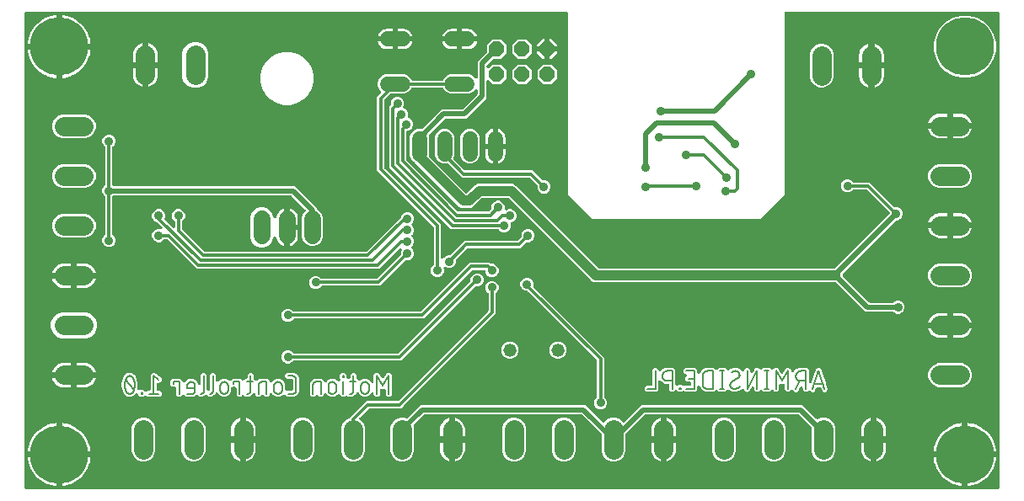
<source format=gbr>
G04 EAGLE Gerber RS-274X export*
G75*
%MOMM*%
%FSLAX34Y34*%
%LPD*%
%INBottom Copper*%
%IPPOS*%
%AMOC8*
5,1,8,0,0,1.08239X$1,22.5*%
G01*
%ADD10C,0.203200*%
%ADD11C,1.676400*%
%ADD12C,1.981200*%
%ADD13C,5.842000*%
%ADD14C,1.320800*%
%ADD15C,1.524000*%
%ADD16P,1.649562X8X22.500000*%
%ADD17C,0.906400*%
%ADD18C,0.300000*%
%ADD19C,0.500000*%
%ADD20C,1.000000*%

G36*
X988375Y10165D02*
X988375Y10165D01*
X988411Y10162D01*
X988547Y10185D01*
X988683Y10201D01*
X988717Y10213D01*
X988752Y10218D01*
X988879Y10271D01*
X989009Y10318D01*
X989038Y10337D01*
X989071Y10351D01*
X989183Y10432D01*
X989298Y10507D01*
X989323Y10533D01*
X989351Y10553D01*
X989442Y10657D01*
X989537Y10757D01*
X989555Y10788D01*
X989578Y10814D01*
X989642Y10937D01*
X989712Y11055D01*
X989722Y11089D01*
X989739Y11121D01*
X989773Y11254D01*
X989814Y11386D01*
X989816Y11421D01*
X989825Y11455D01*
X989839Y11660D01*
X989839Y488340D01*
X989835Y488375D01*
X989838Y488411D01*
X989815Y488547D01*
X989799Y488683D01*
X989787Y488717D01*
X989782Y488752D01*
X989729Y488879D01*
X989682Y489009D01*
X989663Y489038D01*
X989649Y489071D01*
X989568Y489183D01*
X989493Y489298D01*
X989467Y489323D01*
X989447Y489351D01*
X989343Y489442D01*
X989243Y489537D01*
X989212Y489555D01*
X989186Y489578D01*
X989063Y489642D01*
X988945Y489712D01*
X988911Y489722D01*
X988879Y489739D01*
X988746Y489773D01*
X988614Y489814D01*
X988579Y489816D01*
X988545Y489825D01*
X988340Y489839D01*
X775000Y489839D01*
X774965Y489835D01*
X774929Y489838D01*
X774793Y489815D01*
X774657Y489799D01*
X774623Y489787D01*
X774588Y489782D01*
X774461Y489729D01*
X774331Y489682D01*
X774302Y489663D01*
X774269Y489649D01*
X774157Y489568D01*
X774042Y489493D01*
X774017Y489467D01*
X773989Y489447D01*
X773898Y489343D01*
X773803Y489243D01*
X773785Y489212D01*
X773762Y489186D01*
X773698Y489063D01*
X773628Y488945D01*
X773618Y488911D01*
X773601Y488879D01*
X773567Y488746D01*
X773526Y488614D01*
X773524Y488579D01*
X773515Y488545D01*
X773501Y488340D01*
X773501Y305621D01*
X749379Y281499D01*
X580621Y281499D01*
X556499Y305621D01*
X556499Y488340D01*
X556495Y488375D01*
X556498Y488411D01*
X556475Y488547D01*
X556459Y488683D01*
X556447Y488717D01*
X556442Y488752D01*
X556389Y488879D01*
X556342Y489009D01*
X556323Y489038D01*
X556309Y489071D01*
X556228Y489183D01*
X556153Y489298D01*
X556127Y489323D01*
X556107Y489351D01*
X556003Y489442D01*
X555903Y489537D01*
X555872Y489555D01*
X555846Y489578D01*
X555723Y489642D01*
X555605Y489712D01*
X555571Y489722D01*
X555539Y489739D01*
X555406Y489773D01*
X555274Y489814D01*
X555239Y489816D01*
X555205Y489825D01*
X555000Y489839D01*
X11660Y489839D01*
X11625Y489835D01*
X11589Y489838D01*
X11453Y489815D01*
X11317Y489799D01*
X11283Y489787D01*
X11248Y489782D01*
X11121Y489729D01*
X10991Y489682D01*
X10962Y489663D01*
X10929Y489649D01*
X10817Y489568D01*
X10702Y489493D01*
X10677Y489467D01*
X10649Y489447D01*
X10558Y489343D01*
X10463Y489243D01*
X10445Y489212D01*
X10422Y489186D01*
X10358Y489063D01*
X10288Y488945D01*
X10278Y488911D01*
X10261Y488879D01*
X10227Y488746D01*
X10186Y488614D01*
X10184Y488579D01*
X10175Y488545D01*
X10161Y488340D01*
X10161Y11660D01*
X10165Y11625D01*
X10162Y11589D01*
X10185Y11453D01*
X10201Y11317D01*
X10213Y11283D01*
X10218Y11248D01*
X10271Y11121D01*
X10318Y10991D01*
X10337Y10962D01*
X10351Y10929D01*
X10432Y10817D01*
X10507Y10702D01*
X10533Y10677D01*
X10553Y10649D01*
X10657Y10558D01*
X10757Y10463D01*
X10788Y10445D01*
X10814Y10422D01*
X10937Y10358D01*
X11055Y10288D01*
X11089Y10278D01*
X11121Y10261D01*
X11254Y10227D01*
X11386Y10186D01*
X11421Y10184D01*
X11455Y10175D01*
X11660Y10161D01*
X988340Y10161D01*
X988375Y10165D01*
G37*
%LPC*%
G36*
X886701Y186467D02*
X886701Y186467D01*
X884300Y187462D01*
X883701Y188060D01*
X883592Y188147D01*
X883487Y188238D01*
X883457Y188254D01*
X883430Y188275D01*
X883304Y188334D01*
X883181Y188399D01*
X883148Y188407D01*
X883117Y188422D01*
X882981Y188450D01*
X882846Y188485D01*
X882801Y188488D01*
X882779Y188493D01*
X882745Y188492D01*
X882641Y188499D01*
X855136Y188499D01*
X826075Y217560D01*
X825966Y217647D01*
X825860Y217738D01*
X825830Y217754D01*
X825804Y217775D01*
X825678Y217834D01*
X825554Y217899D01*
X825521Y217907D01*
X825491Y217922D01*
X825355Y217950D01*
X825219Y217985D01*
X825174Y217988D01*
X825152Y217993D01*
X825119Y217992D01*
X825015Y217999D01*
X582916Y217999D01*
X580343Y219065D01*
X496848Y302560D01*
X496739Y302647D01*
X496633Y302738D01*
X496603Y302754D01*
X496577Y302775D01*
X496451Y302834D01*
X496327Y302899D01*
X496295Y302907D01*
X496264Y302922D01*
X496128Y302950D01*
X495993Y302985D01*
X495947Y302988D01*
X495926Y302993D01*
X495892Y302992D01*
X495788Y302999D01*
X470521Y302999D01*
X470383Y302983D01*
X470243Y302973D01*
X470211Y302963D01*
X470177Y302959D01*
X470046Y302912D01*
X469913Y302871D01*
X469884Y302853D01*
X469852Y302842D01*
X469735Y302766D01*
X469615Y302695D01*
X469581Y302665D01*
X469563Y302653D01*
X469539Y302629D01*
X469461Y302560D01*
X460966Y294065D01*
X458393Y292999D01*
X449612Y292999D01*
X447039Y294065D01*
X402394Y338709D01*
X402380Y338721D01*
X402368Y338735D01*
X402244Y338828D01*
X402123Y338924D01*
X402106Y338932D01*
X402092Y338943D01*
X401908Y339034D01*
X401450Y339224D01*
X398744Y341930D01*
X397279Y345466D01*
X397279Y364534D01*
X398744Y368070D01*
X401450Y370776D01*
X404986Y372241D01*
X408893Y372241D01*
X408971Y372218D01*
X409059Y372214D01*
X409146Y372200D01*
X409231Y372206D01*
X409317Y372202D01*
X409403Y372219D01*
X409490Y372225D01*
X409572Y372250D01*
X409657Y372266D01*
X409737Y372301D01*
X409821Y372328D01*
X409895Y372371D01*
X409973Y372406D01*
X410043Y372459D01*
X410118Y372503D01*
X410226Y372597D01*
X410249Y372614D01*
X410256Y372624D01*
X410273Y372638D01*
X429410Y391775D01*
X449667Y391775D01*
X449805Y391791D01*
X449945Y391801D01*
X449977Y391811D01*
X450010Y391815D01*
X450141Y391862D01*
X450275Y391903D01*
X450304Y391921D01*
X450336Y391932D01*
X450452Y392008D01*
X450572Y392079D01*
X450607Y392109D01*
X450625Y392121D01*
X450649Y392145D01*
X450727Y392214D01*
X465060Y406547D01*
X465147Y406656D01*
X465238Y406761D01*
X465254Y406791D01*
X465275Y406818D01*
X465334Y406944D01*
X465399Y407067D01*
X465407Y407100D01*
X465422Y407131D01*
X465450Y407267D01*
X465485Y407402D01*
X465488Y407447D01*
X465493Y407469D01*
X465492Y407503D01*
X465499Y407607D01*
X465499Y410536D01*
X465487Y410639D01*
X465485Y410744D01*
X465467Y410811D01*
X465459Y410879D01*
X465424Y410977D01*
X465398Y411078D01*
X465365Y411140D01*
X465342Y411205D01*
X465285Y411292D01*
X465236Y411384D01*
X465191Y411436D01*
X465153Y411494D01*
X465078Y411566D01*
X465009Y411645D01*
X464953Y411685D01*
X464903Y411733D01*
X464813Y411786D01*
X464728Y411847D01*
X464664Y411873D01*
X464605Y411908D01*
X464505Y411939D01*
X464409Y411978D01*
X464340Y411990D01*
X464274Y412010D01*
X464170Y412017D01*
X464067Y412034D01*
X463998Y412029D01*
X463929Y412034D01*
X463827Y412017D01*
X463722Y412009D01*
X463656Y411989D01*
X463588Y411978D01*
X463492Y411938D01*
X463392Y411907D01*
X463333Y411871D01*
X463269Y411845D01*
X463184Y411784D01*
X463095Y411731D01*
X463016Y411662D01*
X462989Y411643D01*
X462974Y411626D01*
X462940Y411596D01*
X460582Y409238D01*
X457046Y407773D01*
X437978Y407773D01*
X434442Y409238D01*
X431736Y411944D01*
X431312Y412968D01*
X431269Y413044D01*
X431236Y413125D01*
X431186Y413195D01*
X431144Y413270D01*
X431085Y413334D01*
X431034Y413405D01*
X430969Y413462D01*
X430911Y413525D01*
X430839Y413575D01*
X430772Y413632D01*
X430696Y413672D01*
X430626Y413721D01*
X430544Y413752D01*
X430466Y413793D01*
X430383Y413814D01*
X430303Y413845D01*
X430216Y413857D01*
X430132Y413879D01*
X429988Y413889D01*
X429961Y413893D01*
X429949Y413892D01*
X429927Y413893D01*
X400073Y413893D01*
X399986Y413883D01*
X399899Y413883D01*
X399815Y413863D01*
X399730Y413853D01*
X399647Y413824D01*
X399562Y413804D01*
X399485Y413765D01*
X399405Y413736D01*
X399331Y413688D01*
X399253Y413649D01*
X399187Y413594D01*
X399115Y413547D01*
X399055Y413484D01*
X398987Y413428D01*
X398936Y413359D01*
X398876Y413297D01*
X398832Y413222D01*
X398779Y413151D01*
X398715Y413022D01*
X398701Y412999D01*
X398698Y412987D01*
X398688Y412968D01*
X398264Y411944D01*
X395558Y409238D01*
X392022Y407773D01*
X378439Y407773D01*
X378301Y407757D01*
X378162Y407747D01*
X378129Y407737D01*
X378096Y407733D01*
X377965Y407686D01*
X377831Y407645D01*
X377802Y407627D01*
X377770Y407616D01*
X377654Y407540D01*
X377534Y407469D01*
X377500Y407439D01*
X377481Y407427D01*
X377458Y407403D01*
X377379Y407334D01*
X371940Y401895D01*
X371853Y401786D01*
X371762Y401681D01*
X371746Y401651D01*
X371725Y401624D01*
X371666Y401498D01*
X371601Y401374D01*
X371593Y401342D01*
X371578Y401311D01*
X371550Y401175D01*
X371515Y401040D01*
X371512Y400995D01*
X371507Y400973D01*
X371508Y400939D01*
X371501Y400835D01*
X371501Y334071D01*
X371517Y333933D01*
X371527Y333794D01*
X371537Y333761D01*
X371541Y333728D01*
X371588Y333597D01*
X371629Y333463D01*
X371647Y333434D01*
X371658Y333402D01*
X371734Y333286D01*
X371805Y333166D01*
X371835Y333132D01*
X371847Y333113D01*
X371871Y333090D01*
X371940Y333011D01*
X428501Y276450D01*
X428501Y243089D01*
X428507Y243037D01*
X428504Y242985D01*
X428527Y242866D01*
X428541Y242746D01*
X428558Y242696D01*
X428568Y242645D01*
X428617Y242534D01*
X428658Y242420D01*
X428687Y242377D01*
X428708Y242329D01*
X428781Y242232D01*
X428847Y242131D01*
X428885Y242095D01*
X428916Y242053D01*
X429009Y241976D01*
X429097Y241892D01*
X429142Y241866D01*
X429183Y241832D01*
X429291Y241778D01*
X429395Y241717D01*
X429445Y241702D01*
X429492Y241678D01*
X429610Y241651D01*
X429726Y241615D01*
X429778Y241612D01*
X429829Y241600D01*
X429950Y241600D01*
X430071Y241591D01*
X430122Y241600D01*
X430175Y241600D01*
X430292Y241628D01*
X430412Y241647D01*
X430460Y241668D01*
X430511Y241680D01*
X430619Y241734D01*
X430731Y241780D01*
X430773Y241811D01*
X430820Y241834D01*
X430913Y241912D01*
X431011Y241982D01*
X431046Y242022D01*
X431086Y242055D01*
X431159Y242152D01*
X431238Y242243D01*
X431262Y242290D01*
X431294Y242332D01*
X431385Y242515D01*
X431462Y242701D01*
X433299Y244538D01*
X435701Y245533D01*
X437961Y245533D01*
X438099Y245549D01*
X438238Y245559D01*
X438271Y245569D01*
X438304Y245573D01*
X438435Y245620D01*
X438569Y245661D01*
X438598Y245679D01*
X438630Y245690D01*
X438746Y245766D01*
X438866Y245837D01*
X438900Y245867D01*
X438919Y245879D01*
X438928Y245888D01*
X438929Y245889D01*
X438945Y245906D01*
X439021Y245972D01*
X452550Y259501D01*
X504929Y259501D01*
X505067Y259517D01*
X505206Y259527D01*
X505239Y259537D01*
X505272Y259541D01*
X505403Y259588D01*
X505537Y259629D01*
X505566Y259647D01*
X505598Y259658D01*
X505714Y259734D01*
X505834Y259805D01*
X505868Y259835D01*
X505887Y259847D01*
X505910Y259871D01*
X505989Y259940D01*
X509028Y262979D01*
X509115Y263088D01*
X509206Y263194D01*
X509222Y263224D01*
X509243Y263250D01*
X509302Y263376D01*
X509367Y263500D01*
X509375Y263532D01*
X509390Y263563D01*
X509418Y263699D01*
X509453Y263834D01*
X509456Y263880D01*
X509461Y263901D01*
X509460Y263935D01*
X509467Y264039D01*
X509467Y266299D01*
X510462Y268701D01*
X512299Y270538D01*
X514701Y271533D01*
X517299Y271533D01*
X519701Y270538D01*
X521538Y268701D01*
X522533Y266299D01*
X522533Y263701D01*
X521538Y261299D01*
X519701Y259462D01*
X517299Y258467D01*
X515039Y258467D01*
X514901Y258451D01*
X514762Y258441D01*
X514729Y258431D01*
X514696Y258427D01*
X514565Y258380D01*
X514431Y258339D01*
X514402Y258321D01*
X514370Y258310D01*
X514254Y258234D01*
X514134Y258163D01*
X514100Y258133D01*
X514081Y258121D01*
X514058Y258097D01*
X513979Y258028D01*
X508450Y252499D01*
X456071Y252499D01*
X455933Y252483D01*
X455794Y252473D01*
X455761Y252463D01*
X455728Y252459D01*
X455597Y252412D01*
X455463Y252371D01*
X455434Y252353D01*
X455402Y252342D01*
X455286Y252266D01*
X455166Y252195D01*
X455132Y252165D01*
X455113Y252153D01*
X455090Y252129D01*
X455011Y252060D01*
X443972Y241021D01*
X443885Y240912D01*
X443794Y240806D01*
X443778Y240776D01*
X443757Y240750D01*
X443698Y240624D01*
X443633Y240500D01*
X443625Y240468D01*
X443610Y240437D01*
X443582Y240301D01*
X443547Y240166D01*
X443544Y240120D01*
X443539Y240099D01*
X443540Y240065D01*
X443533Y239961D01*
X443533Y237701D01*
X442538Y235299D01*
X440701Y233462D01*
X438299Y232467D01*
X435701Y232467D01*
X433430Y233408D01*
X433329Y233436D01*
X433232Y233474D01*
X433163Y233484D01*
X433097Y233503D01*
X432993Y233507D01*
X432890Y233522D01*
X432821Y233515D01*
X432752Y233518D01*
X432649Y233499D01*
X432545Y233490D01*
X432480Y233468D01*
X432412Y233455D01*
X432316Y233413D01*
X432218Y233379D01*
X432159Y233343D01*
X432096Y233315D01*
X432012Y233252D01*
X431924Y233197D01*
X431875Y233148D01*
X431820Y233106D01*
X431753Y233026D01*
X431680Y232952D01*
X431643Y232893D01*
X431599Y232840D01*
X431553Y232747D01*
X431498Y232658D01*
X431476Y232593D01*
X431445Y232531D01*
X431422Y232429D01*
X431388Y232330D01*
X431382Y232261D01*
X431366Y232194D01*
X431367Y232090D01*
X431357Y231986D01*
X431367Y231918D01*
X431367Y231848D01*
X431391Y231747D01*
X431405Y231644D01*
X431439Y231545D01*
X431446Y231512D01*
X431456Y231492D01*
X431471Y231449D01*
X431533Y231299D01*
X431533Y228701D01*
X430538Y226299D01*
X428701Y224462D01*
X426299Y223467D01*
X423701Y223467D01*
X421299Y224462D01*
X419462Y226299D01*
X418467Y228701D01*
X418467Y231299D01*
X419462Y233701D01*
X421060Y235299D01*
X421147Y235408D01*
X421238Y235513D01*
X421254Y235543D01*
X421275Y235570D01*
X421334Y235696D01*
X421399Y235820D01*
X421407Y235852D01*
X421422Y235883D01*
X421450Y236019D01*
X421485Y236154D01*
X421488Y236199D01*
X421493Y236221D01*
X421492Y236255D01*
X421499Y236359D01*
X421499Y272929D01*
X421483Y273067D01*
X421473Y273206D01*
X421463Y273239D01*
X421459Y273272D01*
X421412Y273403D01*
X421371Y273537D01*
X421353Y273566D01*
X421342Y273598D01*
X421266Y273714D01*
X421195Y273834D01*
X421165Y273868D01*
X421153Y273887D01*
X421129Y273910D01*
X421060Y273989D01*
X364499Y330550D01*
X364499Y404356D01*
X366989Y406846D01*
X368340Y408196D01*
X368362Y408224D01*
X368388Y408247D01*
X368469Y408360D01*
X368554Y408467D01*
X368569Y408499D01*
X368590Y408528D01*
X368643Y408656D01*
X368701Y408780D01*
X368708Y408815D01*
X368722Y408848D01*
X368744Y408984D01*
X368772Y409119D01*
X368772Y409154D01*
X368777Y409189D01*
X368767Y409327D01*
X368764Y409464D01*
X368755Y409499D01*
X368753Y409534D01*
X368712Y409666D01*
X368677Y409799D01*
X368661Y409830D01*
X368650Y409864D01*
X368580Y409983D01*
X368516Y410105D01*
X368492Y410131D01*
X368474Y410162D01*
X368340Y410317D01*
X366712Y411944D01*
X365247Y415480D01*
X365247Y419308D01*
X366712Y422844D01*
X369418Y425550D01*
X372954Y427015D01*
X392022Y427015D01*
X395558Y425550D01*
X398264Y422844D01*
X398688Y421820D01*
X398731Y421744D01*
X398764Y421663D01*
X398814Y421593D01*
X398856Y421518D01*
X398915Y421454D01*
X398966Y421383D01*
X399031Y421326D01*
X399089Y421263D01*
X399161Y421213D01*
X399228Y421156D01*
X399304Y421116D01*
X399375Y421067D01*
X399456Y421036D01*
X399534Y420995D01*
X399617Y420974D01*
X399697Y420943D01*
X399784Y420931D01*
X399868Y420909D01*
X400012Y420899D01*
X400039Y420895D01*
X400051Y420896D01*
X400073Y420895D01*
X429927Y420895D01*
X430014Y420905D01*
X430101Y420905D01*
X430185Y420925D01*
X430270Y420935D01*
X430353Y420964D01*
X430438Y420984D01*
X430515Y421023D01*
X430596Y421052D01*
X430669Y421100D01*
X430747Y421139D01*
X430813Y421194D01*
X430885Y421241D01*
X430945Y421304D01*
X431013Y421360D01*
X431065Y421429D01*
X431124Y421491D01*
X431168Y421567D01*
X431221Y421637D01*
X431285Y421765D01*
X431299Y421789D01*
X431302Y421801D01*
X431312Y421820D01*
X431736Y422844D01*
X434442Y425550D01*
X437978Y427015D01*
X457046Y427015D01*
X460582Y425550D01*
X462940Y423192D01*
X463022Y423127D01*
X463097Y423055D01*
X463157Y423020D01*
X463211Y422977D01*
X463305Y422933D01*
X463395Y422880D01*
X463461Y422860D01*
X463524Y422830D01*
X463626Y422809D01*
X463726Y422778D01*
X463795Y422773D01*
X463862Y422759D01*
X463966Y422762D01*
X464071Y422754D01*
X464139Y422766D01*
X464208Y422767D01*
X464309Y422794D01*
X464412Y422810D01*
X464476Y422837D01*
X464542Y422854D01*
X464635Y422903D01*
X464731Y422943D01*
X464787Y422983D01*
X464848Y423016D01*
X464927Y423084D01*
X465011Y423145D01*
X465057Y423198D01*
X465109Y423243D01*
X465170Y423328D01*
X465238Y423406D01*
X465270Y423468D01*
X465311Y423524D01*
X465350Y423620D01*
X465399Y423713D01*
X465416Y423780D01*
X465442Y423843D01*
X465459Y423946D01*
X465485Y424047D01*
X465492Y424151D01*
X465498Y424185D01*
X465496Y424207D01*
X465499Y424252D01*
X465499Y439964D01*
X468575Y443040D01*
X474540Y449005D01*
X474627Y449114D01*
X474718Y449220D01*
X474734Y449250D01*
X474755Y449276D01*
X474814Y449402D01*
X474879Y449526D01*
X474887Y449559D01*
X474902Y449589D01*
X474930Y449725D01*
X474965Y449861D01*
X474968Y449906D01*
X474973Y449927D01*
X474972Y449961D01*
X474979Y450065D01*
X474979Y456685D01*
X480615Y462321D01*
X488585Y462321D01*
X494221Y456685D01*
X494221Y448715D01*
X488585Y443079D01*
X481965Y443079D01*
X481827Y443063D01*
X481688Y443053D01*
X481655Y443043D01*
X481622Y443039D01*
X481491Y442992D01*
X481358Y442951D01*
X481328Y442933D01*
X481297Y442922D01*
X481180Y442846D01*
X481060Y442775D01*
X481026Y442745D01*
X481007Y442733D01*
X480984Y442709D01*
X480905Y442640D01*
X474940Y436675D01*
X474853Y436566D01*
X474762Y436460D01*
X474746Y436430D01*
X474725Y436404D01*
X474666Y436278D01*
X474601Y436154D01*
X474593Y436121D01*
X474578Y436091D01*
X474550Y435955D01*
X474515Y435819D01*
X474512Y435774D01*
X474507Y435752D01*
X474508Y435719D01*
X474501Y435615D01*
X474501Y434426D01*
X474504Y434399D01*
X474502Y434378D01*
X474513Y434314D01*
X474515Y434218D01*
X474533Y434151D01*
X474541Y434083D01*
X474576Y433985D01*
X474602Y433883D01*
X474635Y433822D01*
X474658Y433757D01*
X474715Y433670D01*
X474764Y433578D01*
X474809Y433526D01*
X474847Y433468D01*
X474922Y433396D01*
X474991Y433317D01*
X475047Y433277D01*
X475097Y433229D01*
X475187Y433176D01*
X475272Y433115D01*
X475336Y433089D01*
X475395Y433054D01*
X475495Y433023D01*
X475591Y432983D01*
X475660Y432972D01*
X475726Y432952D01*
X475830Y432945D01*
X475933Y432928D01*
X476002Y432933D01*
X476071Y432928D01*
X476173Y432945D01*
X476278Y432953D01*
X476344Y432973D01*
X476412Y432984D01*
X476508Y433024D01*
X476608Y433055D01*
X476667Y433091D01*
X476731Y433117D01*
X476816Y433178D01*
X476905Y433231D01*
X476975Y433292D01*
X476981Y433295D01*
X476986Y433301D01*
X477011Y433319D01*
X477026Y433336D01*
X477060Y433366D01*
X480615Y436921D01*
X488585Y436921D01*
X494221Y431285D01*
X494221Y423315D01*
X488585Y417679D01*
X480615Y417679D01*
X477060Y421234D01*
X476978Y421299D01*
X476903Y421371D01*
X476843Y421406D01*
X476789Y421449D01*
X476695Y421493D01*
X476605Y421546D01*
X476539Y421566D01*
X476476Y421596D01*
X476374Y421617D01*
X476274Y421648D01*
X476205Y421653D01*
X476138Y421667D01*
X476034Y421664D01*
X475929Y421672D01*
X475861Y421660D01*
X475792Y421659D01*
X475691Y421632D01*
X475588Y421616D01*
X475524Y421589D01*
X475458Y421572D01*
X475365Y421523D01*
X475269Y421483D01*
X475213Y421443D01*
X475152Y421410D01*
X475073Y421342D01*
X474989Y421281D01*
X474943Y421228D01*
X474891Y421183D01*
X474830Y421098D01*
X474762Y421020D01*
X474730Y420958D01*
X474689Y420902D01*
X474650Y420806D01*
X474601Y420713D01*
X474584Y420646D01*
X474558Y420583D01*
X474541Y420480D01*
X474515Y420379D01*
X474508Y420275D01*
X474502Y420241D01*
X474504Y420219D01*
X474501Y420174D01*
X474501Y403257D01*
X471425Y400182D01*
X454017Y382773D01*
X433759Y382773D01*
X433621Y382757D01*
X433482Y382747D01*
X433449Y382737D01*
X433416Y382733D01*
X433285Y382686D01*
X433152Y382645D01*
X433122Y382627D01*
X433091Y382616D01*
X432974Y382540D01*
X432854Y382469D01*
X432820Y382439D01*
X432801Y382427D01*
X432778Y382403D01*
X432699Y382334D01*
X416754Y366389D01*
X416700Y366320D01*
X416638Y366258D01*
X416593Y366185D01*
X416539Y366118D01*
X416502Y366039D01*
X416456Y365964D01*
X416429Y365883D01*
X416392Y365805D01*
X416374Y365719D01*
X416347Y365636D01*
X416339Y365551D01*
X416321Y365467D01*
X416323Y365379D01*
X416315Y365292D01*
X416327Y365207D01*
X416329Y365121D01*
X416351Y365036D01*
X416364Y364950D01*
X416410Y364813D01*
X416416Y364786D01*
X416422Y364776D01*
X416429Y364755D01*
X416521Y364534D01*
X416521Y345406D01*
X416516Y345377D01*
X416493Y345294D01*
X416488Y345207D01*
X416474Y345120D01*
X416481Y345034D01*
X416477Y344949D01*
X416493Y344863D01*
X416499Y344775D01*
X416524Y344693D01*
X416540Y344609D01*
X416576Y344529D01*
X416602Y344445D01*
X416645Y344371D01*
X416680Y344293D01*
X416733Y344223D01*
X416777Y344147D01*
X416872Y344039D01*
X416888Y344017D01*
X416898Y344009D01*
X416912Y343993D01*
X452942Y307963D01*
X452970Y307941D01*
X452993Y307914D01*
X453105Y307834D01*
X453213Y307748D01*
X453245Y307733D01*
X453274Y307712D01*
X453402Y307660D01*
X453526Y307601D01*
X453561Y307594D01*
X453593Y307580D01*
X453730Y307558D01*
X453864Y307530D01*
X453900Y307531D01*
X453935Y307525D01*
X454072Y307535D01*
X454210Y307538D01*
X454244Y307547D01*
X454280Y307550D01*
X454411Y307591D01*
X454545Y307625D01*
X454576Y307642D01*
X454610Y307652D01*
X454729Y307722D01*
X454850Y307787D01*
X454877Y307810D01*
X454908Y307828D01*
X455062Y307963D01*
X463034Y315935D01*
X465607Y317001D01*
X500701Y317001D01*
X503274Y315935D01*
X586769Y232440D01*
X586879Y232353D01*
X586984Y232262D01*
X587014Y232246D01*
X587040Y232225D01*
X587166Y232166D01*
X587290Y232101D01*
X587323Y232093D01*
X587353Y232078D01*
X587490Y232050D01*
X587625Y232015D01*
X587670Y232012D01*
X587692Y232007D01*
X587725Y232008D01*
X587830Y232001D01*
X824015Y232001D01*
X824153Y232017D01*
X824292Y232027D01*
X824325Y232037D01*
X824358Y232041D01*
X824489Y232088D01*
X824622Y232129D01*
X824652Y232147D01*
X824683Y232158D01*
X824800Y232234D01*
X824920Y232305D01*
X824954Y232335D01*
X824973Y232347D01*
X824996Y232371D01*
X825075Y232440D01*
X879028Y286393D01*
X879115Y286502D01*
X879206Y286608D01*
X879222Y286638D01*
X879243Y286664D01*
X879302Y286790D01*
X879367Y286914D01*
X879375Y286947D01*
X879390Y286977D01*
X879418Y287113D01*
X879453Y287249D01*
X879456Y287294D01*
X879461Y287316D01*
X879460Y287349D01*
X879467Y287453D01*
X879467Y287961D01*
X879451Y288099D01*
X879441Y288238D01*
X879431Y288271D01*
X879427Y288304D01*
X879380Y288435D01*
X879339Y288569D01*
X879321Y288598D01*
X879310Y288630D01*
X879234Y288746D01*
X879163Y288866D01*
X879133Y288900D01*
X879121Y288919D01*
X879097Y288942D01*
X879028Y289021D01*
X856989Y311060D01*
X856880Y311147D01*
X856774Y311238D01*
X856744Y311254D01*
X856718Y311275D01*
X856592Y311334D01*
X856468Y311399D01*
X856436Y311407D01*
X856405Y311422D01*
X856269Y311450D01*
X856134Y311485D01*
X856088Y311488D01*
X856067Y311493D01*
X856033Y311492D01*
X855929Y311499D01*
X843359Y311499D01*
X843221Y311483D01*
X843081Y311473D01*
X843049Y311463D01*
X843016Y311459D01*
X842885Y311412D01*
X842751Y311371D01*
X842722Y311353D01*
X842690Y311342D01*
X842574Y311266D01*
X842454Y311195D01*
X842419Y311165D01*
X842401Y311153D01*
X842377Y311129D01*
X842299Y311060D01*
X840701Y309462D01*
X838299Y308467D01*
X835701Y308467D01*
X833299Y309462D01*
X831462Y311299D01*
X830467Y313701D01*
X830467Y316299D01*
X831462Y318701D01*
X833299Y320538D01*
X835701Y321533D01*
X838299Y321533D01*
X840701Y320538D01*
X842299Y318940D01*
X842408Y318853D01*
X842513Y318762D01*
X842543Y318746D01*
X842570Y318725D01*
X842696Y318666D01*
X842820Y318601D01*
X842852Y318593D01*
X842883Y318578D01*
X843019Y318550D01*
X843154Y318515D01*
X843199Y318512D01*
X843221Y318507D01*
X843255Y318508D01*
X843359Y318501D01*
X859450Y318501D01*
X883979Y293972D01*
X884088Y293885D01*
X884194Y293794D01*
X884224Y293778D01*
X884250Y293757D01*
X884376Y293698D01*
X884500Y293633D01*
X884532Y293625D01*
X884563Y293610D01*
X884699Y293582D01*
X884834Y293547D01*
X884880Y293544D01*
X884901Y293539D01*
X884935Y293540D01*
X885039Y293533D01*
X887299Y293533D01*
X889701Y292538D01*
X891538Y290701D01*
X892533Y288299D01*
X892533Y285701D01*
X891538Y283299D01*
X889701Y281462D01*
X887299Y280467D01*
X886453Y280467D01*
X886315Y280451D01*
X886176Y280441D01*
X886143Y280431D01*
X886110Y280427D01*
X885979Y280380D01*
X885846Y280339D01*
X885816Y280321D01*
X885785Y280310D01*
X885668Y280234D01*
X885548Y280163D01*
X885514Y280133D01*
X885495Y280121D01*
X885472Y280097D01*
X885393Y280028D01*
X832440Y227075D01*
X832367Y226982D01*
X832341Y226956D01*
X832334Y226943D01*
X832262Y226860D01*
X832246Y226830D01*
X832225Y226804D01*
X832166Y226678D01*
X832101Y226554D01*
X832093Y226521D01*
X832078Y226491D01*
X832050Y226355D01*
X832015Y226219D01*
X832012Y226174D01*
X832007Y226152D01*
X832008Y226119D01*
X832001Y226015D01*
X832001Y224985D01*
X832017Y224847D01*
X832027Y224708D01*
X832037Y224675D01*
X832041Y224642D01*
X832088Y224511D01*
X832129Y224378D01*
X832147Y224348D01*
X832158Y224317D01*
X832234Y224200D01*
X832305Y224080D01*
X832335Y224046D01*
X832347Y224027D01*
X832371Y224004D01*
X832440Y223925D01*
X858425Y197940D01*
X858534Y197853D01*
X858640Y197762D01*
X858670Y197746D01*
X858696Y197725D01*
X858822Y197666D01*
X858946Y197601D01*
X858979Y197593D01*
X859009Y197578D01*
X859145Y197550D01*
X859281Y197515D01*
X859326Y197512D01*
X859348Y197507D01*
X859381Y197508D01*
X859485Y197501D01*
X882641Y197501D01*
X882779Y197517D01*
X882919Y197527D01*
X882951Y197537D01*
X882984Y197541D01*
X883116Y197588D01*
X883249Y197629D01*
X883278Y197647D01*
X883310Y197658D01*
X883427Y197734D01*
X883547Y197805D01*
X883581Y197835D01*
X883599Y197847D01*
X883623Y197871D01*
X883701Y197940D01*
X884300Y198538D01*
X886701Y199533D01*
X889299Y199533D01*
X891701Y198538D01*
X893538Y196701D01*
X894533Y194299D01*
X894533Y191701D01*
X893538Y189299D01*
X891701Y187462D01*
X889299Y186467D01*
X886701Y186467D01*
G37*
%LPD*%
%LPC*%
G36*
X387524Y38187D02*
X387524Y38187D01*
X383147Y40000D01*
X379798Y43349D01*
X377985Y47726D01*
X377985Y72274D01*
X379798Y76651D01*
X383147Y80000D01*
X387524Y81813D01*
X392260Y81813D01*
X393512Y81294D01*
X393596Y81270D01*
X393677Y81237D01*
X393762Y81223D01*
X393845Y81200D01*
X393932Y81196D01*
X394019Y81182D01*
X394105Y81188D01*
X394190Y81184D01*
X394276Y81200D01*
X394364Y81206D01*
X394446Y81231D01*
X394530Y81247D01*
X394610Y81283D01*
X394694Y81309D01*
X394768Y81352D01*
X394846Y81387D01*
X394916Y81440D01*
X394992Y81484D01*
X395100Y81579D01*
X395122Y81596D01*
X395130Y81605D01*
X395146Y81619D01*
X404952Y91425D01*
X408028Y94501D01*
X573756Y94501D01*
X576832Y91425D01*
X590642Y77615D01*
X590670Y77593D01*
X590693Y77566D01*
X590805Y77486D01*
X590913Y77400D01*
X590945Y77385D01*
X590974Y77365D01*
X591101Y77312D01*
X591226Y77253D01*
X591261Y77246D01*
X591294Y77233D01*
X591430Y77211D01*
X591564Y77182D01*
X591600Y77183D01*
X591635Y77177D01*
X591772Y77187D01*
X591910Y77190D01*
X591944Y77199D01*
X591980Y77202D01*
X592111Y77243D01*
X592245Y77277D01*
X592276Y77294D01*
X592310Y77305D01*
X592429Y77375D01*
X592550Y77439D01*
X592577Y77462D01*
X592608Y77480D01*
X592762Y77615D01*
X595147Y80000D01*
X599524Y81813D01*
X604260Y81813D01*
X608637Y80000D01*
X611022Y77615D01*
X611049Y77593D01*
X611073Y77566D01*
X611185Y77486D01*
X611293Y77400D01*
X611325Y77385D01*
X611354Y77365D01*
X611481Y77312D01*
X611606Y77253D01*
X611640Y77246D01*
X611673Y77233D01*
X611809Y77211D01*
X611944Y77182D01*
X611979Y77183D01*
X612014Y77177D01*
X612152Y77187D01*
X612290Y77190D01*
X612324Y77199D01*
X612359Y77202D01*
X612491Y77243D01*
X612624Y77277D01*
X612656Y77294D01*
X612689Y77304D01*
X612808Y77374D01*
X612930Y77439D01*
X612957Y77462D01*
X612987Y77480D01*
X613142Y77615D01*
X626952Y91425D01*
X630028Y94501D01*
X791864Y94501D01*
X805593Y80772D01*
X805662Y80718D01*
X805723Y80656D01*
X805797Y80611D01*
X805864Y80557D01*
X805943Y80520D01*
X806018Y80474D01*
X806099Y80447D01*
X806177Y80411D01*
X806263Y80393D01*
X806346Y80365D01*
X806431Y80357D01*
X806515Y80339D01*
X806603Y80341D01*
X806690Y80333D01*
X806775Y80345D01*
X806861Y80347D01*
X806946Y80370D01*
X807032Y80382D01*
X807169Y80428D01*
X807195Y80435D01*
X807206Y80440D01*
X807227Y80447D01*
X810524Y81813D01*
X815260Y81813D01*
X819637Y80000D01*
X822986Y76651D01*
X824799Y72274D01*
X824799Y47726D01*
X822986Y43349D01*
X819637Y40000D01*
X815260Y38187D01*
X810524Y38187D01*
X806147Y40000D01*
X802798Y43349D01*
X800985Y47726D01*
X800985Y72029D01*
X800969Y72167D01*
X800959Y72306D01*
X800949Y72339D01*
X800945Y72372D01*
X800898Y72503D01*
X800857Y72636D01*
X800839Y72666D01*
X800828Y72697D01*
X800752Y72814D01*
X800681Y72934D01*
X800651Y72968D01*
X800639Y72987D01*
X800615Y73010D01*
X800546Y73089D01*
X788575Y85060D01*
X788466Y85147D01*
X788360Y85238D01*
X788330Y85254D01*
X788304Y85275D01*
X788178Y85334D01*
X788054Y85399D01*
X788021Y85407D01*
X787991Y85422D01*
X787855Y85450D01*
X787719Y85485D01*
X787674Y85488D01*
X787652Y85493D01*
X787619Y85492D01*
X787515Y85499D01*
X634377Y85499D01*
X634239Y85483D01*
X634100Y85473D01*
X634067Y85463D01*
X634034Y85459D01*
X633903Y85412D01*
X633770Y85371D01*
X633740Y85353D01*
X633709Y85342D01*
X633592Y85266D01*
X633472Y85195D01*
X633438Y85165D01*
X633419Y85153D01*
X633396Y85129D01*
X633317Y85060D01*
X614238Y65981D01*
X614151Y65872D01*
X614060Y65766D01*
X614044Y65736D01*
X614023Y65710D01*
X613964Y65584D01*
X613899Y65460D01*
X613891Y65427D01*
X613876Y65397D01*
X613848Y65261D01*
X613813Y65125D01*
X613810Y65080D01*
X613805Y65058D01*
X613806Y65025D01*
X613799Y64921D01*
X613799Y47726D01*
X611986Y43349D01*
X608637Y40000D01*
X604260Y38187D01*
X599524Y38187D01*
X595147Y40000D01*
X591798Y43349D01*
X589985Y47726D01*
X589985Y64921D01*
X589969Y65058D01*
X589959Y65198D01*
X589949Y65231D01*
X589945Y65264D01*
X589898Y65395D01*
X589857Y65528D01*
X589839Y65558D01*
X589828Y65589D01*
X589752Y65706D01*
X589681Y65826D01*
X589651Y65860D01*
X589639Y65879D01*
X589615Y65902D01*
X589546Y65981D01*
X570467Y85060D01*
X570358Y85147D01*
X570252Y85238D01*
X570222Y85254D01*
X570196Y85275D01*
X570070Y85334D01*
X569946Y85399D01*
X569913Y85407D01*
X569883Y85422D01*
X569747Y85450D01*
X569611Y85485D01*
X569566Y85488D01*
X569544Y85493D01*
X569511Y85492D01*
X569407Y85499D01*
X412377Y85499D01*
X412239Y85483D01*
X412100Y85473D01*
X412067Y85463D01*
X412034Y85459D01*
X411903Y85412D01*
X411770Y85371D01*
X411740Y85353D01*
X411709Y85342D01*
X411592Y85266D01*
X411472Y85195D01*
X411438Y85165D01*
X411419Y85153D01*
X411396Y85129D01*
X411317Y85060D01*
X401550Y75293D01*
X401496Y75224D01*
X401434Y75163D01*
X401389Y75089D01*
X401335Y75022D01*
X401298Y74943D01*
X401252Y74868D01*
X401225Y74787D01*
X401189Y74709D01*
X401171Y74623D01*
X401143Y74540D01*
X401135Y74455D01*
X401117Y74371D01*
X401119Y74283D01*
X401111Y74196D01*
X401123Y74111D01*
X401125Y74025D01*
X401148Y73940D01*
X401160Y73854D01*
X401206Y73717D01*
X401213Y73691D01*
X401218Y73680D01*
X401225Y73659D01*
X401799Y72274D01*
X401799Y47726D01*
X399986Y43349D01*
X396637Y40000D01*
X392260Y38187D01*
X387524Y38187D01*
G37*
%LPD*%
%LPC*%
G36*
X301701Y211467D02*
X301701Y211467D01*
X299299Y212462D01*
X297462Y214299D01*
X296467Y216701D01*
X296467Y219299D01*
X297462Y221701D01*
X299299Y223538D01*
X301701Y224533D01*
X304299Y224533D01*
X306701Y223538D01*
X308299Y221940D01*
X308408Y221853D01*
X308513Y221762D01*
X308543Y221746D01*
X308570Y221725D01*
X308696Y221666D01*
X308820Y221601D01*
X308852Y221593D01*
X308883Y221578D01*
X309019Y221550D01*
X309154Y221515D01*
X309199Y221512D01*
X309221Y221507D01*
X309255Y221508D01*
X309359Y221501D01*
X363929Y221501D01*
X364067Y221517D01*
X364206Y221527D01*
X364239Y221537D01*
X364272Y221541D01*
X364403Y221588D01*
X364537Y221629D01*
X364566Y221647D01*
X364598Y221658D01*
X364714Y221734D01*
X364834Y221805D01*
X364868Y221835D01*
X364887Y221847D01*
X364910Y221871D01*
X364989Y221940D01*
X388028Y244979D01*
X388115Y245088D01*
X388206Y245194D01*
X388222Y245224D01*
X388243Y245250D01*
X388302Y245376D01*
X388367Y245500D01*
X388375Y245532D01*
X388390Y245563D01*
X388418Y245699D01*
X388453Y245834D01*
X388456Y245880D01*
X388461Y245901D01*
X388460Y245935D01*
X388467Y246039D01*
X388467Y248299D01*
X389272Y250242D01*
X389286Y250292D01*
X389308Y250340D01*
X389333Y250458D01*
X389366Y250575D01*
X389369Y250627D01*
X389380Y250678D01*
X389377Y250799D01*
X389382Y250920D01*
X389373Y250971D01*
X389372Y251024D01*
X389341Y251141D01*
X389319Y251260D01*
X389298Y251308D01*
X389284Y251358D01*
X389228Y251465D01*
X389179Y251576D01*
X389147Y251618D01*
X389123Y251664D01*
X389044Y251755D01*
X388970Y251852D01*
X388930Y251885D01*
X388896Y251925D01*
X388798Y251995D01*
X388704Y252072D01*
X388657Y252096D01*
X388615Y252126D01*
X388503Y252173D01*
X388395Y252226D01*
X388344Y252238D01*
X388295Y252258D01*
X388176Y252278D01*
X388058Y252305D01*
X388006Y252305D01*
X387954Y252313D01*
X387833Y252305D01*
X387712Y252305D01*
X387661Y252293D01*
X387609Y252289D01*
X387494Y252253D01*
X387376Y252225D01*
X387329Y252202D01*
X387279Y252186D01*
X387175Y252125D01*
X387067Y252071D01*
X387026Y252037D01*
X386981Y252011D01*
X386827Y251876D01*
X366450Y231499D01*
X183550Y231499D01*
X153989Y261060D01*
X153880Y261147D01*
X153774Y261238D01*
X153744Y261254D01*
X153718Y261275D01*
X153592Y261334D01*
X153468Y261399D01*
X153436Y261407D01*
X153405Y261422D01*
X153269Y261450D01*
X153134Y261485D01*
X153088Y261488D01*
X153067Y261493D01*
X153033Y261492D01*
X152929Y261499D01*
X151359Y261499D01*
X151221Y261483D01*
X151081Y261473D01*
X151049Y261463D01*
X151016Y261459D01*
X150885Y261412D01*
X150751Y261371D01*
X150722Y261353D01*
X150690Y261342D01*
X150574Y261266D01*
X150454Y261195D01*
X150419Y261165D01*
X150401Y261153D01*
X150377Y261129D01*
X150299Y261060D01*
X148701Y259462D01*
X146299Y258467D01*
X143701Y258467D01*
X141299Y259462D01*
X139462Y261299D01*
X138467Y263701D01*
X138467Y266299D01*
X139462Y268701D01*
X141299Y270538D01*
X143701Y271533D01*
X146299Y271533D01*
X146656Y271385D01*
X146707Y271371D01*
X146754Y271348D01*
X146872Y271323D01*
X146989Y271290D01*
X147041Y271288D01*
X147092Y271277D01*
X147213Y271280D01*
X147334Y271274D01*
X147386Y271284D01*
X147438Y271285D01*
X147555Y271316D01*
X147674Y271338D01*
X147722Y271359D01*
X147773Y271372D01*
X147879Y271429D01*
X147990Y271478D01*
X148032Y271509D01*
X148078Y271534D01*
X148169Y271613D01*
X148266Y271686D01*
X148300Y271727D01*
X148339Y271761D01*
X148410Y271859D01*
X148487Y271952D01*
X148510Y271999D01*
X148541Y272042D01*
X148587Y272154D01*
X148641Y272262D01*
X148653Y272313D01*
X148673Y272361D01*
X148692Y272481D01*
X148720Y272599D01*
X148719Y272651D01*
X148728Y272703D01*
X148719Y272824D01*
X148719Y272944D01*
X148707Y272995D01*
X148703Y273048D01*
X148667Y273163D01*
X148640Y273281D01*
X148616Y273328D01*
X148601Y273378D01*
X148539Y273482D01*
X148485Y273590D01*
X148452Y273630D01*
X148425Y273675D01*
X148290Y273830D01*
X143830Y278290D01*
X143816Y278301D01*
X143804Y278316D01*
X143680Y278409D01*
X143559Y278505D01*
X143543Y278513D01*
X143528Y278524D01*
X143344Y278615D01*
X141299Y279462D01*
X139462Y281299D01*
X138467Y283701D01*
X138467Y286299D01*
X139462Y288701D01*
X141299Y290538D01*
X143701Y291533D01*
X146299Y291533D01*
X148701Y290538D01*
X150538Y288701D01*
X151533Y286299D01*
X151533Y283701D01*
X150975Y282355D01*
X150952Y282271D01*
X150918Y282190D01*
X150904Y282105D01*
X150881Y282023D01*
X150877Y281935D01*
X150863Y281849D01*
X150869Y281763D01*
X150865Y281677D01*
X150881Y281591D01*
X150887Y281504D01*
X150913Y281422D01*
X150929Y281338D01*
X150964Y281258D01*
X150990Y281174D01*
X151034Y281100D01*
X151068Y281021D01*
X151121Y280952D01*
X151166Y280876D01*
X151260Y280768D01*
X151277Y280746D01*
X151286Y280738D01*
X151300Y280721D01*
X158940Y273082D01*
X159022Y273017D01*
X159097Y272945D01*
X159157Y272910D01*
X159211Y272867D01*
X159305Y272823D01*
X159395Y272770D01*
X159461Y272750D01*
X159524Y272720D01*
X159626Y272699D01*
X159726Y272668D01*
X159795Y272663D01*
X159862Y272649D01*
X159966Y272652D01*
X160071Y272645D01*
X160139Y272656D01*
X160208Y272657D01*
X160309Y272684D01*
X160412Y272701D01*
X160476Y272727D01*
X160542Y272744D01*
X160635Y272793D01*
X160731Y272833D01*
X160787Y272874D01*
X160848Y272906D01*
X160927Y272974D01*
X161011Y273035D01*
X161057Y273088D01*
X161109Y273133D01*
X161170Y273218D01*
X161238Y273297D01*
X161270Y273358D01*
X161311Y273414D01*
X161350Y273510D01*
X161399Y273603D01*
X161416Y273670D01*
X161443Y273733D01*
X161459Y273837D01*
X161485Y273937D01*
X161492Y274041D01*
X161498Y274075D01*
X161496Y274097D01*
X161499Y274142D01*
X161499Y278641D01*
X161483Y278779D01*
X161473Y278919D01*
X161463Y278951D01*
X161459Y278984D01*
X161412Y279115D01*
X161371Y279249D01*
X161353Y279278D01*
X161342Y279310D01*
X161266Y279426D01*
X161195Y279546D01*
X161165Y279581D01*
X161153Y279599D01*
X161129Y279623D01*
X161060Y279701D01*
X159462Y281299D01*
X158467Y283701D01*
X158467Y286299D01*
X159462Y288701D01*
X161299Y290538D01*
X163701Y291533D01*
X166299Y291533D01*
X168701Y290538D01*
X170538Y288701D01*
X171533Y286299D01*
X171533Y283701D01*
X170538Y281299D01*
X168940Y279701D01*
X168853Y279592D01*
X168762Y279487D01*
X168746Y279457D01*
X168725Y279430D01*
X168666Y279304D01*
X168601Y279180D01*
X168593Y279148D01*
X168578Y279117D01*
X168550Y278981D01*
X168515Y278846D01*
X168512Y278801D01*
X168507Y278779D01*
X168508Y278745D01*
X168501Y278641D01*
X168501Y272071D01*
X168517Y271933D01*
X168527Y271794D01*
X168537Y271761D01*
X168541Y271728D01*
X168588Y271597D01*
X168629Y271463D01*
X168647Y271434D01*
X168658Y271402D01*
X168734Y271286D01*
X168805Y271166D01*
X168835Y271132D01*
X168847Y271113D01*
X168871Y271090D01*
X168940Y271011D01*
X191011Y248940D01*
X191120Y248853D01*
X191226Y248762D01*
X191256Y248746D01*
X191282Y248725D01*
X191408Y248666D01*
X191532Y248601D01*
X191564Y248593D01*
X191595Y248578D01*
X191731Y248550D01*
X191866Y248515D01*
X191912Y248512D01*
X191933Y248507D01*
X191967Y248508D01*
X192071Y248501D01*
X352929Y248501D01*
X353067Y248517D01*
X353206Y248527D01*
X353239Y248537D01*
X353272Y248541D01*
X353403Y248588D01*
X353537Y248629D01*
X353566Y248647D01*
X353598Y248658D01*
X353714Y248734D01*
X353834Y248805D01*
X353868Y248835D01*
X353887Y248847D01*
X353910Y248871D01*
X353989Y248940D01*
X388060Y283011D01*
X388340Y283291D01*
X388352Y283306D01*
X388366Y283318D01*
X388459Y283441D01*
X388555Y283562D01*
X388563Y283579D01*
X388574Y283594D01*
X388665Y283777D01*
X389462Y285701D01*
X391299Y287538D01*
X393701Y288533D01*
X396299Y288533D01*
X398701Y287538D01*
X400538Y285701D01*
X401533Y283299D01*
X401533Y280701D01*
X400538Y278300D01*
X399549Y277310D01*
X399527Y277282D01*
X399500Y277259D01*
X399420Y277147D01*
X399334Y277039D01*
X399319Y277007D01*
X399298Y276978D01*
X399246Y276851D01*
X399187Y276726D01*
X399180Y276691D01*
X399166Y276659D01*
X399144Y276522D01*
X399116Y276388D01*
X399117Y276352D01*
X399111Y276317D01*
X399121Y276180D01*
X399124Y276042D01*
X399133Y276008D01*
X399136Y275972D01*
X399177Y275841D01*
X399211Y275708D01*
X399228Y275676D01*
X399238Y275642D01*
X399308Y275524D01*
X399373Y275402D01*
X399396Y275375D01*
X399414Y275345D01*
X399549Y275190D01*
X400538Y274201D01*
X401533Y271799D01*
X401533Y269201D01*
X400538Y266800D01*
X399549Y265810D01*
X399527Y265782D01*
X399500Y265759D01*
X399420Y265647D01*
X399334Y265539D01*
X399319Y265507D01*
X399298Y265478D01*
X399246Y265351D01*
X399187Y265226D01*
X399180Y265191D01*
X399166Y265159D01*
X399144Y265022D01*
X399116Y264888D01*
X399117Y264852D01*
X399111Y264817D01*
X399121Y264680D01*
X399124Y264542D01*
X399133Y264508D01*
X399136Y264472D01*
X399177Y264341D01*
X399211Y264208D01*
X399228Y264176D01*
X399238Y264142D01*
X399308Y264024D01*
X399373Y263902D01*
X399396Y263875D01*
X399414Y263845D01*
X399549Y263690D01*
X400538Y262701D01*
X401533Y260299D01*
X401533Y257701D01*
X400538Y255300D01*
X399299Y254060D01*
X399277Y254032D01*
X399250Y254009D01*
X399204Y253945D01*
X399201Y253942D01*
X399198Y253936D01*
X399170Y253897D01*
X399084Y253789D01*
X399069Y253757D01*
X399048Y253728D01*
X398996Y253601D01*
X398937Y253476D01*
X398930Y253441D01*
X398916Y253409D01*
X398894Y253272D01*
X398866Y253138D01*
X398867Y253102D01*
X398861Y253067D01*
X398871Y252930D01*
X398874Y252792D01*
X398883Y252758D01*
X398886Y252722D01*
X398927Y252591D01*
X398961Y252458D01*
X398978Y252426D01*
X398988Y252392D01*
X399058Y252274D01*
X399123Y252152D01*
X399146Y252125D01*
X399164Y252095D01*
X399299Y251940D01*
X400538Y250701D01*
X401533Y248299D01*
X401533Y245701D01*
X400538Y243299D01*
X398701Y241462D01*
X396299Y240467D01*
X394039Y240467D01*
X393901Y240451D01*
X393762Y240441D01*
X393729Y240431D01*
X393696Y240427D01*
X393565Y240380D01*
X393431Y240339D01*
X393402Y240321D01*
X393370Y240310D01*
X393254Y240234D01*
X393134Y240163D01*
X393100Y240133D01*
X393081Y240121D01*
X393058Y240097D01*
X392979Y240028D01*
X367450Y214499D01*
X309359Y214499D01*
X309221Y214483D01*
X309081Y214473D01*
X309049Y214463D01*
X309016Y214459D01*
X308885Y214412D01*
X308751Y214371D01*
X308722Y214353D01*
X308690Y214342D01*
X308574Y214266D01*
X308454Y214195D01*
X308419Y214165D01*
X308401Y214153D01*
X308377Y214129D01*
X308299Y214060D01*
X306701Y212462D01*
X304299Y211467D01*
X301701Y211467D01*
G37*
%LPD*%
%LPC*%
G36*
X490701Y268467D02*
X490701Y268467D01*
X488299Y269462D01*
X486701Y271060D01*
X486592Y271147D01*
X486487Y271238D01*
X486457Y271254D01*
X486430Y271275D01*
X486304Y271334D01*
X486180Y271399D01*
X486148Y271407D01*
X486117Y271422D01*
X485981Y271450D01*
X485846Y271485D01*
X485801Y271488D01*
X485779Y271493D01*
X485745Y271492D01*
X485641Y271499D01*
X438621Y271499D01*
X376499Y333621D01*
X376499Y394450D01*
X378028Y395979D01*
X378115Y396088D01*
X378206Y396194D01*
X378222Y396224D01*
X378243Y396250D01*
X378302Y396376D01*
X378367Y396500D01*
X378375Y396532D01*
X378390Y396563D01*
X378418Y396699D01*
X378453Y396834D01*
X378456Y396880D01*
X378461Y396901D01*
X378460Y396935D01*
X378467Y397039D01*
X378467Y399299D01*
X379462Y401701D01*
X381299Y403538D01*
X383701Y404533D01*
X386299Y404533D01*
X388701Y403538D01*
X390538Y401701D01*
X391533Y399299D01*
X391533Y396701D01*
X390806Y394946D01*
X390796Y394912D01*
X390780Y394880D01*
X390749Y394746D01*
X390711Y394613D01*
X390710Y394578D01*
X390702Y394543D01*
X390702Y394405D01*
X390695Y394268D01*
X390702Y394233D01*
X390702Y394198D01*
X390734Y394063D01*
X390759Y393928D01*
X390773Y393896D01*
X390781Y393861D01*
X390843Y393738D01*
X390899Y393612D01*
X390920Y393584D01*
X390936Y393552D01*
X391024Y393446D01*
X391107Y393336D01*
X391135Y393313D01*
X391157Y393286D01*
X391267Y393203D01*
X391373Y393115D01*
X391405Y393099D01*
X391434Y393078D01*
X391617Y392987D01*
X392701Y392538D01*
X394538Y390701D01*
X395533Y388299D01*
X395533Y385701D01*
X395306Y385153D01*
X395296Y385119D01*
X395280Y385087D01*
X395249Y384953D01*
X395211Y384820D01*
X395210Y384785D01*
X395202Y384750D01*
X395202Y384613D01*
X395195Y384475D01*
X395202Y384440D01*
X395202Y384405D01*
X395234Y384271D01*
X395259Y384135D01*
X395273Y384103D01*
X395281Y384068D01*
X395343Y383945D01*
X395399Y383819D01*
X395420Y383791D01*
X395436Y383759D01*
X395524Y383653D01*
X395607Y383543D01*
X395635Y383520D01*
X395657Y383493D01*
X395768Y383410D01*
X395873Y383322D01*
X395905Y383307D01*
X395934Y383285D01*
X396117Y383194D01*
X397701Y382538D01*
X399538Y380701D01*
X400533Y378299D01*
X400533Y375701D01*
X399538Y373299D01*
X397701Y371462D01*
X395299Y370467D01*
X395000Y370467D01*
X394965Y370463D01*
X394929Y370466D01*
X394793Y370443D01*
X394657Y370427D01*
X394623Y370415D01*
X394588Y370410D01*
X394461Y370357D01*
X394331Y370310D01*
X394302Y370291D01*
X394269Y370277D01*
X394157Y370196D01*
X394042Y370121D01*
X394017Y370095D01*
X393989Y370075D01*
X393898Y369971D01*
X393803Y369871D01*
X393785Y369840D01*
X393762Y369814D01*
X393698Y369691D01*
X393628Y369573D01*
X393618Y369539D01*
X393601Y369507D01*
X393567Y369374D01*
X393526Y369242D01*
X393524Y369207D01*
X393515Y369173D01*
X393501Y368968D01*
X393501Y342142D01*
X393517Y342004D01*
X393527Y341865D01*
X393537Y341832D01*
X393541Y341799D01*
X393588Y341668D01*
X393629Y341535D01*
X393647Y341505D01*
X393658Y341474D01*
X393734Y341357D01*
X393805Y341237D01*
X393835Y341203D01*
X393847Y341184D01*
X393871Y341161D01*
X393940Y341082D01*
X445582Y289440D01*
X445691Y289353D01*
X445797Y289262D01*
X445827Y289246D01*
X445853Y289225D01*
X445979Y289166D01*
X446103Y289101D01*
X446136Y289093D01*
X446166Y289078D01*
X446302Y289050D01*
X446438Y289015D01*
X446483Y289012D01*
X446504Y289007D01*
X446538Y289008D01*
X446642Y289001D01*
X475961Y289001D01*
X476099Y289017D01*
X476238Y289027D01*
X476271Y289037D01*
X476304Y289041D01*
X476435Y289088D01*
X476569Y289129D01*
X476598Y289147D01*
X476630Y289158D01*
X476746Y289234D01*
X476866Y289305D01*
X476900Y289335D01*
X476919Y289347D01*
X476937Y289366D01*
X476940Y289367D01*
X476948Y289376D01*
X477021Y289440D01*
X479028Y291447D01*
X479115Y291556D01*
X479206Y291662D01*
X479222Y291692D01*
X479243Y291718D01*
X479302Y291844D01*
X479367Y291968D01*
X479375Y292000D01*
X479390Y292031D01*
X479418Y292167D01*
X479453Y292302D01*
X479456Y292348D01*
X479461Y292369D01*
X479460Y292403D01*
X479467Y292507D01*
X479467Y294767D01*
X480462Y297169D01*
X482299Y299006D01*
X484701Y300001D01*
X487299Y300001D01*
X489701Y299006D01*
X491538Y297169D01*
X492533Y294767D01*
X492533Y292050D01*
X492551Y291895D01*
X492565Y291740D01*
X492571Y291723D01*
X492573Y291707D01*
X492626Y291560D01*
X492675Y291412D01*
X492684Y291397D01*
X492690Y291382D01*
X492775Y291251D01*
X492858Y291118D01*
X492870Y291106D01*
X492879Y291092D01*
X492992Y290984D01*
X493102Y290874D01*
X493117Y290865D01*
X493129Y290853D01*
X493264Y290774D01*
X493397Y290692D01*
X493413Y290687D01*
X493427Y290678D01*
X493576Y290632D01*
X493725Y290583D01*
X493741Y290581D01*
X493758Y290576D01*
X493914Y290565D01*
X494069Y290551D01*
X494086Y290554D01*
X494103Y290553D01*
X494257Y290578D01*
X494411Y290600D01*
X494432Y290607D01*
X494444Y290609D01*
X494469Y290619D01*
X494606Y290665D01*
X496701Y291533D01*
X499299Y291533D01*
X501701Y290538D01*
X503538Y288701D01*
X504533Y286299D01*
X504533Y283701D01*
X503538Y281299D01*
X501701Y279462D01*
X499264Y278452D01*
X499233Y278435D01*
X499199Y278424D01*
X499082Y278351D01*
X498962Y278284D01*
X498935Y278260D01*
X498905Y278242D01*
X498808Y278144D01*
X498706Y278051D01*
X498686Y278022D01*
X498661Y277997D01*
X498589Y277880D01*
X498511Y277766D01*
X498498Y277733D01*
X498479Y277703D01*
X498436Y277572D01*
X498386Y277443D01*
X498381Y277408D01*
X498370Y277375D01*
X498358Y277238D01*
X498339Y277101D01*
X498342Y277066D01*
X498339Y277030D01*
X498358Y276894D01*
X498371Y276757D01*
X498382Y276723D01*
X498387Y276688D01*
X498452Y276494D01*
X498533Y276299D01*
X498533Y273701D01*
X497538Y271299D01*
X495701Y269462D01*
X493299Y268467D01*
X490701Y268467D01*
G37*
%LPD*%
%LPC*%
G36*
X93701Y253467D02*
X93701Y253467D01*
X91299Y254462D01*
X89462Y256299D01*
X88467Y258701D01*
X88467Y261299D01*
X89462Y263701D01*
X91060Y265299D01*
X91147Y265408D01*
X91238Y265513D01*
X91254Y265543D01*
X91275Y265570D01*
X91334Y265696D01*
X91399Y265820D01*
X91407Y265852D01*
X91422Y265883D01*
X91450Y266019D01*
X91485Y266154D01*
X91488Y266199D01*
X91493Y266221D01*
X91492Y266255D01*
X91499Y266359D01*
X91499Y303641D01*
X91483Y303779D01*
X91473Y303919D01*
X91463Y303951D01*
X91459Y303984D01*
X91412Y304115D01*
X91371Y304249D01*
X91353Y304278D01*
X91342Y304310D01*
X91266Y304426D01*
X91195Y304546D01*
X91165Y304581D01*
X91153Y304599D01*
X91129Y304623D01*
X91060Y304701D01*
X89462Y306299D01*
X88467Y308701D01*
X88467Y311299D01*
X89462Y313701D01*
X91060Y315299D01*
X91147Y315408D01*
X91238Y315513D01*
X91254Y315543D01*
X91275Y315570D01*
X91334Y315696D01*
X91399Y315820D01*
X91407Y315852D01*
X91422Y315883D01*
X91450Y316019D01*
X91485Y316154D01*
X91488Y316199D01*
X91493Y316221D01*
X91492Y316255D01*
X91499Y316359D01*
X91499Y353641D01*
X91483Y353779D01*
X91473Y353919D01*
X91463Y353951D01*
X91459Y353984D01*
X91412Y354115D01*
X91371Y354249D01*
X91353Y354278D01*
X91342Y354310D01*
X91266Y354426D01*
X91195Y354546D01*
X91165Y354581D01*
X91153Y354599D01*
X91129Y354623D01*
X91060Y354701D01*
X89462Y356299D01*
X88467Y358701D01*
X88467Y361299D01*
X89462Y363701D01*
X91299Y365538D01*
X93701Y366533D01*
X96299Y366533D01*
X98701Y365538D01*
X100538Y363701D01*
X101533Y361299D01*
X101533Y358701D01*
X100538Y356299D01*
X98940Y354701D01*
X98853Y354592D01*
X98762Y354487D01*
X98746Y354457D01*
X98725Y354430D01*
X98666Y354304D01*
X98601Y354180D01*
X98593Y354148D01*
X98578Y354117D01*
X98550Y353981D01*
X98515Y353846D01*
X98512Y353801D01*
X98507Y353779D01*
X98508Y353745D01*
X98501Y353641D01*
X98501Y316359D01*
X98517Y316221D01*
X98527Y316081D01*
X98537Y316049D01*
X98541Y316016D01*
X98588Y315885D01*
X98629Y315751D01*
X98647Y315722D01*
X98658Y315690D01*
X98734Y315574D01*
X98805Y315454D01*
X98835Y315419D01*
X98847Y315401D01*
X98871Y315377D01*
X98940Y315299D01*
X99299Y314940D01*
X99408Y314853D01*
X99513Y314762D01*
X99543Y314746D01*
X99570Y314725D01*
X99696Y314666D01*
X99820Y314601D01*
X99852Y314593D01*
X99883Y314578D01*
X100019Y314550D01*
X100154Y314515D01*
X100199Y314512D01*
X100221Y314507D01*
X100255Y314508D01*
X100359Y314501D01*
X281864Y314501D01*
X303901Y292464D01*
X303901Y292058D01*
X303911Y291971D01*
X303911Y291883D01*
X303931Y291799D01*
X303941Y291714D01*
X303970Y291632D01*
X303990Y291547D01*
X304029Y291470D01*
X304058Y291389D01*
X304106Y291316D01*
X304145Y291237D01*
X304200Y291171D01*
X304247Y291099D01*
X304310Y291039D01*
X304366Y290972D01*
X304435Y290920D01*
X304497Y290861D01*
X304573Y290816D01*
X304643Y290764D01*
X304771Y290700D01*
X304795Y290686D01*
X304807Y290682D01*
X304826Y290673D01*
X305281Y290484D01*
X308202Y287563D01*
X309783Y283747D01*
X309783Y262853D01*
X308202Y259037D01*
X305281Y256116D01*
X301465Y254535D01*
X297335Y254535D01*
X293519Y256116D01*
X290598Y259037D01*
X289017Y262853D01*
X289017Y283747D01*
X290598Y287563D01*
X292275Y289240D01*
X292297Y289268D01*
X292323Y289291D01*
X292404Y289403D01*
X292489Y289511D01*
X292504Y289543D01*
X292525Y289572D01*
X292578Y289700D01*
X292636Y289824D01*
X292643Y289859D01*
X292657Y289892D01*
X292679Y290028D01*
X292707Y290162D01*
X292707Y290198D01*
X292712Y290233D01*
X292703Y290370D01*
X292699Y290508D01*
X292690Y290542D01*
X292688Y290578D01*
X292647Y290709D01*
X292612Y290843D01*
X292596Y290874D01*
X292585Y290908D01*
X292515Y291027D01*
X292451Y291148D01*
X292427Y291175D01*
X292409Y291206D01*
X292275Y291360D01*
X278575Y305060D01*
X278466Y305147D01*
X278360Y305238D01*
X278330Y305254D01*
X278304Y305275D01*
X278178Y305334D01*
X278054Y305399D01*
X278021Y305407D01*
X277991Y305422D01*
X277855Y305450D01*
X277719Y305485D01*
X277674Y305488D01*
X277652Y305493D01*
X277619Y305492D01*
X277515Y305499D01*
X100359Y305499D01*
X100221Y305483D01*
X100081Y305473D01*
X100049Y305463D01*
X100016Y305459D01*
X99885Y305412D01*
X99751Y305371D01*
X99722Y305353D01*
X99690Y305342D01*
X99574Y305266D01*
X99454Y305195D01*
X99419Y305165D01*
X99401Y305153D01*
X99377Y305129D01*
X99299Y305060D01*
X98940Y304701D01*
X98853Y304592D01*
X98762Y304487D01*
X98746Y304457D01*
X98725Y304430D01*
X98666Y304304D01*
X98601Y304180D01*
X98593Y304148D01*
X98578Y304117D01*
X98550Y303981D01*
X98515Y303846D01*
X98512Y303801D01*
X98507Y303779D01*
X98508Y303745D01*
X98501Y303641D01*
X98501Y266359D01*
X98517Y266221D01*
X98527Y266081D01*
X98537Y266049D01*
X98541Y266016D01*
X98588Y265884D01*
X98629Y265751D01*
X98647Y265722D01*
X98658Y265690D01*
X98734Y265574D01*
X98805Y265454D01*
X98835Y265419D01*
X98847Y265401D01*
X98871Y265377D01*
X98940Y265299D01*
X100538Y263701D01*
X101533Y261299D01*
X101533Y258701D01*
X100538Y256299D01*
X98701Y254462D01*
X96299Y253467D01*
X93701Y253467D01*
G37*
%LPD*%
%LPC*%
G36*
X811617Y108877D02*
X811617Y108877D01*
X810754Y111466D01*
X810695Y111594D01*
X810641Y111723D01*
X810622Y111750D01*
X810608Y111779D01*
X810520Y111890D01*
X810439Y112003D01*
X810414Y112025D01*
X810393Y112051D01*
X810283Y112138D01*
X810177Y112230D01*
X810148Y112245D01*
X810123Y112266D01*
X809996Y112325D01*
X809871Y112391D01*
X809840Y112399D01*
X809810Y112413D01*
X809673Y112442D01*
X809537Y112477D01*
X809493Y112480D01*
X809472Y112485D01*
X809438Y112484D01*
X809332Y112491D01*
X806858Y112491D01*
X806718Y112475D01*
X806578Y112465D01*
X806547Y112455D01*
X806514Y112451D01*
X806382Y112404D01*
X806248Y112362D01*
X806220Y112345D01*
X806189Y112334D01*
X806071Y112257D01*
X805951Y112186D01*
X805927Y112163D01*
X805899Y112145D01*
X805803Y112043D01*
X805701Y111946D01*
X805683Y111919D01*
X805661Y111895D01*
X805590Y111774D01*
X805513Y111656D01*
X805497Y111615D01*
X805486Y111597D01*
X805476Y111565D01*
X805435Y111466D01*
X804572Y108877D01*
X802337Y107759D01*
X799966Y108549D01*
X799894Y108693D01*
X799838Y108779D01*
X799789Y108871D01*
X799743Y108924D01*
X799705Y108982D01*
X799630Y109054D01*
X799562Y109131D01*
X799505Y109172D01*
X799454Y109221D01*
X799365Y109273D01*
X799281Y109333D01*
X799217Y109360D01*
X799156Y109395D01*
X799057Y109426D01*
X798962Y109465D01*
X798893Y109476D01*
X798826Y109497D01*
X798722Y109504D01*
X798620Y109520D01*
X798550Y109515D01*
X798481Y109520D01*
X798379Y109503D01*
X798276Y109496D01*
X798209Y109475D01*
X798139Y109464D01*
X798044Y109424D01*
X797945Y109393D01*
X797885Y109358D01*
X797820Y109331D01*
X797737Y109270D01*
X797648Y109218D01*
X797567Y109148D01*
X797540Y109128D01*
X797526Y109112D01*
X797493Y109083D01*
X796410Y107999D01*
X793910Y107999D01*
X792143Y109766D01*
X792143Y111850D01*
X792124Y112013D01*
X792104Y112192D01*
X792104Y112193D01*
X792103Y112194D01*
X792052Y112336D01*
X791987Y112517D01*
X791986Y112518D01*
X791986Y112519D01*
X791902Y112648D01*
X791798Y112807D01*
X791798Y112808D01*
X791797Y112809D01*
X791677Y112923D01*
X791549Y113046D01*
X791548Y113047D01*
X791547Y113047D01*
X791403Y113132D01*
X791251Y113221D01*
X791250Y113222D01*
X791249Y113222D01*
X791085Y113273D01*
X790920Y113324D01*
X790919Y113324D01*
X790918Y113324D01*
X790748Y113336D01*
X790576Y113348D01*
X790574Y113348D01*
X790573Y113348D01*
X790401Y113320D01*
X790234Y113293D01*
X790233Y113292D01*
X790232Y113292D01*
X790077Y113228D01*
X789915Y113160D01*
X789914Y113160D01*
X789913Y113159D01*
X789781Y113064D01*
X789634Y112959D01*
X789633Y112958D01*
X789633Y112957D01*
X789512Y112819D01*
X789407Y112698D01*
X789406Y112697D01*
X789406Y112696D01*
X789404Y112693D01*
X789303Y112521D01*
X787317Y108549D01*
X784946Y107759D01*
X782711Y108877D01*
X782653Y109050D01*
X782638Y109083D01*
X782628Y109119D01*
X782565Y109239D01*
X782507Y109363D01*
X782484Y109392D01*
X782467Y109424D01*
X782377Y109527D01*
X782292Y109635D01*
X782264Y109657D01*
X782240Y109685D01*
X782129Y109765D01*
X782022Y109850D01*
X781989Y109865D01*
X781959Y109887D01*
X781832Y109939D01*
X781709Y109997D01*
X781673Y110005D01*
X781639Y110019D01*
X781504Y110040D01*
X781371Y110069D01*
X781334Y110068D01*
X781298Y110074D01*
X781162Y110064D01*
X781025Y110061D01*
X780990Y110052D01*
X780953Y110049D01*
X780823Y110009D01*
X780690Y109975D01*
X780658Y109958D01*
X780623Y109947D01*
X780505Y109877D01*
X780384Y109814D01*
X780357Y109790D01*
X780325Y109771D01*
X780171Y109636D01*
X778534Y107999D01*
X776035Y107999D01*
X774267Y109766D01*
X774267Y114619D01*
X774257Y114713D01*
X774256Y114807D01*
X774237Y114884D01*
X774228Y114963D01*
X774196Y115051D01*
X774173Y115142D01*
X774137Y115213D01*
X774110Y115288D01*
X774059Y115367D01*
X774016Y115450D01*
X773965Y115511D01*
X773921Y115577D01*
X773853Y115642D01*
X773792Y115714D01*
X773729Y115761D01*
X773671Y115816D01*
X773590Y115864D01*
X773514Y115920D01*
X773441Y115951D01*
X773373Y115991D01*
X773283Y116019D01*
X773197Y116056D01*
X773119Y116070D01*
X773043Y116093D01*
X772949Y116100D01*
X772856Y116116D01*
X772777Y116111D01*
X772698Y116117D01*
X772605Y116102D01*
X772511Y116096D01*
X772435Y116074D01*
X772356Y116061D01*
X772270Y116025D01*
X772180Y115998D01*
X772066Y115940D01*
X772037Y115928D01*
X772024Y115919D01*
X771997Y115905D01*
X771775Y115772D01*
X771659Y115801D01*
X771568Y115813D01*
X771479Y115835D01*
X771397Y115835D01*
X771316Y115846D01*
X771225Y115837D01*
X771133Y115837D01*
X771002Y115814D01*
X770972Y115811D01*
X770958Y115806D01*
X770931Y115801D01*
X770814Y115772D01*
X770593Y115905D01*
X770507Y115944D01*
X770426Y115991D01*
X770350Y116015D01*
X770278Y116047D01*
X770186Y116065D01*
X770096Y116093D01*
X770016Y116099D01*
X769939Y116114D01*
X769845Y116110D01*
X769751Y116117D01*
X769672Y116104D01*
X769593Y116101D01*
X769502Y116076D01*
X769410Y116061D01*
X769336Y116030D01*
X769260Y116009D01*
X769177Y115964D01*
X769090Y115928D01*
X769026Y115882D01*
X768956Y115844D01*
X768886Y115781D01*
X768810Y115726D01*
X768758Y115666D01*
X768699Y115613D01*
X768645Y115536D01*
X768583Y115465D01*
X768546Y115394D01*
X768501Y115329D01*
X768466Y115242D01*
X768423Y115159D01*
X768403Y115082D01*
X768373Y115008D01*
X768360Y114915D01*
X768336Y114824D01*
X768328Y114697D01*
X768323Y114666D01*
X768324Y114650D01*
X768322Y114619D01*
X768322Y109766D01*
X766555Y107999D01*
X764056Y107999D01*
X762596Y109459D01*
X762568Y109481D01*
X762545Y109508D01*
X762433Y109588D01*
X762325Y109674D01*
X762293Y109689D01*
X762264Y109710D01*
X762137Y109762D01*
X762012Y109821D01*
X761977Y109828D01*
X761945Y109842D01*
X761808Y109864D01*
X761674Y109892D01*
X761638Y109891D01*
X761603Y109897D01*
X761466Y109887D01*
X761328Y109884D01*
X761294Y109875D01*
X761258Y109872D01*
X761127Y109831D01*
X760993Y109797D01*
X760962Y109780D01*
X760928Y109770D01*
X760810Y109700D01*
X760688Y109635D01*
X760661Y109612D01*
X760630Y109594D01*
X760476Y109459D01*
X759016Y107999D01*
X752524Y107999D01*
X751140Y109383D01*
X751112Y109405D01*
X751089Y109432D01*
X750977Y109513D01*
X750869Y109598D01*
X750837Y109613D01*
X750808Y109634D01*
X750680Y109686D01*
X750556Y109745D01*
X750521Y109752D01*
X750488Y109766D01*
X750352Y109788D01*
X750217Y109816D01*
X750182Y109815D01*
X750147Y109821D01*
X750010Y109811D01*
X749872Y109808D01*
X749838Y109799D01*
X749802Y109797D01*
X749670Y109756D01*
X749537Y109721D01*
X749506Y109704D01*
X749472Y109694D01*
X749353Y109624D01*
X749231Y109559D01*
X749205Y109536D01*
X749174Y109518D01*
X749020Y109383D01*
X747636Y107999D01*
X745136Y107999D01*
X743369Y109766D01*
X743369Y111556D01*
X743353Y111695D01*
X743343Y111834D01*
X743333Y111866D01*
X743329Y111900D01*
X743282Y112031D01*
X743241Y112164D01*
X743223Y112193D01*
X743212Y112225D01*
X743136Y112342D01*
X743065Y112462D01*
X743041Y112486D01*
X743023Y112514D01*
X742922Y112611D01*
X742826Y112711D01*
X742797Y112730D01*
X742773Y112753D01*
X742653Y112824D01*
X742536Y112900D01*
X742504Y112911D01*
X742475Y112928D01*
X742342Y112969D01*
X742210Y113016D01*
X742177Y113020D01*
X742144Y113030D01*
X742005Y113040D01*
X741867Y113056D01*
X741833Y113052D01*
X741799Y113054D01*
X741662Y113031D01*
X741523Y113015D01*
X741492Y113003D01*
X741458Y112998D01*
X741330Y112944D01*
X741198Y112897D01*
X741170Y112878D01*
X741139Y112865D01*
X741026Y112784D01*
X740909Y112707D01*
X740886Y112683D01*
X740859Y112663D01*
X740767Y112557D01*
X740671Y112456D01*
X740647Y112419D01*
X740632Y112402D01*
X740616Y112372D01*
X740559Y112284D01*
X739609Y110574D01*
X739569Y110478D01*
X739521Y110385D01*
X739504Y110318D01*
X739477Y110254D01*
X739461Y110151D01*
X739435Y110050D01*
X739427Y109946D01*
X739422Y109913D01*
X739424Y109891D01*
X739420Y109846D01*
X739420Y109766D01*
X738984Y109330D01*
X738918Y109247D01*
X738845Y109170D01*
X738790Y109085D01*
X738770Y109059D01*
X738760Y109038D01*
X738734Y108998D01*
X738434Y108459D01*
X738358Y108437D01*
X738261Y108397D01*
X738162Y108366D01*
X738102Y108331D01*
X738038Y108304D01*
X737954Y108243D01*
X737864Y108190D01*
X737785Y108122D01*
X737758Y108102D01*
X737743Y108085D01*
X737709Y108055D01*
X737653Y107999D01*
X737036Y107999D01*
X736931Y107987D01*
X736825Y107984D01*
X736726Y107963D01*
X736693Y107959D01*
X736671Y107952D01*
X736624Y107942D01*
X736031Y107772D01*
X735962Y107811D01*
X735865Y107850D01*
X735773Y107899D01*
X735706Y107916D01*
X735642Y107943D01*
X735539Y107959D01*
X735438Y107985D01*
X735334Y107992D01*
X735301Y107998D01*
X735278Y107996D01*
X735234Y107999D01*
X735154Y107999D01*
X734718Y108436D01*
X734635Y108501D01*
X734558Y108574D01*
X734473Y108629D01*
X734447Y108650D01*
X734426Y108660D01*
X734386Y108686D01*
X733846Y108986D01*
X733825Y109062D01*
X733785Y109158D01*
X733754Y109258D01*
X733718Y109317D01*
X733692Y109381D01*
X733631Y109466D01*
X733578Y109556D01*
X733509Y109634D01*
X733490Y109662D01*
X733473Y109676D01*
X733443Y109710D01*
X733387Y109766D01*
X733387Y109873D01*
X733375Y109980D01*
X733372Y110087D01*
X733355Y110151D01*
X733347Y110216D01*
X733311Y110318D01*
X733283Y110421D01*
X733252Y110479D01*
X733230Y110542D01*
X733171Y110632D01*
X733120Y110726D01*
X733077Y110776D01*
X733041Y110831D01*
X732963Y110905D01*
X732892Y110986D01*
X732838Y111024D01*
X732791Y111070D01*
X732698Y111124D01*
X732610Y111187D01*
X732549Y111212D01*
X732492Y111245D01*
X732390Y111277D01*
X732290Y111317D01*
X732225Y111327D01*
X732162Y111347D01*
X732055Y111354D01*
X731949Y111371D01*
X731883Y111366D01*
X731817Y111371D01*
X731711Y111353D01*
X731604Y111345D01*
X731541Y111325D01*
X731476Y111315D01*
X731377Y111273D01*
X731274Y111241D01*
X731218Y111207D01*
X731157Y111182D01*
X731070Y111119D01*
X730977Y111064D01*
X730904Y110999D01*
X730876Y110980D01*
X730861Y110962D01*
X730823Y110929D01*
X729665Y109761D01*
X725437Y107999D01*
X725017Y107999D01*
X723059Y107999D01*
X721268Y107999D01*
X717762Y110024D01*
X717751Y110029D01*
X717740Y110036D01*
X717592Y110097D01*
X717445Y110161D01*
X717432Y110163D01*
X717421Y110168D01*
X717262Y110194D01*
X717104Y110222D01*
X717092Y110221D01*
X717080Y110223D01*
X716919Y110212D01*
X716759Y110203D01*
X716747Y110200D01*
X716735Y110199D01*
X716581Y110151D01*
X716427Y110106D01*
X716416Y110100D01*
X716405Y110096D01*
X716266Y110014D01*
X716127Y109935D01*
X716117Y109927D01*
X716107Y109920D01*
X715952Y109786D01*
X714166Y107999D01*
X707674Y107999D01*
X706290Y109383D01*
X706262Y109405D01*
X706239Y109432D01*
X706127Y109513D01*
X706019Y109598D01*
X705987Y109613D01*
X705958Y109634D01*
X705830Y109686D01*
X705706Y109745D01*
X705671Y109752D01*
X705638Y109766D01*
X705502Y109788D01*
X705368Y109816D01*
X705332Y109815D01*
X705297Y109821D01*
X705160Y109811D01*
X705022Y109808D01*
X704988Y109799D01*
X704952Y109797D01*
X704820Y109756D01*
X704687Y109721D01*
X704656Y109704D01*
X704622Y109694D01*
X704503Y109624D01*
X704382Y109559D01*
X704355Y109536D01*
X704324Y109518D01*
X704170Y109383D01*
X702786Y107999D01*
X698416Y107999D01*
X698415Y107999D01*
X694399Y107999D01*
X690683Y110145D01*
X688916Y113205D01*
X688840Y113307D01*
X688771Y113414D01*
X688737Y113445D01*
X688710Y113483D01*
X688613Y113565D01*
X688521Y113652D01*
X688481Y113676D01*
X688445Y113705D01*
X688332Y113763D01*
X688222Y113827D01*
X688178Y113841D01*
X688137Y113862D01*
X688014Y113892D01*
X687892Y113929D01*
X687846Y113933D01*
X687801Y113943D01*
X687674Y113944D01*
X687547Y113953D01*
X687501Y113946D01*
X687455Y113946D01*
X687331Y113918D01*
X687206Y113897D01*
X687163Y113879D01*
X687118Y113869D01*
X687004Y113813D01*
X686887Y113764D01*
X686849Y113737D01*
X686808Y113717D01*
X686709Y113637D01*
X686606Y113562D01*
X686576Y113527D01*
X686540Y113498D01*
X686463Y113397D01*
X686380Y113301D01*
X686358Y113260D01*
X686330Y113224D01*
X686278Y113108D01*
X686219Y112995D01*
X686207Y112950D01*
X686188Y112908D01*
X686164Y112783D01*
X686132Y112660D01*
X686128Y112597D01*
X686123Y112569D01*
X686124Y112537D01*
X686118Y112455D01*
X686118Y109766D01*
X684351Y107999D01*
X673866Y107999D01*
X673340Y108525D01*
X673312Y108548D01*
X673289Y108574D01*
X673177Y108654D01*
X673069Y108740D01*
X673037Y108755D01*
X673008Y108776D01*
X672881Y108828D01*
X672756Y108887D01*
X672721Y108894D01*
X672689Y108908D01*
X672552Y108930D01*
X672418Y108958D01*
X672382Y108957D01*
X672347Y108963D01*
X672210Y108953D01*
X672072Y108950D01*
X672038Y108941D01*
X672002Y108939D01*
X671871Y108898D01*
X671738Y108863D01*
X671706Y108846D01*
X671672Y108836D01*
X671554Y108766D01*
X671432Y108702D01*
X671405Y108678D01*
X671375Y108660D01*
X671220Y108525D01*
X670694Y107999D01*
X667196Y107999D01*
X665810Y109386D01*
X665782Y109408D01*
X665759Y109435D01*
X665647Y109515D01*
X665539Y109600D01*
X665507Y109616D01*
X665478Y109636D01*
X665350Y109689D01*
X665226Y109747D01*
X665191Y109755D01*
X665158Y109768D01*
X665022Y109790D01*
X664887Y109819D01*
X664852Y109818D01*
X664817Y109823D01*
X664679Y109814D01*
X664542Y109810D01*
X664507Y109802D01*
X664472Y109799D01*
X664340Y109758D01*
X664207Y109723D01*
X664176Y109707D01*
X664142Y109696D01*
X664023Y109626D01*
X663901Y109562D01*
X663875Y109539D01*
X663844Y109521D01*
X663690Y109386D01*
X662303Y107999D01*
X659804Y107999D01*
X658037Y109766D01*
X658037Y114486D01*
X658033Y114521D01*
X658035Y114556D01*
X658013Y114692D01*
X657997Y114829D01*
X657985Y114863D01*
X657979Y114898D01*
X657926Y115025D01*
X657879Y115154D01*
X657860Y115184D01*
X657846Y115217D01*
X657766Y115328D01*
X657690Y115444D01*
X657665Y115468D01*
X657644Y115497D01*
X657540Y115588D01*
X657440Y115683D01*
X657410Y115701D01*
X657383Y115724D01*
X657261Y115788D01*
X657142Y115858D01*
X657108Y115868D01*
X657077Y115885D01*
X656943Y115919D01*
X656812Y115960D01*
X656776Y115962D01*
X656742Y115971D01*
X656537Y115985D01*
X653917Y115985D01*
X650200Y118131D01*
X649816Y118796D01*
X649740Y118898D01*
X649671Y119004D01*
X649637Y119036D01*
X649610Y119073D01*
X649513Y119155D01*
X649421Y119243D01*
X649381Y119266D01*
X649346Y119296D01*
X649232Y119354D01*
X649122Y119418D01*
X649078Y119432D01*
X649037Y119453D01*
X648914Y119483D01*
X648792Y119520D01*
X648746Y119523D01*
X648701Y119534D01*
X648574Y119535D01*
X648447Y119544D01*
X648402Y119536D01*
X648356Y119537D01*
X648232Y119508D01*
X648106Y119488D01*
X648063Y119470D01*
X648018Y119460D01*
X647904Y119404D01*
X647787Y119355D01*
X647749Y119328D01*
X647708Y119308D01*
X647609Y119227D01*
X647506Y119153D01*
X647476Y119118D01*
X647440Y119089D01*
X647363Y118988D01*
X647280Y118892D01*
X647258Y118851D01*
X647230Y118814D01*
X647178Y118698D01*
X647119Y118586D01*
X647107Y118541D01*
X647088Y118499D01*
X647064Y118374D01*
X647033Y118251D01*
X647028Y118187D01*
X647023Y118160D01*
X647024Y118127D01*
X647018Y118046D01*
X647018Y109766D01*
X645251Y107999D01*
X634766Y107999D01*
X632999Y109766D01*
X632999Y112266D01*
X634766Y114033D01*
X639486Y114033D01*
X639521Y114037D01*
X639556Y114034D01*
X639692Y114057D01*
X639829Y114073D01*
X639863Y114085D01*
X639898Y114090D01*
X640025Y114143D01*
X640154Y114190D01*
X640184Y114209D01*
X640217Y114223D01*
X640328Y114304D01*
X640444Y114379D01*
X640468Y114405D01*
X640497Y114425D01*
X640588Y114529D01*
X640683Y114629D01*
X640701Y114660D01*
X640724Y114686D01*
X640788Y114809D01*
X640858Y114927D01*
X640868Y114961D01*
X640885Y114993D01*
X640919Y115126D01*
X640960Y115258D01*
X640962Y115293D01*
X640971Y115327D01*
X640985Y115532D01*
X640985Y130234D01*
X642752Y132001D01*
X645251Y132001D01*
X647018Y130234D01*
X647018Y129939D01*
X647033Y129813D01*
X647040Y129686D01*
X647053Y129642D01*
X647058Y129596D01*
X647102Y129477D01*
X647137Y129354D01*
X647160Y129314D01*
X647176Y129271D01*
X647245Y129164D01*
X647308Y129054D01*
X647339Y129020D01*
X647365Y128981D01*
X647457Y128893D01*
X647543Y128800D01*
X647581Y128774D01*
X647615Y128743D01*
X647724Y128678D01*
X647830Y128607D01*
X647873Y128591D01*
X647913Y128568D01*
X648034Y128530D01*
X648154Y128485D01*
X648199Y128479D01*
X648243Y128466D01*
X648370Y128457D01*
X648496Y128440D01*
X648542Y128445D01*
X648588Y128442D01*
X648714Y128462D01*
X648840Y128475D01*
X648884Y128490D01*
X648929Y128498D01*
X649047Y128547D01*
X649167Y128588D01*
X649206Y128613D01*
X649249Y128631D01*
X649352Y128705D01*
X649459Y128773D01*
X649492Y128806D01*
X649529Y128833D01*
X649613Y128929D01*
X649702Y129020D01*
X649737Y129072D01*
X649756Y129094D01*
X649771Y129122D01*
X649816Y129190D01*
X650200Y129855D01*
X653917Y132001D01*
X662303Y132001D01*
X664070Y130234D01*
X664070Y115524D01*
X664082Y115421D01*
X664085Y115316D01*
X664102Y115250D01*
X664110Y115181D01*
X664145Y115083D01*
X664172Y114982D01*
X664204Y114921D01*
X664227Y114856D01*
X664284Y114768D01*
X664333Y114676D01*
X664379Y114624D01*
X664416Y114566D01*
X664492Y114494D01*
X664560Y114415D01*
X664616Y114375D01*
X664666Y114327D01*
X664756Y114275D01*
X664841Y114214D01*
X664905Y114187D01*
X664965Y114152D01*
X665064Y114122D01*
X665161Y114082D01*
X665229Y114071D01*
X665295Y114050D01*
X665399Y114043D01*
X665502Y114027D01*
X665571Y114031D01*
X665640Y114027D01*
X665743Y114044D01*
X665847Y114051D01*
X665913Y114071D01*
X665981Y114083D01*
X666077Y114123D01*
X666177Y114154D01*
X666237Y114189D01*
X666300Y114215D01*
X666385Y114276D01*
X666475Y114329D01*
X666554Y114398D01*
X666581Y114418D01*
X666595Y114434D01*
X666630Y114464D01*
X667196Y115031D01*
X670694Y115031D01*
X671719Y114006D01*
X671747Y113984D01*
X671770Y113957D01*
X671882Y113877D01*
X671990Y113791D01*
X672022Y113776D01*
X672051Y113755D01*
X672178Y113703D01*
X672303Y113644D01*
X672338Y113637D01*
X672371Y113623D01*
X672507Y113601D01*
X672641Y113573D01*
X672677Y113574D01*
X672712Y113568D01*
X672849Y113578D01*
X672987Y113581D01*
X673021Y113590D01*
X673057Y113592D01*
X673188Y113633D01*
X673322Y113668D01*
X673353Y113685D01*
X673387Y113695D01*
X673505Y113765D01*
X673627Y113829D01*
X673654Y113853D01*
X673685Y113871D01*
X673839Y114006D01*
X673866Y114033D01*
X678586Y114033D01*
X678621Y114037D01*
X678656Y114034D01*
X678792Y114057D01*
X678929Y114073D01*
X678962Y114085D01*
X678997Y114090D01*
X679125Y114143D01*
X679254Y114190D01*
X679284Y114209D01*
X679317Y114223D01*
X679428Y114304D01*
X679544Y114379D01*
X679568Y114405D01*
X679597Y114425D01*
X679688Y114529D01*
X679783Y114629D01*
X679800Y114660D01*
X679824Y114686D01*
X679888Y114809D01*
X679958Y114927D01*
X679968Y114961D01*
X679985Y114993D01*
X680019Y115126D01*
X680060Y115258D01*
X680062Y115293D01*
X680071Y115327D01*
X680085Y115532D01*
X680085Y116482D01*
X680081Y116517D01*
X680083Y116553D01*
X680061Y116689D01*
X680045Y116826D01*
X680033Y116859D01*
X680027Y116894D01*
X679974Y117021D01*
X679928Y117151D01*
X679908Y117181D01*
X679895Y117213D01*
X679814Y117325D01*
X679739Y117440D01*
X679713Y117465D01*
X679692Y117494D01*
X679588Y117584D01*
X679489Y117679D01*
X679458Y117697D01*
X679431Y117720D01*
X679309Y117785D01*
X679190Y117854D01*
X679157Y117865D01*
X679125Y117881D01*
X678992Y117916D01*
X678860Y117956D01*
X678825Y117959D01*
X678790Y117967D01*
X678586Y117981D01*
X675863Y117981D01*
X674096Y119749D01*
X674096Y122248D01*
X675256Y123408D01*
X675320Y123490D01*
X675392Y123565D01*
X675427Y123625D01*
X675470Y123679D01*
X675515Y123773D01*
X675567Y123863D01*
X675588Y123929D01*
X675617Y123992D01*
X675639Y124094D01*
X675670Y124194D01*
X675674Y124263D01*
X675689Y124330D01*
X675686Y124434D01*
X675693Y124539D01*
X675682Y124607D01*
X675680Y124676D01*
X675654Y124777D01*
X675637Y124880D01*
X675611Y124944D01*
X675593Y125010D01*
X675545Y125103D01*
X675505Y125199D01*
X675464Y125255D01*
X675432Y125316D01*
X675363Y125395D01*
X675302Y125479D01*
X675250Y125525D01*
X675205Y125577D01*
X675120Y125638D01*
X675041Y125706D01*
X674980Y125738D01*
X674924Y125779D01*
X674828Y125818D01*
X674735Y125867D01*
X674668Y125884D01*
X674604Y125910D01*
X674501Y125927D01*
X674400Y125953D01*
X674296Y125960D01*
X674263Y125966D01*
X674241Y125964D01*
X674196Y125967D01*
X673866Y125967D01*
X672099Y127734D01*
X672099Y130234D01*
X673866Y132001D01*
X684351Y132001D01*
X686118Y130234D01*
X686118Y127545D01*
X686133Y127418D01*
X686140Y127291D01*
X686153Y127247D01*
X686158Y127201D01*
X686201Y127082D01*
X686237Y126959D01*
X686260Y126919D01*
X686276Y126876D01*
X686345Y126769D01*
X686408Y126659D01*
X686439Y126625D01*
X686465Y126586D01*
X686557Y126498D01*
X686643Y126405D01*
X686681Y126380D01*
X686715Y126348D01*
X686824Y126283D01*
X686930Y126212D01*
X686973Y126196D01*
X687013Y126173D01*
X687134Y126135D01*
X687253Y126090D01*
X687299Y126084D01*
X687343Y126071D01*
X687470Y126062D01*
X687596Y126045D01*
X687642Y126050D01*
X687688Y126047D01*
X687814Y126068D01*
X687940Y126080D01*
X687984Y126095D01*
X688029Y126103D01*
X688147Y126152D01*
X688267Y126193D01*
X688306Y126218D01*
X688349Y126236D01*
X688452Y126310D01*
X688559Y126378D01*
X688592Y126411D01*
X688629Y126438D01*
X688712Y126534D01*
X688802Y126625D01*
X688837Y126677D01*
X688856Y126699D01*
X688871Y126727D01*
X688916Y126795D01*
X690683Y129855D01*
X694399Y132001D01*
X702786Y132001D01*
X704170Y130617D01*
X704197Y130595D01*
X704221Y130568D01*
X704333Y130488D01*
X704441Y130402D01*
X704473Y130387D01*
X704502Y130366D01*
X704629Y130314D01*
X704754Y130255D01*
X704788Y130248D01*
X704821Y130234D01*
X704957Y130212D01*
X705092Y130184D01*
X705127Y130185D01*
X705162Y130179D01*
X705300Y130189D01*
X705438Y130192D01*
X705472Y130201D01*
X705507Y130203D01*
X705639Y130244D01*
X705772Y130279D01*
X705804Y130296D01*
X705837Y130306D01*
X705956Y130376D01*
X706078Y130441D01*
X706105Y130464D01*
X706135Y130482D01*
X706290Y130617D01*
X707674Y132001D01*
X714166Y132001D01*
X716237Y129930D01*
X716317Y129867D01*
X716390Y129796D01*
X716452Y129760D01*
X716508Y129715D01*
X716600Y129672D01*
X716688Y129620D01*
X716756Y129599D01*
X716821Y129569D01*
X716921Y129547D01*
X717018Y129517D01*
X717089Y129512D01*
X717159Y129497D01*
X717261Y129500D01*
X717363Y129492D01*
X717433Y129504D01*
X717505Y129505D01*
X717604Y129531D01*
X717704Y129547D01*
X717770Y129575D01*
X717839Y129593D01*
X717930Y129640D01*
X718024Y129679D01*
X718115Y129738D01*
X718145Y129754D01*
X718161Y129768D01*
X718196Y129791D01*
X718342Y129900D01*
X719706Y130923D01*
X722940Y132001D01*
X726522Y132001D01*
X729775Y130123D01*
X730589Y128713D01*
X730665Y128610D01*
X730735Y128504D01*
X730768Y128472D01*
X730796Y128435D01*
X730893Y128353D01*
X730985Y128265D01*
X731025Y128242D01*
X731060Y128212D01*
X731173Y128155D01*
X731283Y128090D01*
X731327Y128077D01*
X731368Y128056D01*
X731492Y128026D01*
X731613Y127988D01*
X731660Y127985D01*
X731704Y127974D01*
X731831Y127973D01*
X731958Y127965D01*
X732004Y127972D01*
X732050Y127972D01*
X732174Y128000D01*
X732300Y128021D01*
X732342Y128038D01*
X732387Y128049D01*
X732502Y128105D01*
X732619Y128153D01*
X732656Y128180D01*
X732698Y128201D01*
X732796Y128281D01*
X732899Y128356D01*
X732929Y128390D01*
X732965Y128420D01*
X733042Y128521D01*
X733126Y128617D01*
X733147Y128658D01*
X733175Y128694D01*
X733227Y128810D01*
X733287Y128923D01*
X733298Y128968D01*
X733317Y129010D01*
X733341Y129134D01*
X733373Y129258D01*
X733377Y129321D01*
X733383Y129349D01*
X733381Y129381D01*
X733387Y129462D01*
X733387Y130234D01*
X735154Y132001D01*
X737653Y132001D01*
X739420Y130234D01*
X739420Y128444D01*
X739437Y128305D01*
X739446Y128166D01*
X739456Y128134D01*
X739460Y128100D01*
X739508Y127969D01*
X739549Y127836D01*
X739566Y127807D01*
X739578Y127775D01*
X739654Y127658D01*
X739725Y127538D01*
X739748Y127514D01*
X739767Y127486D01*
X739868Y127389D01*
X739964Y127289D01*
X739992Y127270D01*
X740017Y127247D01*
X740137Y127176D01*
X740254Y127100D01*
X740286Y127089D01*
X740315Y127072D01*
X740448Y127031D01*
X740580Y126984D01*
X740613Y126980D01*
X740645Y126970D01*
X740785Y126960D01*
X740923Y126944D01*
X740957Y126948D01*
X740990Y126946D01*
X741128Y126969D01*
X741266Y126985D01*
X741298Y126997D01*
X741331Y127002D01*
X741460Y127056D01*
X741591Y127103D01*
X741620Y127122D01*
X741651Y127135D01*
X741764Y127216D01*
X741881Y127293D01*
X741904Y127317D01*
X741931Y127337D01*
X742023Y127442D01*
X742119Y127544D01*
X742143Y127581D01*
X742158Y127598D01*
X742174Y127628D01*
X742230Y127716D01*
X743181Y129426D01*
X743203Y129480D01*
X743212Y129496D01*
X743220Y129522D01*
X743269Y129615D01*
X743286Y129682D01*
X743313Y129746D01*
X743329Y129849D01*
X743355Y129950D01*
X743362Y130054D01*
X743368Y130087D01*
X743366Y130109D01*
X743369Y130154D01*
X743369Y130234D01*
X743806Y130670D01*
X743871Y130753D01*
X743944Y130830D01*
X743999Y130914D01*
X744020Y130941D01*
X744030Y130962D01*
X744056Y131002D01*
X744356Y131541D01*
X744432Y131563D01*
X744528Y131603D01*
X744628Y131634D01*
X744687Y131669D01*
X744751Y131696D01*
X744836Y131757D01*
X744926Y131810D01*
X745004Y131878D01*
X745032Y131898D01*
X745046Y131915D01*
X745080Y131945D01*
X745136Y132001D01*
X745754Y132001D01*
X745859Y132013D01*
X745965Y132016D01*
X746064Y132037D01*
X746097Y132041D01*
X746119Y132048D01*
X746165Y132058D01*
X746759Y132228D01*
X746828Y132189D01*
X746924Y132150D01*
X747017Y132101D01*
X747084Y132084D01*
X747148Y132057D01*
X747251Y132041D01*
X747351Y132015D01*
X747456Y132008D01*
X747489Y132002D01*
X747511Y132004D01*
X747556Y132001D01*
X747636Y132001D01*
X748072Y131564D01*
X748155Y131499D01*
X748232Y131426D01*
X748316Y131371D01*
X748343Y131350D01*
X748364Y131340D01*
X748404Y131314D01*
X749095Y130930D01*
X749155Y130847D01*
X749207Y130802D01*
X749252Y130750D01*
X749337Y130689D01*
X749416Y130620D01*
X749477Y130588D01*
X749533Y130548D01*
X749630Y130508D01*
X749722Y130460D01*
X749789Y130442D01*
X749853Y130416D01*
X749956Y130399D01*
X750057Y130373D01*
X750126Y130372D01*
X750194Y130361D01*
X750298Y130368D01*
X750402Y130366D01*
X750470Y130380D01*
X750539Y130385D01*
X750639Y130416D01*
X750740Y130438D01*
X750803Y130467D01*
X750869Y130488D01*
X750959Y130541D01*
X751053Y130585D01*
X751107Y130628D01*
X751167Y130664D01*
X751321Y130798D01*
X752524Y132001D01*
X759016Y132001D01*
X760291Y130726D01*
X760365Y130667D01*
X760432Y130601D01*
X760500Y130560D01*
X760562Y130511D01*
X760647Y130471D01*
X760728Y130422D01*
X760803Y130398D01*
X760875Y130364D01*
X760967Y130345D01*
X761056Y130316D01*
X761136Y130309D01*
X761213Y130293D01*
X761307Y130295D01*
X761401Y130287D01*
X761479Y130299D01*
X761559Y130301D01*
X761650Y130325D01*
X761743Y130339D01*
X761817Y130368D01*
X761893Y130388D01*
X761977Y130432D01*
X762064Y130467D01*
X762129Y130513D01*
X762199Y130550D01*
X762270Y130611D01*
X762347Y130665D01*
X762400Y130725D01*
X762460Y130777D01*
X762482Y130808D01*
X763277Y131285D01*
X763341Y131334D01*
X763411Y131375D01*
X763534Y131483D01*
X763551Y131496D01*
X763555Y131502D01*
X763565Y131510D01*
X764056Y132001D01*
X764183Y132016D01*
X764312Y132023D01*
X764354Y132036D01*
X764398Y132041D01*
X764520Y132084D01*
X764643Y132121D01*
X764697Y132149D01*
X764723Y132158D01*
X764751Y132176D01*
X764825Y132214D01*
X765498Y132045D01*
X765578Y132035D01*
X765657Y132015D01*
X765820Y132004D01*
X765841Y132001D01*
X765848Y132002D01*
X765861Y132001D01*
X766555Y132001D01*
X766655Y131921D01*
X766752Y131835D01*
X766791Y131814D01*
X766825Y131787D01*
X766942Y131732D01*
X767056Y131670D01*
X767113Y131652D01*
X767138Y131640D01*
X767170Y131633D01*
X767249Y131608D01*
X767606Y131013D01*
X767656Y130949D01*
X767697Y130879D01*
X767805Y130755D01*
X767817Y130739D01*
X767823Y130734D01*
X767832Y130724D01*
X768322Y130233D01*
X768337Y130107D01*
X768344Y129978D01*
X768357Y129935D01*
X768362Y129891D01*
X768406Y129770D01*
X768443Y129646D01*
X768470Y129592D01*
X768480Y129566D01*
X768497Y129539D01*
X768536Y129463D01*
X770009Y127008D01*
X770044Y126963D01*
X770070Y126914D01*
X770149Y126827D01*
X770220Y126734D01*
X770264Y126698D01*
X770301Y126656D01*
X770397Y126589D01*
X770488Y126516D01*
X770539Y126491D01*
X770585Y126459D01*
X770694Y126415D01*
X770799Y126364D01*
X770854Y126352D01*
X770906Y126331D01*
X771022Y126314D01*
X771136Y126288D01*
X771193Y126289D01*
X771248Y126281D01*
X771365Y126291D01*
X771482Y126292D01*
X771537Y126305D01*
X771593Y126310D01*
X771704Y126346D01*
X771818Y126374D01*
X771868Y126400D01*
X771921Y126417D01*
X772021Y126478D01*
X772126Y126531D01*
X772169Y126568D01*
X772217Y126597D01*
X772300Y126679D01*
X772390Y126755D01*
X772423Y126800D01*
X772463Y126840D01*
X772580Y127008D01*
X774054Y129464D01*
X774107Y129581D01*
X774167Y129695D01*
X774178Y129738D01*
X774196Y129779D01*
X774221Y129905D01*
X774253Y130030D01*
X774258Y130091D01*
X774263Y130118D01*
X774262Y130150D01*
X774267Y130233D01*
X774758Y130724D01*
X774808Y130788D01*
X774866Y130844D01*
X774960Y130979D01*
X774973Y130995D01*
X774976Y131002D01*
X774983Y131013D01*
X775340Y131608D01*
X775460Y131653D01*
X775583Y131691D01*
X775621Y131714D01*
X775662Y131729D01*
X775770Y131801D01*
X775881Y131867D01*
X775926Y131907D01*
X775949Y131922D01*
X775972Y131946D01*
X776034Y132001D01*
X776728Y132001D01*
X776809Y132010D01*
X776890Y132009D01*
X777051Y132038D01*
X777072Y132041D01*
X777079Y132043D01*
X777092Y132045D01*
X777765Y132214D01*
X777881Y132161D01*
X777996Y132101D01*
X778039Y132090D01*
X778079Y132072D01*
X778205Y132047D01*
X778330Y132015D01*
X778391Y132011D01*
X778418Y132005D01*
X778451Y132007D01*
X778534Y132001D01*
X779024Y131510D01*
X779088Y131460D01*
X779145Y131402D01*
X779279Y131309D01*
X779295Y131296D01*
X779302Y131292D01*
X779313Y131285D01*
X779908Y130928D01*
X779953Y130808D01*
X779991Y130685D01*
X780014Y130647D01*
X780029Y130606D01*
X780101Y130499D01*
X780167Y130387D01*
X780207Y130342D01*
X780222Y130319D01*
X780246Y130296D01*
X780301Y130234D01*
X780301Y129540D01*
X780310Y129459D01*
X780310Y129378D01*
X780338Y129217D01*
X780341Y129196D01*
X780343Y129189D01*
X780346Y129176D01*
X780525Y128459D01*
X780566Y128350D01*
X780599Y128237D01*
X780627Y128188D01*
X780647Y128135D01*
X780712Y128038D01*
X780770Y127937D01*
X780808Y127895D01*
X780840Y127848D01*
X780926Y127769D01*
X781005Y127683D01*
X781052Y127652D01*
X781093Y127613D01*
X781195Y127556D01*
X781292Y127490D01*
X781345Y127470D01*
X781394Y127442D01*
X781506Y127410D01*
X781615Y127368D01*
X781671Y127361D01*
X781726Y127345D01*
X781842Y127339D01*
X781958Y127323D01*
X782014Y127329D01*
X782071Y127326D01*
X782186Y127347D01*
X782302Y127358D01*
X782355Y127377D01*
X782411Y127387D01*
X782519Y127433D01*
X782629Y127471D01*
X782677Y127501D01*
X782729Y127524D01*
X782823Y127594D01*
X782921Y127656D01*
X782961Y127696D01*
X783006Y127730D01*
X783082Y127819D01*
X783163Y127903D01*
X783209Y127970D01*
X783229Y127994D01*
X783242Y128020D01*
X783278Y128073D01*
X784307Y129855D01*
X788023Y132001D01*
X796410Y132001D01*
X798177Y130234D01*
X798177Y118008D01*
X798189Y117904D01*
X798192Y117798D01*
X798209Y117733D01*
X798217Y117665D01*
X798252Y117566D01*
X798279Y117464D01*
X798311Y117404D01*
X798334Y117340D01*
X798392Y117251D01*
X798441Y117158D01*
X798486Y117107D01*
X798523Y117050D01*
X798599Y116977D01*
X798668Y116898D01*
X798724Y116859D01*
X798773Y116811D01*
X798864Y116758D01*
X798950Y116697D01*
X799013Y116671D01*
X799071Y116636D01*
X799172Y116605D01*
X799269Y116565D01*
X799337Y116555D01*
X799402Y116534D01*
X799507Y116527D01*
X799611Y116511D01*
X799679Y116515D01*
X799747Y116511D01*
X799851Y116528D01*
X799956Y116535D01*
X800020Y116556D01*
X800088Y116567D01*
X800185Y116607D01*
X800286Y116639D01*
X800344Y116673D01*
X800407Y116699D01*
X800493Y116761D01*
X800583Y116815D01*
X800632Y116862D01*
X800687Y116902D01*
X800757Y116981D01*
X800832Y117054D01*
X800869Y117111D01*
X800914Y117163D01*
X800963Y117256D01*
X801020Y117345D01*
X801059Y117439D01*
X801075Y117469D01*
X801081Y117491D01*
X801098Y117534D01*
X804757Y128510D01*
X804764Y128543D01*
X804776Y128573D01*
X804799Y128712D01*
X804828Y128848D01*
X804827Y128882D01*
X804832Y128915D01*
X804822Y129055D01*
X804819Y129179D01*
X805253Y130046D01*
X805254Y130050D01*
X805256Y130053D01*
X805334Y130242D01*
X805643Y131168D01*
X805689Y131198D01*
X805712Y131222D01*
X805739Y131242D01*
X805831Y131347D01*
X805916Y131438D01*
X806836Y131744D01*
X806840Y131746D01*
X806843Y131747D01*
X807033Y131826D01*
X807906Y132262D01*
X807959Y132251D01*
X807992Y132252D01*
X808025Y132247D01*
X808165Y132256D01*
X808290Y132259D01*
X809157Y131826D01*
X809160Y131824D01*
X809163Y131822D01*
X809353Y131744D01*
X810279Y131436D01*
X810309Y131390D01*
X810333Y131367D01*
X810353Y131340D01*
X810458Y131248D01*
X810549Y131162D01*
X810855Y130243D01*
X810857Y130239D01*
X810858Y130235D01*
X810937Y130046D01*
X811373Y129173D01*
X811362Y129120D01*
X811363Y129086D01*
X811357Y129053D01*
X811367Y128914D01*
X811371Y128774D01*
X811379Y128742D01*
X811381Y128708D01*
X811433Y128510D01*
X815112Y117473D01*
X815142Y117408D01*
X815163Y117340D01*
X815215Y117252D01*
X815258Y117160D01*
X815303Y117104D01*
X815339Y117042D01*
X815470Y116891D01*
X815472Y116889D01*
X815473Y116888D01*
X815474Y116887D01*
X815604Y116758D01*
X815604Y116241D01*
X815619Y116104D01*
X815629Y115965D01*
X815641Y115920D01*
X815643Y115897D01*
X815655Y115866D01*
X815680Y115767D01*
X817341Y110785D01*
X816224Y108549D01*
X813853Y107759D01*
X811617Y108877D01*
G37*
%LPD*%
%LPC*%
G36*
X950891Y423789D02*
X950891Y423789D01*
X942953Y425916D01*
X935836Y430025D01*
X930025Y435836D01*
X925916Y442953D01*
X923789Y450891D01*
X923789Y459109D01*
X925916Y467047D01*
X930025Y474164D01*
X935836Y479975D01*
X942953Y484084D01*
X950891Y486211D01*
X959109Y486211D01*
X967047Y484084D01*
X974164Y479975D01*
X979975Y474164D01*
X984084Y467047D01*
X986211Y459109D01*
X986211Y450891D01*
X984084Y442953D01*
X979975Y435836D01*
X974164Y430025D01*
X967047Y425916D01*
X959109Y423789D01*
X950891Y423789D01*
G37*
%LPD*%
%LPC*%
G36*
X337740Y38187D02*
X337740Y38187D01*
X333363Y40000D01*
X330014Y43349D01*
X328201Y47726D01*
X328201Y72274D01*
X330014Y76651D01*
X333363Y80000D01*
X336150Y81154D01*
X336166Y81163D01*
X336184Y81169D01*
X336317Y81247D01*
X336452Y81323D01*
X336466Y81335D01*
X336482Y81345D01*
X336637Y81479D01*
X353658Y98501D01*
X384929Y98501D01*
X385067Y98517D01*
X385206Y98527D01*
X385239Y98537D01*
X385272Y98541D01*
X385403Y98588D01*
X385537Y98629D01*
X385566Y98647D01*
X385598Y98658D01*
X385714Y98734D01*
X385834Y98805D01*
X385868Y98835D01*
X385887Y98847D01*
X385910Y98871D01*
X385989Y98940D01*
X476060Y189011D01*
X476125Y189093D01*
X476197Y189168D01*
X476214Y189198D01*
X476238Y189225D01*
X476254Y189255D01*
X476275Y189282D01*
X476320Y189378D01*
X476372Y189466D01*
X476382Y189499D01*
X476399Y189532D01*
X476407Y189564D01*
X476422Y189595D01*
X476444Y189699D01*
X476474Y189796D01*
X476476Y189830D01*
X476485Y189866D01*
X476488Y189911D01*
X476493Y189933D01*
X476492Y189967D01*
X476499Y190071D01*
X476499Y206641D01*
X476483Y206779D01*
X476473Y206919D01*
X476463Y206951D01*
X476459Y206984D01*
X476412Y207115D01*
X476371Y207249D01*
X476353Y207278D01*
X476342Y207310D01*
X476266Y207426D01*
X476195Y207546D01*
X476165Y207581D01*
X476153Y207599D01*
X476129Y207623D01*
X476060Y207701D01*
X474462Y209299D01*
X473467Y211701D01*
X473467Y214299D01*
X474462Y216701D01*
X476299Y218538D01*
X478701Y219533D01*
X481299Y219533D01*
X483701Y218538D01*
X485538Y216701D01*
X486533Y214299D01*
X486533Y211701D01*
X485538Y209299D01*
X483940Y207701D01*
X483853Y207592D01*
X483762Y207487D01*
X483746Y207457D01*
X483725Y207430D01*
X483666Y207304D01*
X483601Y207180D01*
X483593Y207148D01*
X483578Y207117D01*
X483550Y206981D01*
X483515Y206846D01*
X483512Y206801D01*
X483507Y206779D01*
X483508Y206745D01*
X483501Y206641D01*
X483501Y186550D01*
X481011Y184060D01*
X390940Y93989D01*
X388450Y91499D01*
X357179Y91499D01*
X357041Y91483D01*
X356902Y91473D01*
X356869Y91463D01*
X356836Y91459D01*
X356705Y91412D01*
X356571Y91371D01*
X356542Y91353D01*
X356510Y91342D01*
X356394Y91266D01*
X356274Y91195D01*
X356240Y91165D01*
X356221Y91153D01*
X356198Y91129D01*
X356119Y91060D01*
X347016Y81957D01*
X346994Y81929D01*
X346967Y81906D01*
X346886Y81794D01*
X346801Y81686D01*
X346786Y81654D01*
X346765Y81625D01*
X346713Y81498D01*
X346654Y81373D01*
X346647Y81338D01*
X346633Y81306D01*
X346611Y81169D01*
X346583Y81035D01*
X346584Y80999D01*
X346578Y80964D01*
X346588Y80827D01*
X346591Y80689D01*
X346600Y80655D01*
X346603Y80619D01*
X346644Y80488D01*
X346678Y80354D01*
X346695Y80323D01*
X346705Y80289D01*
X346776Y80170D01*
X346840Y80049D01*
X346863Y80022D01*
X346881Y79991D01*
X347016Y79837D01*
X350202Y76651D01*
X352015Y72274D01*
X352015Y47726D01*
X350202Y43349D01*
X346853Y40000D01*
X342476Y38187D01*
X337740Y38187D01*
G37*
%LPD*%
%LPC*%
G36*
X270489Y396489D02*
X270489Y396489D01*
X263706Y398307D01*
X257624Y401818D01*
X252658Y406784D01*
X249147Y412866D01*
X247329Y419649D01*
X247329Y426671D01*
X249147Y433454D01*
X252658Y439536D01*
X257624Y444502D01*
X263706Y448013D01*
X270489Y449831D01*
X277511Y449831D01*
X284294Y448013D01*
X290376Y444502D01*
X295342Y439536D01*
X298853Y433454D01*
X300671Y426671D01*
X300671Y419649D01*
X298853Y412866D01*
X295342Y406784D01*
X290376Y401818D01*
X284294Y398307D01*
X277511Y396489D01*
X270489Y396489D01*
G37*
%LPD*%
%LPC*%
G36*
X232444Y102999D02*
X232444Y102999D01*
X232067Y102999D01*
X230858Y104208D01*
X230830Y104230D01*
X230807Y104257D01*
X230695Y104337D01*
X230690Y104342D01*
X230677Y104352D01*
X230674Y104354D01*
X230587Y104423D01*
X230555Y104438D01*
X230526Y104459D01*
X230399Y104511D01*
X230274Y104570D01*
X230239Y104577D01*
X230206Y104591D01*
X230070Y104613D01*
X229936Y104641D01*
X229900Y104640D01*
X229865Y104646D01*
X229728Y104636D01*
X229590Y104633D01*
X229556Y104624D01*
X229520Y104621D01*
X229389Y104580D01*
X229255Y104546D01*
X229224Y104529D01*
X229190Y104519D01*
X229071Y104449D01*
X228950Y104384D01*
X228923Y104361D01*
X228892Y104343D01*
X228738Y104208D01*
X227529Y102999D01*
X225030Y102999D01*
X223262Y104766D01*
X223262Y111482D01*
X223258Y111517D01*
X223261Y111553D01*
X223238Y111689D01*
X223223Y111826D01*
X223211Y111859D01*
X223205Y111894D01*
X223152Y112021D01*
X223105Y112151D01*
X223086Y112181D01*
X223072Y112213D01*
X222992Y112325D01*
X222916Y112440D01*
X222891Y112465D01*
X222870Y112494D01*
X222766Y112584D01*
X222666Y112679D01*
X222636Y112697D01*
X222609Y112720D01*
X222486Y112785D01*
X222368Y112854D01*
X222334Y112865D01*
X222303Y112881D01*
X222169Y112916D01*
X222038Y112956D01*
X222002Y112959D01*
X221968Y112967D01*
X221763Y112981D01*
X219391Y112981D01*
X219356Y112977D01*
X219320Y112980D01*
X219184Y112957D01*
X219047Y112942D01*
X219014Y112930D01*
X218979Y112924D01*
X218852Y112871D01*
X218722Y112824D01*
X218692Y112805D01*
X218660Y112791D01*
X218548Y112711D01*
X218433Y112635D01*
X218408Y112610D01*
X218379Y112589D01*
X218289Y112485D01*
X218194Y112385D01*
X218176Y112355D01*
X218153Y112328D01*
X218089Y112206D01*
X218019Y112087D01*
X218008Y112053D01*
X217992Y112022D01*
X217957Y111888D01*
X217917Y111757D01*
X217914Y111721D01*
X217906Y111687D01*
X217892Y111482D01*
X217892Y108131D01*
X216013Y104877D01*
X212760Y102999D01*
X209004Y102999D01*
X205751Y104877D01*
X204784Y106552D01*
X204735Y106618D01*
X204695Y106688D01*
X204632Y106756D01*
X204577Y106830D01*
X204515Y106882D01*
X204460Y106942D01*
X204383Y106993D01*
X204313Y107053D01*
X204241Y107089D01*
X204173Y107135D01*
X204087Y107168D01*
X204005Y107209D01*
X203926Y107228D01*
X203849Y107257D01*
X203758Y107269D01*
X203669Y107291D01*
X203587Y107291D01*
X203507Y107302D01*
X203415Y107292D01*
X203323Y107293D01*
X203244Y107275D01*
X203163Y107267D01*
X203076Y107237D01*
X202986Y107216D01*
X202913Y107181D01*
X202836Y107154D01*
X202758Y107105D01*
X202675Y107064D01*
X202612Y107013D01*
X202544Y106969D01*
X202479Y106904D01*
X202408Y106845D01*
X202358Y106781D01*
X202301Y106723D01*
X202211Y106588D01*
X202198Y106571D01*
X202194Y106564D01*
X202187Y106552D01*
X201065Y104610D01*
X198276Y102999D01*
X196665Y102999D01*
X195415Y102999D01*
X193908Y104506D01*
X193899Y104514D01*
X193891Y104524D01*
X193763Y104621D01*
X193637Y104721D01*
X193626Y104726D01*
X193616Y104734D01*
X193470Y104800D01*
X193324Y104868D01*
X193312Y104870D01*
X193301Y104875D01*
X193143Y104906D01*
X192986Y104939D01*
X192973Y104939D01*
X192961Y104941D01*
X192801Y104935D01*
X192640Y104931D01*
X192628Y104928D01*
X192616Y104927D01*
X192461Y104884D01*
X192306Y104844D01*
X192295Y104838D01*
X192283Y104835D01*
X192098Y104745D01*
X189076Y102999D01*
X187465Y102999D01*
X186215Y102999D01*
X184805Y104409D01*
X184796Y104417D01*
X184788Y104426D01*
X184660Y104525D01*
X184534Y104624D01*
X184523Y104629D01*
X184513Y104637D01*
X184367Y104702D01*
X184221Y104771D01*
X184209Y104773D01*
X184198Y104778D01*
X184040Y104809D01*
X183883Y104842D01*
X183871Y104842D01*
X183858Y104844D01*
X183698Y104838D01*
X183537Y104834D01*
X183525Y104831D01*
X183513Y104830D01*
X183358Y104787D01*
X183203Y104747D01*
X183192Y104741D01*
X183180Y104738D01*
X182996Y104647D01*
X180141Y102999D01*
X172290Y102999D01*
X170782Y104507D01*
X170754Y104529D01*
X170731Y104556D01*
X170619Y104636D01*
X170511Y104722D01*
X170479Y104737D01*
X170450Y104757D01*
X170323Y104810D01*
X170198Y104869D01*
X170163Y104876D01*
X170130Y104889D01*
X169994Y104911D01*
X169859Y104940D01*
X169824Y104939D01*
X169789Y104945D01*
X169651Y104935D01*
X169514Y104932D01*
X169480Y104923D01*
X169444Y104920D01*
X169312Y104879D01*
X169179Y104845D01*
X169148Y104828D01*
X169114Y104817D01*
X168995Y104748D01*
X168873Y104683D01*
X168847Y104660D01*
X168816Y104642D01*
X168662Y104507D01*
X167154Y102999D01*
X164655Y102999D01*
X162888Y104766D01*
X162888Y111482D01*
X162883Y111517D01*
X162886Y111553D01*
X162864Y111689D01*
X162848Y111826D01*
X162836Y111859D01*
X162830Y111894D01*
X162777Y112021D01*
X162730Y112151D01*
X162711Y112181D01*
X162697Y112213D01*
X162617Y112325D01*
X162541Y112440D01*
X162516Y112465D01*
X162495Y112494D01*
X162391Y112584D01*
X162291Y112679D01*
X162261Y112697D01*
X162234Y112720D01*
X162112Y112785D01*
X161993Y112854D01*
X161959Y112865D01*
X161928Y112881D01*
X161794Y112916D01*
X161663Y112956D01*
X161627Y112959D01*
X161593Y112967D01*
X161388Y112981D01*
X158665Y112981D01*
X156898Y114749D01*
X156898Y119244D01*
X158665Y121011D01*
X167154Y121011D01*
X168921Y119244D01*
X168921Y118702D01*
X168936Y118575D01*
X168943Y118448D01*
X168956Y118404D01*
X168961Y118358D01*
X169004Y118239D01*
X169040Y118116D01*
X169063Y118076D01*
X169078Y118033D01*
X169148Y117926D01*
X169211Y117816D01*
X169242Y117782D01*
X169267Y117743D01*
X169359Y117656D01*
X169446Y117562D01*
X169484Y117537D01*
X169517Y117505D01*
X169627Y117440D01*
X169733Y117369D01*
X169776Y117353D01*
X169816Y117330D01*
X169937Y117292D01*
X170056Y117247D01*
X170102Y117241D01*
X170146Y117228D01*
X170273Y117219D01*
X170399Y117202D01*
X170445Y117207D01*
X170491Y117204D01*
X170616Y117225D01*
X170743Y117237D01*
X170786Y117252D01*
X170832Y117260D01*
X170949Y117309D01*
X171070Y117350D01*
X171109Y117375D01*
X171151Y117393D01*
X171255Y117467D01*
X171362Y117535D01*
X171394Y117568D01*
X171432Y117595D01*
X171515Y117691D01*
X171604Y117782D01*
X171640Y117835D01*
X171658Y117856D01*
X171673Y117884D01*
X171719Y117952D01*
X172401Y119133D01*
X175654Y121011D01*
X179410Y121011D01*
X182663Y119133D01*
X184645Y115701D01*
X184721Y115598D01*
X184790Y115492D01*
X184824Y115460D01*
X184851Y115423D01*
X184949Y115341D01*
X185041Y115253D01*
X185080Y115230D01*
X185116Y115200D01*
X185229Y115143D01*
X185339Y115078D01*
X185383Y115065D01*
X185424Y115044D01*
X185548Y115014D01*
X185669Y114976D01*
X185715Y114973D01*
X185760Y114962D01*
X185887Y114961D01*
X186014Y114953D01*
X186060Y114960D01*
X186106Y114960D01*
X186230Y114988D01*
X186355Y115009D01*
X186398Y115026D01*
X186443Y115037D01*
X186557Y115093D01*
X186675Y115141D01*
X186712Y115168D01*
X186753Y115189D01*
X186852Y115269D01*
X186955Y115344D01*
X186985Y115378D01*
X187021Y115408D01*
X187098Y115508D01*
X187182Y115605D01*
X187203Y115646D01*
X187231Y115682D01*
X187283Y115798D01*
X187342Y115911D01*
X187354Y115955D01*
X187373Y115998D01*
X187397Y116122D01*
X187429Y116246D01*
X187433Y116309D01*
X187438Y116337D01*
X187437Y116369D01*
X187443Y116450D01*
X187443Y125234D01*
X189210Y127001D01*
X191709Y127001D01*
X193476Y125234D01*
X193476Y110532D01*
X193480Y110497D01*
X193478Y110461D01*
X193500Y110325D01*
X193516Y110188D01*
X193528Y110155D01*
X193534Y110120D01*
X193587Y109993D01*
X193634Y109863D01*
X193653Y109834D01*
X193667Y109801D01*
X193747Y109689D01*
X193822Y109574D01*
X193848Y109549D01*
X193869Y109520D01*
X193973Y109430D01*
X194073Y109335D01*
X194103Y109317D01*
X194130Y109294D01*
X194252Y109230D01*
X194371Y109160D01*
X194405Y109150D01*
X194436Y109133D01*
X194570Y109099D01*
X194701Y109058D01*
X194736Y109056D01*
X194771Y109047D01*
X194975Y109033D01*
X195143Y109033D01*
X195179Y109037D01*
X195214Y109034D01*
X195350Y109057D01*
X195487Y109073D01*
X195520Y109085D01*
X195555Y109090D01*
X195682Y109143D01*
X195812Y109190D01*
X195842Y109209D01*
X195875Y109223D01*
X195986Y109304D01*
X196102Y109379D01*
X196126Y109404D01*
X196155Y109425D01*
X196245Y109529D01*
X196340Y109629D01*
X196358Y109660D01*
X196382Y109686D01*
X196446Y109809D01*
X196515Y109927D01*
X196526Y109961D01*
X196542Y109992D01*
X196577Y110126D01*
X196617Y110258D01*
X196620Y110293D01*
X196629Y110327D01*
X196643Y110532D01*
X196643Y125234D01*
X198410Y127001D01*
X200909Y127001D01*
X202676Y125234D01*
X202676Y119403D01*
X202691Y119277D01*
X202698Y119150D01*
X202711Y119106D01*
X202716Y119060D01*
X202759Y118941D01*
X202795Y118818D01*
X202818Y118778D01*
X202834Y118735D01*
X202903Y118628D01*
X202966Y118518D01*
X202997Y118484D01*
X203022Y118445D01*
X203114Y118357D01*
X203201Y118264D01*
X203239Y118238D01*
X203273Y118207D01*
X203382Y118142D01*
X203488Y118071D01*
X203531Y118055D01*
X203571Y118032D01*
X203692Y117994D01*
X203811Y117949D01*
X203857Y117943D01*
X203901Y117930D01*
X204028Y117921D01*
X204154Y117904D01*
X204200Y117909D01*
X204246Y117906D01*
X204372Y117926D01*
X204498Y117939D01*
X204542Y117954D01*
X204587Y117962D01*
X204705Y118011D01*
X204825Y118052D01*
X204864Y118077D01*
X204906Y118095D01*
X205010Y118169D01*
X205117Y118237D01*
X205150Y118270D01*
X205187Y118297D01*
X205270Y118393D01*
X205359Y118484D01*
X205395Y118536D01*
X205414Y118558D01*
X205428Y118586D01*
X205474Y118654D01*
X205751Y119133D01*
X209004Y121011D01*
X212760Y121011D01*
X215745Y119288D01*
X215757Y119283D01*
X215767Y119276D01*
X215916Y119214D01*
X216063Y119151D01*
X216075Y119148D01*
X216086Y119144D01*
X216245Y119118D01*
X216403Y119090D01*
X216415Y119090D01*
X216428Y119089D01*
X216588Y119100D01*
X216748Y119109D01*
X216760Y119112D01*
X216772Y119113D01*
X216926Y119161D01*
X217080Y119206D01*
X217091Y119212D01*
X217103Y119216D01*
X217242Y119298D01*
X217381Y119377D01*
X217390Y119385D01*
X217400Y119391D01*
X217555Y119526D01*
X219040Y121011D01*
X227529Y121011D01*
X228738Y119802D01*
X228766Y119780D01*
X228789Y119754D01*
X228901Y119673D01*
X229009Y119588D01*
X229041Y119573D01*
X229070Y119552D01*
X229197Y119499D01*
X229322Y119441D01*
X229356Y119434D01*
X229389Y119420D01*
X229525Y119398D01*
X229660Y119370D01*
X229695Y119370D01*
X229731Y119365D01*
X229868Y119374D01*
X230006Y119378D01*
X230040Y119387D01*
X230075Y119389D01*
X230207Y119430D01*
X230340Y119465D01*
X230372Y119481D01*
X230406Y119492D01*
X230524Y119562D01*
X230646Y119626D01*
X230673Y119650D01*
X230703Y119668D01*
X230858Y119802D01*
X232067Y121011D01*
X232793Y121011D01*
X232829Y121015D01*
X232864Y121013D01*
X233000Y121035D01*
X233137Y121051D01*
X233170Y121063D01*
X233205Y121069D01*
X233332Y121122D01*
X233462Y121169D01*
X233492Y121188D01*
X233524Y121202D01*
X233636Y121282D01*
X233752Y121358D01*
X233776Y121383D01*
X233805Y121404D01*
X233895Y121508D01*
X233990Y121608D01*
X234008Y121638D01*
X234031Y121665D01*
X234096Y121787D01*
X234165Y121906D01*
X234176Y121940D01*
X234192Y121971D01*
X234227Y122105D01*
X234267Y122236D01*
X234270Y122272D01*
X234279Y122306D01*
X234293Y122511D01*
X234293Y125234D01*
X236060Y127001D01*
X238559Y127001D01*
X240326Y125234D01*
X240326Y121862D01*
X240342Y121723D01*
X240352Y121584D01*
X240362Y121552D01*
X240366Y121518D01*
X240413Y121387D01*
X240455Y121254D01*
X240472Y121225D01*
X240483Y121193D01*
X240560Y121076D01*
X240630Y120956D01*
X240660Y120922D01*
X240672Y120903D01*
X240697Y120880D01*
X240765Y120802D01*
X242027Y119540D01*
X242037Y119532D01*
X242044Y119523D01*
X242172Y119425D01*
X242298Y119325D01*
X242309Y119320D01*
X242319Y119313D01*
X242465Y119247D01*
X242611Y119178D01*
X242623Y119176D01*
X242634Y119171D01*
X242792Y119140D01*
X242949Y119107D01*
X242962Y119107D01*
X242974Y119105D01*
X243134Y119112D01*
X243295Y119115D01*
X243307Y119118D01*
X243319Y119119D01*
X243474Y119162D01*
X243629Y119202D01*
X243640Y119208D01*
X243652Y119212D01*
X243837Y119302D01*
X246798Y121011D01*
X254649Y121011D01*
X256416Y119244D01*
X256416Y118867D01*
X256431Y118741D01*
X256438Y118614D01*
X256451Y118569D01*
X256456Y118524D01*
X256500Y118404D01*
X256535Y118282D01*
X256558Y118242D01*
X256574Y118198D01*
X256643Y118092D01*
X256706Y117981D01*
X256737Y117948D01*
X256763Y117909D01*
X256855Y117821D01*
X256941Y117728D01*
X256979Y117702D01*
X257013Y117670D01*
X257122Y117606D01*
X257228Y117535D01*
X257271Y117519D01*
X257311Y117495D01*
X257432Y117458D01*
X257552Y117413D01*
X257597Y117407D01*
X257641Y117393D01*
X257768Y117384D01*
X257894Y117368D01*
X257940Y117373D01*
X257986Y117370D01*
X258112Y117390D01*
X258238Y117403D01*
X258282Y117418D01*
X258327Y117426D01*
X258445Y117474D01*
X258565Y117516D01*
X258604Y117540D01*
X258647Y117558D01*
X258750Y117633D01*
X258857Y117701D01*
X258890Y117733D01*
X258927Y117760D01*
X259011Y117857D01*
X259100Y117947D01*
X259135Y118000D01*
X259154Y118022D01*
X259169Y118050D01*
X259214Y118117D01*
X259801Y119133D01*
X263054Y121011D01*
X266810Y121011D01*
X270063Y119133D01*
X271941Y115880D01*
X271941Y110532D01*
X271946Y110497D01*
X271943Y110461D01*
X271965Y110325D01*
X271981Y110189D01*
X271993Y110155D01*
X271999Y110120D01*
X272052Y109993D01*
X272099Y109863D01*
X272118Y109834D01*
X272132Y109801D01*
X272212Y109689D01*
X272288Y109574D01*
X272313Y109549D01*
X272334Y109521D01*
X272438Y109430D01*
X272538Y109335D01*
X272568Y109317D01*
X272595Y109294D01*
X272717Y109230D01*
X272836Y109160D01*
X272870Y109150D01*
X272901Y109133D01*
X273035Y109099D01*
X273166Y109058D01*
X273202Y109056D01*
X273236Y109047D01*
X273441Y109033D01*
X278674Y109033D01*
X278709Y109037D01*
X278744Y109034D01*
X278880Y109057D01*
X279017Y109073D01*
X279051Y109085D01*
X279086Y109090D01*
X279213Y109143D01*
X279342Y109190D01*
X279372Y109209D01*
X279405Y109223D01*
X279517Y109304D01*
X279632Y109379D01*
X279656Y109405D01*
X279685Y109425D01*
X279776Y109529D01*
X279871Y109629D01*
X279889Y109660D01*
X279912Y109686D01*
X279976Y109809D01*
X280046Y109927D01*
X280056Y109961D01*
X280073Y109993D01*
X280107Y110126D01*
X280148Y110258D01*
X280150Y110293D01*
X280159Y110327D01*
X280173Y110532D01*
X280173Y119468D01*
X280169Y119503D01*
X280171Y119539D01*
X280149Y119675D01*
X280133Y119811D01*
X280121Y119845D01*
X280115Y119880D01*
X280063Y120007D01*
X280016Y120137D01*
X279996Y120166D01*
X279983Y120199D01*
X279902Y120311D01*
X279827Y120426D01*
X279801Y120451D01*
X279780Y120479D01*
X279676Y120570D01*
X279577Y120665D01*
X279546Y120683D01*
X279519Y120706D01*
X279397Y120770D01*
X279279Y120840D01*
X279245Y120850D01*
X279213Y120867D01*
X279080Y120901D01*
X278948Y120942D01*
X278913Y120944D01*
X278878Y120953D01*
X278674Y120967D01*
X277327Y120967D01*
X277326Y120967D01*
X273954Y120967D01*
X272187Y122734D01*
X272187Y125234D01*
X273954Y127001D01*
X281067Y127001D01*
X281068Y127001D01*
X281075Y127001D01*
X284328Y125123D01*
X286207Y121869D01*
X286207Y108131D01*
X284328Y104877D01*
X281075Y102999D01*
X273954Y102999D01*
X272153Y104801D01*
X272143Y104808D01*
X272135Y104818D01*
X272007Y104916D01*
X271882Y105015D01*
X271871Y105021D01*
X271861Y105028D01*
X271714Y105094D01*
X271569Y105162D01*
X271557Y105165D01*
X271545Y105170D01*
X271388Y105201D01*
X271231Y105234D01*
X271218Y105233D01*
X271206Y105236D01*
X271046Y105229D01*
X270885Y105225D01*
X270873Y105222D01*
X270861Y105222D01*
X270706Y105179D01*
X270550Y105138D01*
X270539Y105133D01*
X270527Y105129D01*
X270343Y105039D01*
X266810Y102999D01*
X263054Y102999D01*
X259801Y104877D01*
X259214Y105893D01*
X259138Y105995D01*
X259069Y106102D01*
X259035Y106134D01*
X259008Y106171D01*
X258911Y106252D01*
X258819Y106340D01*
X258779Y106364D01*
X258744Y106393D01*
X258630Y106451D01*
X258520Y106515D01*
X258476Y106529D01*
X258435Y106550D01*
X258312Y106580D01*
X258190Y106617D01*
X258144Y106621D01*
X258099Y106631D01*
X257972Y106632D01*
X257845Y106641D01*
X257800Y106634D01*
X257753Y106634D01*
X257629Y106606D01*
X257504Y106585D01*
X257461Y106567D01*
X257416Y106557D01*
X257302Y106501D01*
X257185Y106452D01*
X257147Y106425D01*
X257106Y106405D01*
X257008Y106325D01*
X256904Y106250D01*
X256874Y106215D01*
X256838Y106186D01*
X256761Y106085D01*
X256678Y105989D01*
X256656Y105948D01*
X256628Y105912D01*
X256576Y105796D01*
X256517Y105683D01*
X256505Y105638D01*
X256486Y105596D01*
X256462Y105471D01*
X256431Y105348D01*
X256426Y105285D01*
X256421Y105257D01*
X256422Y105225D01*
X256416Y105144D01*
X256416Y104766D01*
X254649Y102999D01*
X252150Y102999D01*
X250467Y104682D01*
X250439Y104704D01*
X250416Y104731D01*
X250304Y104812D01*
X250196Y104897D01*
X250164Y104912D01*
X250135Y104933D01*
X250007Y104986D01*
X249883Y105044D01*
X249848Y105051D01*
X249816Y105065D01*
X249679Y105087D01*
X249545Y105115D01*
X249509Y105114D01*
X249474Y105120D01*
X249337Y105110D01*
X249199Y105107D01*
X249165Y105098D01*
X249129Y105096D01*
X248998Y105055D01*
X248864Y105020D01*
X248833Y105003D01*
X248799Y104993D01*
X248681Y104923D01*
X248559Y104859D01*
X248532Y104835D01*
X248501Y104817D01*
X248347Y104682D01*
X246664Y102999D01*
X244164Y102999D01*
X242397Y104766D01*
X242397Y105392D01*
X242383Y105518D01*
X242376Y105645D01*
X242363Y105690D01*
X242357Y105735D01*
X242314Y105855D01*
X242278Y105977D01*
X242256Y106017D01*
X242240Y106061D01*
X242170Y106167D01*
X242108Y106278D01*
X242076Y106312D01*
X242051Y106350D01*
X241959Y106438D01*
X241873Y106531D01*
X241834Y106557D01*
X241801Y106589D01*
X241691Y106653D01*
X241586Y106724D01*
X241542Y106741D01*
X241503Y106764D01*
X241381Y106801D01*
X241262Y106846D01*
X241217Y106852D01*
X241172Y106866D01*
X241045Y106875D01*
X240919Y106891D01*
X240874Y106886D01*
X240827Y106890D01*
X240702Y106869D01*
X240575Y106856D01*
X240532Y106841D01*
X240486Y106834D01*
X240369Y106785D01*
X240249Y106743D01*
X240210Y106719D01*
X240167Y106701D01*
X240064Y106627D01*
X239956Y106559D01*
X239924Y106526D01*
X239887Y106499D01*
X239803Y106403D01*
X239714Y106312D01*
X239679Y106259D01*
X239660Y106238D01*
X239645Y106209D01*
X239600Y106142D01*
X238715Y104610D01*
X235926Y102999D01*
X234315Y102999D01*
X232445Y102999D01*
X232444Y102999D01*
G37*
%LPD*%
%LPC*%
G36*
X273701Y178467D02*
X273701Y178467D01*
X271299Y179462D01*
X269462Y181299D01*
X268467Y183701D01*
X268467Y186299D01*
X269462Y188701D01*
X271299Y190538D01*
X273701Y191533D01*
X276299Y191533D01*
X278701Y190538D01*
X280299Y188940D01*
X280408Y188853D01*
X280513Y188762D01*
X280543Y188746D01*
X280570Y188725D01*
X280696Y188666D01*
X280820Y188601D01*
X280852Y188593D01*
X280883Y188578D01*
X281019Y188550D01*
X281154Y188515D01*
X281199Y188512D01*
X281221Y188507D01*
X281255Y188508D01*
X281359Y188501D01*
X407929Y188501D01*
X408067Y188517D01*
X408206Y188527D01*
X408239Y188537D01*
X408272Y188541D01*
X408403Y188588D01*
X408537Y188629D01*
X408566Y188647D01*
X408598Y188658D01*
X408714Y188734D01*
X408834Y188805D01*
X408868Y188835D01*
X408887Y188847D01*
X408910Y188871D01*
X408989Y188940D01*
X457550Y237501D01*
X477450Y237501D01*
X477979Y236972D01*
X478088Y236885D01*
X478194Y236794D01*
X478224Y236778D01*
X478250Y236757D01*
X478376Y236698D01*
X478500Y236633D01*
X478532Y236625D01*
X478563Y236610D01*
X478699Y236582D01*
X478834Y236547D01*
X478880Y236544D01*
X478901Y236539D01*
X478935Y236540D01*
X479039Y236533D01*
X481299Y236533D01*
X483701Y235538D01*
X485538Y233701D01*
X486533Y231299D01*
X486533Y228701D01*
X485538Y226299D01*
X483701Y224462D01*
X481299Y223467D01*
X478701Y223467D01*
X476299Y224462D01*
X474462Y226299D01*
X473467Y228701D01*
X473467Y229000D01*
X473463Y229035D01*
X473466Y229071D01*
X473443Y229207D01*
X473427Y229343D01*
X473415Y229377D01*
X473410Y229412D01*
X473357Y229539D01*
X473310Y229669D01*
X473291Y229698D01*
X473277Y229731D01*
X473196Y229843D01*
X473121Y229958D01*
X473095Y229983D01*
X473075Y230011D01*
X472971Y230102D01*
X472871Y230197D01*
X472840Y230215D01*
X472814Y230238D01*
X472691Y230302D01*
X472573Y230372D01*
X472539Y230382D01*
X472507Y230399D01*
X472374Y230433D01*
X472242Y230474D01*
X472207Y230476D01*
X472173Y230485D01*
X471968Y230499D01*
X461071Y230499D01*
X460933Y230483D01*
X460794Y230473D01*
X460761Y230463D01*
X460728Y230459D01*
X460597Y230412D01*
X460463Y230371D01*
X460434Y230353D01*
X460402Y230342D01*
X460286Y230266D01*
X460166Y230195D01*
X460132Y230165D01*
X460113Y230153D01*
X460090Y230129D01*
X460011Y230060D01*
X411450Y181499D01*
X281359Y181499D01*
X281221Y181483D01*
X281081Y181473D01*
X281049Y181463D01*
X281016Y181459D01*
X280885Y181412D01*
X280751Y181371D01*
X280722Y181353D01*
X280690Y181342D01*
X280574Y181266D01*
X280454Y181195D01*
X280419Y181165D01*
X280401Y181153D01*
X280377Y181129D01*
X280299Y181060D01*
X278701Y179462D01*
X276299Y178467D01*
X273701Y178467D01*
G37*
%LPD*%
%LPC*%
G36*
X273701Y136467D02*
X273701Y136467D01*
X271299Y137462D01*
X269462Y139299D01*
X268467Y141701D01*
X268467Y144299D01*
X269462Y146701D01*
X271299Y148538D01*
X273701Y149533D01*
X276299Y149533D01*
X278701Y148538D01*
X280299Y146940D01*
X280408Y146853D01*
X280513Y146762D01*
X280543Y146746D01*
X280570Y146725D01*
X280696Y146666D01*
X280820Y146601D01*
X280852Y146593D01*
X280883Y146578D01*
X281019Y146550D01*
X281154Y146515D01*
X281199Y146512D01*
X281221Y146507D01*
X281255Y146508D01*
X281359Y146501D01*
X385282Y146501D01*
X385420Y146517D01*
X385560Y146527D01*
X385592Y146537D01*
X385625Y146541D01*
X385756Y146588D01*
X385890Y146629D01*
X385919Y146647D01*
X385951Y146658D01*
X386067Y146734D01*
X386188Y146805D01*
X386222Y146835D01*
X386240Y146847D01*
X386264Y146871D01*
X386342Y146940D01*
X457960Y218558D01*
X458047Y218667D01*
X458138Y218772D01*
X458154Y218802D01*
X458175Y218829D01*
X458234Y218955D01*
X458299Y219078D01*
X458307Y219111D01*
X458322Y219142D01*
X458350Y219278D01*
X458385Y219413D01*
X458388Y219458D01*
X458393Y219480D01*
X458392Y219514D01*
X458399Y219618D01*
X458399Y221878D01*
X459394Y224279D01*
X461231Y226117D01*
X463633Y227112D01*
X466231Y227112D01*
X468633Y226117D01*
X470470Y224279D01*
X471465Y221878D01*
X471465Y219279D01*
X470470Y216878D01*
X468633Y215041D01*
X466231Y214046D01*
X463971Y214046D01*
X463833Y214030D01*
X463694Y214020D01*
X463661Y214010D01*
X463628Y214006D01*
X463497Y213959D01*
X463363Y213917D01*
X463334Y213900D01*
X463302Y213889D01*
X463186Y213813D01*
X463066Y213742D01*
X463032Y213712D01*
X463013Y213700D01*
X462990Y213676D01*
X462911Y213607D01*
X388803Y139499D01*
X281359Y139499D01*
X281221Y139483D01*
X281081Y139473D01*
X281049Y139463D01*
X281016Y139459D01*
X280885Y139412D01*
X280751Y139371D01*
X280722Y139353D01*
X280690Y139342D01*
X280574Y139266D01*
X280454Y139195D01*
X280419Y139165D01*
X280401Y139153D01*
X280377Y139129D01*
X280299Y139060D01*
X278701Y137462D01*
X276299Y136467D01*
X273701Y136467D01*
G37*
%LPD*%
%LPC*%
G36*
X335944Y102999D02*
X335944Y102999D01*
X335567Y102999D01*
X334709Y103857D01*
X334681Y103879D01*
X334658Y103906D01*
X334546Y103986D01*
X334438Y104072D01*
X334406Y104087D01*
X334377Y104107D01*
X334250Y104160D01*
X334125Y104218D01*
X334091Y104226D01*
X334058Y104239D01*
X333922Y104261D01*
X333787Y104290D01*
X333752Y104289D01*
X333716Y104295D01*
X333579Y104285D01*
X333441Y104282D01*
X333407Y104273D01*
X333372Y104270D01*
X333240Y104229D01*
X333107Y104194D01*
X333075Y104178D01*
X333041Y104167D01*
X332923Y104097D01*
X332801Y104033D01*
X332774Y104010D01*
X332744Y103992D01*
X332589Y103857D01*
X331731Y102999D01*
X329232Y102999D01*
X327046Y105186D01*
X327000Y105222D01*
X326960Y105265D01*
X326865Y105329D01*
X326775Y105401D01*
X326722Y105425D01*
X326673Y105458D01*
X326566Y105499D01*
X326462Y105548D01*
X326404Y105560D01*
X326350Y105580D01*
X326236Y105595D01*
X326123Y105619D01*
X326065Y105617D01*
X326007Y105625D01*
X325893Y105613D01*
X325778Y105611D01*
X325721Y105596D01*
X325663Y105590D01*
X325554Y105552D01*
X325443Y105524D01*
X325391Y105496D01*
X325336Y105477D01*
X325239Y105416D01*
X325137Y105362D01*
X325093Y105324D01*
X325044Y105292D01*
X324963Y105210D01*
X324877Y105135D01*
X324843Y105087D01*
X324802Y105046D01*
X324688Y104878D01*
X321435Y102999D01*
X317679Y102999D01*
X314426Y104877D01*
X313839Y105893D01*
X313763Y105995D01*
X313694Y106102D01*
X313660Y106134D01*
X313633Y106171D01*
X313536Y106252D01*
X313444Y106340D01*
X313404Y106364D01*
X313369Y106393D01*
X313255Y106451D01*
X313145Y106515D01*
X313101Y106529D01*
X313060Y106550D01*
X312937Y106580D01*
X312815Y106617D01*
X312769Y106621D01*
X312724Y106631D01*
X312597Y106632D01*
X312470Y106641D01*
X312425Y106634D01*
X312378Y106634D01*
X312254Y106606D01*
X312129Y106585D01*
X312086Y106567D01*
X312041Y106557D01*
X311927Y106501D01*
X311810Y106452D01*
X311772Y106425D01*
X311731Y106405D01*
X311632Y106325D01*
X311529Y106250D01*
X311499Y106215D01*
X311463Y106186D01*
X311386Y106085D01*
X311303Y105989D01*
X311281Y105948D01*
X311253Y105912D01*
X311201Y105796D01*
X311142Y105683D01*
X311130Y105638D01*
X311111Y105596D01*
X311087Y105471D01*
X311055Y105348D01*
X311051Y105285D01*
X311046Y105257D01*
X311047Y105225D01*
X311041Y105144D01*
X311041Y104766D01*
X309274Y102999D01*
X306775Y102999D01*
X305092Y104682D01*
X305064Y104704D01*
X305041Y104731D01*
X304929Y104812D01*
X304821Y104897D01*
X304789Y104912D01*
X304760Y104933D01*
X304632Y104986D01*
X304508Y105044D01*
X304473Y105051D01*
X304441Y105065D01*
X304304Y105087D01*
X304170Y105115D01*
X304134Y105114D01*
X304099Y105120D01*
X303962Y105110D01*
X303824Y105107D01*
X303790Y105098D01*
X303754Y105096D01*
X303623Y105055D01*
X303489Y105020D01*
X303458Y105003D01*
X303424Y104993D01*
X303305Y104923D01*
X303184Y104859D01*
X303157Y104835D01*
X303126Y104817D01*
X302972Y104682D01*
X301289Y102999D01*
X298789Y102999D01*
X297022Y104766D01*
X297022Y113129D01*
X297022Y113130D01*
X297022Y115000D01*
X297022Y116611D01*
X298633Y119401D01*
X301423Y121011D01*
X309274Y121011D01*
X311041Y119244D01*
X311041Y118867D01*
X311056Y118741D01*
X311063Y118614D01*
X311076Y118569D01*
X311081Y118524D01*
X311124Y118404D01*
X311160Y118282D01*
X311183Y118242D01*
X311199Y118198D01*
X311268Y118092D01*
X311331Y117981D01*
X311362Y117948D01*
X311388Y117909D01*
X311480Y117821D01*
X311566Y117728D01*
X311604Y117702D01*
X311638Y117670D01*
X311747Y117606D01*
X311853Y117535D01*
X311896Y117519D01*
X311936Y117495D01*
X312057Y117458D01*
X312177Y117413D01*
X312222Y117407D01*
X312266Y117393D01*
X312393Y117384D01*
X312519Y117368D01*
X312565Y117373D01*
X312611Y117370D01*
X312737Y117390D01*
X312863Y117403D01*
X312907Y117418D01*
X312952Y117426D01*
X313070Y117474D01*
X313190Y117516D01*
X313229Y117540D01*
X313272Y117558D01*
X313375Y117633D01*
X313482Y117701D01*
X313515Y117733D01*
X313552Y117760D01*
X313636Y117857D01*
X313725Y117947D01*
X313760Y118000D01*
X313779Y118022D01*
X313794Y118050D01*
X313839Y118118D01*
X314425Y119133D01*
X317679Y121011D01*
X321435Y121011D01*
X324689Y119133D01*
X324722Y119088D01*
X324749Y119037D01*
X324825Y118950D01*
X324893Y118858D01*
X324938Y118820D01*
X324976Y118776D01*
X325070Y118709D01*
X325158Y118635D01*
X325210Y118608D01*
X325257Y118574D01*
X325363Y118530D01*
X325466Y118478D01*
X325523Y118465D01*
X325577Y118442D01*
X325690Y118424D01*
X325802Y118397D01*
X325860Y118396D01*
X325918Y118387D01*
X326033Y118395D01*
X326148Y118394D01*
X326205Y118407D01*
X326263Y118411D01*
X326373Y118446D01*
X326485Y118471D01*
X326537Y118497D01*
X326593Y118514D01*
X326692Y118572D01*
X326795Y118623D01*
X326841Y118660D01*
X326891Y118690D01*
X327046Y118825D01*
X327401Y119180D01*
X327423Y119208D01*
X327450Y119232D01*
X327530Y119343D01*
X327616Y119451D01*
X327631Y119484D01*
X327652Y119512D01*
X327704Y119640D01*
X327763Y119764D01*
X327770Y119799D01*
X327784Y119832D01*
X327806Y119968D01*
X327834Y120103D01*
X327833Y120138D01*
X327839Y120173D01*
X327829Y120311D01*
X327826Y120448D01*
X327817Y120483D01*
X327815Y120518D01*
X327774Y120650D01*
X327739Y120783D01*
X327722Y120814D01*
X327712Y120848D01*
X327642Y120967D01*
X327578Y121089D01*
X327554Y121116D01*
X327536Y121146D01*
X327401Y121301D01*
X326966Y121736D01*
X326966Y125234D01*
X328733Y127001D01*
X332231Y127001D01*
X333998Y125234D01*
X333998Y122511D01*
X334002Y122475D01*
X333999Y122440D01*
X334022Y122304D01*
X334038Y122167D01*
X334050Y122134D01*
X334055Y122099D01*
X334108Y121972D01*
X334155Y121842D01*
X334174Y121812D01*
X334188Y121780D01*
X334269Y121668D01*
X334344Y121552D01*
X334369Y121528D01*
X334390Y121499D01*
X334494Y121409D01*
X334594Y121314D01*
X334625Y121296D01*
X334651Y121273D01*
X334774Y121208D01*
X334892Y121139D01*
X334926Y121128D01*
X334957Y121112D01*
X335091Y121077D01*
X335223Y121037D01*
X335258Y121034D01*
X335292Y121025D01*
X335497Y121011D01*
X336293Y121011D01*
X336328Y121015D01*
X336364Y121013D01*
X336500Y121035D01*
X336637Y121051D01*
X336670Y121063D01*
X336705Y121069D01*
X336832Y121122D01*
X336962Y121169D01*
X336992Y121188D01*
X337024Y121202D01*
X337136Y121282D01*
X337252Y121358D01*
X337276Y121383D01*
X337305Y121404D01*
X337395Y121508D01*
X337490Y121608D01*
X337508Y121638D01*
X337531Y121665D01*
X337596Y121787D01*
X337665Y121906D01*
X337676Y121940D01*
X337692Y121971D01*
X337727Y122105D01*
X337767Y122236D01*
X337770Y122272D01*
X337779Y122306D01*
X337793Y122511D01*
X337793Y125234D01*
X339560Y127001D01*
X342059Y127001D01*
X343826Y125234D01*
X343826Y121862D01*
X343842Y121723D01*
X343852Y121584D01*
X343862Y121552D01*
X343866Y121518D01*
X343913Y121387D01*
X343955Y121254D01*
X343972Y121225D01*
X343983Y121193D01*
X344060Y121076D01*
X344130Y120956D01*
X344160Y120922D01*
X344172Y120903D01*
X344197Y120880D01*
X344265Y120802D01*
X345584Y119483D01*
X345594Y119475D01*
X345601Y119466D01*
X345729Y119368D01*
X345855Y119268D01*
X345866Y119263D01*
X345876Y119255D01*
X346022Y119190D01*
X346168Y119121D01*
X346180Y119119D01*
X346191Y119114D01*
X346349Y119083D01*
X346506Y119050D01*
X346519Y119050D01*
X346531Y119048D01*
X346691Y119054D01*
X346852Y119058D01*
X346864Y119061D01*
X346876Y119062D01*
X347031Y119105D01*
X347186Y119145D01*
X347197Y119151D01*
X347209Y119154D01*
X347394Y119245D01*
X350454Y121011D01*
X354210Y121011D01*
X357463Y119133D01*
X358353Y117592D01*
X358429Y117490D01*
X358498Y117383D01*
X358532Y117351D01*
X358559Y117314D01*
X358657Y117232D01*
X358749Y117145D01*
X358788Y117121D01*
X358824Y117091D01*
X358937Y117034D01*
X359047Y116970D01*
X359091Y116956D01*
X359132Y116935D01*
X359255Y116905D01*
X359377Y116867D01*
X359423Y116864D01*
X359468Y116853D01*
X359595Y116853D01*
X359722Y116844D01*
X359768Y116851D01*
X359814Y116851D01*
X359938Y116879D01*
X360063Y116900D01*
X360106Y116917D01*
X360151Y116928D01*
X360265Y116984D01*
X360382Y117032D01*
X360420Y117059D01*
X360461Y117080D01*
X360560Y117160D01*
X360663Y117235D01*
X360693Y117270D01*
X360729Y117299D01*
X360806Y117400D01*
X360890Y117496D01*
X360911Y117537D01*
X360939Y117573D01*
X360991Y117689D01*
X361050Y117802D01*
X361062Y117847D01*
X361081Y117889D01*
X361105Y118013D01*
X361137Y118137D01*
X361141Y118200D01*
X361146Y118228D01*
X361145Y118260D01*
X361151Y118341D01*
X361151Y122733D01*
X361136Y122861D01*
X361128Y122990D01*
X361116Y123033D01*
X361111Y123077D01*
X361067Y123198D01*
X361030Y123322D01*
X361003Y123376D01*
X360993Y123402D01*
X360976Y123429D01*
X360938Y123503D01*
X361106Y124176D01*
X361116Y124257D01*
X361137Y124335D01*
X361148Y124499D01*
X361151Y124519D01*
X361150Y124527D01*
X361151Y124540D01*
X361151Y125234D01*
X361230Y125334D01*
X361316Y125430D01*
X361337Y125469D01*
X361364Y125504D01*
X361419Y125621D01*
X361481Y125734D01*
X361500Y125792D01*
X361511Y125817D01*
X361518Y125849D01*
X361544Y125928D01*
X362139Y126285D01*
X362203Y126334D01*
X362273Y126375D01*
X362396Y126483D01*
X362413Y126496D01*
X362417Y126502D01*
X362427Y126510D01*
X362918Y127001D01*
X363045Y127016D01*
X363174Y127023D01*
X363216Y127036D01*
X363260Y127041D01*
X363381Y127084D01*
X363505Y127121D01*
X363559Y127149D01*
X363585Y127158D01*
X363613Y127176D01*
X363687Y127214D01*
X364360Y127045D01*
X364440Y127035D01*
X364519Y127015D01*
X364682Y127004D01*
X364703Y127001D01*
X364710Y127002D01*
X364723Y127001D01*
X365417Y127001D01*
X365517Y126922D01*
X365614Y126836D01*
X365652Y126814D01*
X365687Y126787D01*
X365804Y126732D01*
X365917Y126671D01*
X365975Y126652D01*
X366000Y126640D01*
X366032Y126633D01*
X366111Y126608D01*
X366468Y126013D01*
X366518Y125949D01*
X366559Y125879D01*
X366667Y125755D01*
X366679Y125739D01*
X366685Y125734D01*
X366694Y125724D01*
X367184Y125233D01*
X367199Y125107D01*
X367206Y124978D01*
X367219Y124935D01*
X367224Y124891D01*
X367268Y124770D01*
X367305Y124646D01*
X367332Y124592D01*
X367342Y124566D01*
X367359Y124539D01*
X367398Y124463D01*
X368871Y122008D01*
X368905Y121963D01*
X368932Y121914D01*
X369011Y121827D01*
X369082Y121734D01*
X369126Y121698D01*
X369163Y121657D01*
X369259Y121590D01*
X369350Y121516D01*
X369401Y121491D01*
X369447Y121459D01*
X369556Y121416D01*
X369661Y121364D01*
X369716Y121352D01*
X369768Y121331D01*
X369884Y121314D01*
X369998Y121288D01*
X370054Y121289D01*
X370110Y121281D01*
X370227Y121291D01*
X370344Y121292D01*
X370399Y121305D01*
X370455Y121310D01*
X370566Y121346D01*
X370680Y121374D01*
X370730Y121400D01*
X370783Y121417D01*
X370883Y121478D01*
X370988Y121531D01*
X371031Y121568D01*
X371079Y121597D01*
X371162Y121679D01*
X371252Y121755D01*
X371285Y121800D01*
X371325Y121840D01*
X371442Y122008D01*
X372916Y124464D01*
X372969Y124581D01*
X373029Y124695D01*
X373040Y124738D01*
X373058Y124779D01*
X373083Y124905D01*
X373115Y125030D01*
X373119Y125091D01*
X373125Y125118D01*
X373124Y125150D01*
X373129Y125233D01*
X373620Y125724D01*
X373670Y125788D01*
X373728Y125844D01*
X373821Y125979D01*
X373834Y125995D01*
X373838Y126002D01*
X373845Y126013D01*
X374202Y126608D01*
X374322Y126653D01*
X374445Y126691D01*
X374483Y126714D01*
X374524Y126729D01*
X374631Y126801D01*
X374743Y126867D01*
X374788Y126907D01*
X374811Y126922D01*
X374834Y126946D01*
X374896Y127001D01*
X375590Y127001D01*
X375671Y127010D01*
X375752Y127009D01*
X375913Y127038D01*
X375934Y127041D01*
X375941Y127043D01*
X375954Y127045D01*
X376627Y127214D01*
X376743Y127161D01*
X376857Y127101D01*
X376900Y127090D01*
X376941Y127072D01*
X377067Y127047D01*
X377192Y127015D01*
X377253Y127011D01*
X377280Y127005D01*
X377313Y127007D01*
X377396Y127001D01*
X377886Y126510D01*
X377950Y126460D01*
X378007Y126402D01*
X378141Y126309D01*
X378157Y126296D01*
X378164Y126292D01*
X378175Y126285D01*
X378770Y125928D01*
X378815Y125808D01*
X378853Y125685D01*
X378876Y125647D01*
X378891Y125606D01*
X378963Y125498D01*
X379029Y125387D01*
X379069Y125342D01*
X379084Y125319D01*
X379108Y125296D01*
X379163Y125234D01*
X379163Y124540D01*
X379172Y124459D01*
X379172Y124378D01*
X379200Y124217D01*
X379203Y124196D01*
X379205Y124190D01*
X379208Y124176D01*
X379376Y123503D01*
X379323Y123387D01*
X379263Y123273D01*
X379252Y123230D01*
X379234Y123189D01*
X379209Y123063D01*
X379177Y122938D01*
X379173Y122877D01*
X379167Y122850D01*
X379169Y122818D01*
X379163Y122733D01*
X379163Y104766D01*
X377396Y102999D01*
X374897Y102999D01*
X373129Y104766D01*
X373129Y109619D01*
X373119Y109713D01*
X373118Y109807D01*
X373099Y109884D01*
X373089Y109963D01*
X373058Y110051D01*
X373035Y110142D01*
X372999Y110213D01*
X372972Y110288D01*
X372921Y110367D01*
X372878Y110450D01*
X372827Y110511D01*
X372783Y110577D01*
X372715Y110642D01*
X372654Y110714D01*
X372591Y110761D01*
X372533Y110816D01*
X372452Y110864D01*
X372376Y110920D01*
X372303Y110951D01*
X372235Y110991D01*
X372145Y111019D01*
X372059Y111056D01*
X371980Y111070D01*
X371904Y111093D01*
X371811Y111100D01*
X371718Y111116D01*
X371639Y111111D01*
X371560Y111117D01*
X371467Y111102D01*
X371373Y111096D01*
X371297Y111074D01*
X371218Y111061D01*
X371132Y111025D01*
X371041Y110998D01*
X370928Y110940D01*
X370899Y110928D01*
X370886Y110919D01*
X370859Y110905D01*
X370637Y110772D01*
X370520Y110801D01*
X370430Y110813D01*
X370341Y110835D01*
X370259Y110835D01*
X370178Y110846D01*
X370087Y110837D01*
X369995Y110837D01*
X369864Y110814D01*
X369834Y110811D01*
X369820Y110806D01*
X369793Y110801D01*
X369676Y110772D01*
X369455Y110905D01*
X369369Y110944D01*
X369288Y110991D01*
X369212Y111015D01*
X369140Y111047D01*
X369048Y111065D01*
X368958Y111093D01*
X368878Y111099D01*
X368800Y111114D01*
X368707Y111110D01*
X368613Y111117D01*
X368534Y111104D01*
X368455Y111101D01*
X368364Y111076D01*
X368272Y111061D01*
X368198Y111030D01*
X368122Y111009D01*
X368039Y110964D01*
X367952Y110928D01*
X367888Y110882D01*
X367818Y110844D01*
X367748Y110781D01*
X367672Y110726D01*
X367620Y110666D01*
X367561Y110613D01*
X367507Y110536D01*
X367445Y110465D01*
X367408Y110394D01*
X367363Y110329D01*
X367328Y110242D01*
X367285Y110159D01*
X367265Y110082D01*
X367235Y110008D01*
X367222Y109915D01*
X367198Y109824D01*
X367189Y109697D01*
X367185Y109666D01*
X367186Y109650D01*
X367184Y109619D01*
X367184Y104766D01*
X365417Y102999D01*
X362918Y102999D01*
X361151Y104766D01*
X361151Y105669D01*
X361136Y105796D01*
X361129Y105923D01*
X361116Y105967D01*
X361111Y106013D01*
X361068Y106132D01*
X361032Y106254D01*
X361009Y106294D01*
X360993Y106338D01*
X360924Y106444D01*
X360861Y106555D01*
X360830Y106589D01*
X360805Y106627D01*
X360712Y106715D01*
X360626Y106809D01*
X360588Y106834D01*
X360554Y106866D01*
X360445Y106930D01*
X360339Y107001D01*
X360296Y107018D01*
X360256Y107041D01*
X360135Y107079D01*
X360016Y107124D01*
X359970Y107130D01*
X359926Y107143D01*
X359799Y107152D01*
X359673Y107168D01*
X359627Y107164D01*
X359581Y107167D01*
X359455Y107146D01*
X359329Y107133D01*
X359285Y107118D01*
X359240Y107111D01*
X359122Y107062D01*
X359002Y107021D01*
X358963Y106996D01*
X358920Y106978D01*
X358817Y106904D01*
X358710Y106836D01*
X358677Y106803D01*
X358640Y106776D01*
X358557Y106680D01*
X358468Y106589D01*
X358432Y106536D01*
X358413Y106515D01*
X358398Y106486D01*
X358353Y106419D01*
X357463Y104877D01*
X354210Y102999D01*
X350454Y102999D01*
X347200Y104877D01*
X346083Y106812D01*
X346035Y106878D01*
X345995Y106948D01*
X345932Y107016D01*
X345877Y107090D01*
X345815Y107142D01*
X345760Y107202D01*
X345683Y107253D01*
X345613Y107312D01*
X345540Y107349D01*
X345473Y107395D01*
X345386Y107427D01*
X345305Y107469D01*
X345226Y107488D01*
X345149Y107517D01*
X345058Y107529D01*
X344969Y107550D01*
X344887Y107551D01*
X344806Y107562D01*
X344715Y107552D01*
X344623Y107553D01*
X344543Y107535D01*
X344462Y107527D01*
X344376Y107497D01*
X344286Y107476D01*
X344213Y107440D01*
X344136Y107414D01*
X344058Y107365D01*
X343975Y107324D01*
X343912Y107273D01*
X343843Y107229D01*
X343779Y107163D01*
X343708Y107105D01*
X343658Y107041D01*
X343601Y106982D01*
X343511Y106848D01*
X343498Y106831D01*
X343494Y106823D01*
X343487Y106812D01*
X342215Y104610D01*
X339425Y102999D01*
X337815Y102999D01*
X335945Y102999D01*
X335944Y102999D01*
G37*
%LPD*%
%LPC*%
G36*
X530701Y307467D02*
X530701Y307467D01*
X528299Y308462D01*
X526462Y310299D01*
X525467Y312701D01*
X525467Y314961D01*
X525451Y315099D01*
X525441Y315238D01*
X525431Y315271D01*
X525427Y315304D01*
X525380Y315435D01*
X525339Y315569D01*
X525321Y315598D01*
X525310Y315630D01*
X525234Y315746D01*
X525163Y315866D01*
X525133Y315900D01*
X525121Y315919D01*
X525097Y315942D01*
X525028Y316021D01*
X517989Y323060D01*
X517880Y323147D01*
X517774Y323238D01*
X517744Y323254D01*
X517718Y323275D01*
X517592Y323334D01*
X517468Y323399D01*
X517436Y323407D01*
X517405Y323422D01*
X517269Y323450D01*
X517134Y323485D01*
X517088Y323488D01*
X517067Y323493D01*
X517033Y323492D01*
X516929Y323499D01*
X449850Y323499D01*
X435895Y337454D01*
X435827Y337508D01*
X435765Y337570D01*
X435691Y337615D01*
X435624Y337669D01*
X435545Y337706D01*
X435470Y337752D01*
X435389Y337779D01*
X435311Y337816D01*
X435225Y337834D01*
X435142Y337861D01*
X435057Y337869D01*
X434973Y337887D01*
X434885Y337885D01*
X434798Y337893D01*
X434713Y337881D01*
X434627Y337879D01*
X434542Y337857D01*
X434456Y337844D01*
X434319Y337799D01*
X434293Y337792D01*
X434282Y337786D01*
X434261Y337779D01*
X434214Y337759D01*
X430386Y337759D01*
X426850Y339224D01*
X424144Y341930D01*
X422679Y345466D01*
X422679Y364534D01*
X424144Y368070D01*
X426850Y370776D01*
X430386Y372241D01*
X434214Y372241D01*
X437750Y370776D01*
X440456Y368070D01*
X441921Y364534D01*
X441921Y345466D01*
X441093Y343467D01*
X441069Y343383D01*
X441035Y343302D01*
X441021Y343217D01*
X440998Y343134D01*
X440994Y343047D01*
X440980Y342961D01*
X440986Y342875D01*
X440982Y342789D01*
X440998Y342703D01*
X441004Y342616D01*
X441030Y342534D01*
X441046Y342449D01*
X441081Y342369D01*
X441107Y342286D01*
X441151Y342212D01*
X441186Y342133D01*
X441238Y342063D01*
X441283Y341988D01*
X441377Y341879D01*
X441394Y341857D01*
X441403Y341850D01*
X441418Y341833D01*
X452311Y330940D01*
X452420Y330853D01*
X452526Y330762D01*
X452556Y330746D01*
X452582Y330725D01*
X452708Y330666D01*
X452832Y330601D01*
X452864Y330593D01*
X452895Y330578D01*
X453031Y330550D01*
X453166Y330515D01*
X453212Y330512D01*
X453233Y330507D01*
X453267Y330508D01*
X453371Y330501D01*
X520450Y330501D01*
X529979Y320972D01*
X530088Y320885D01*
X530194Y320794D01*
X530224Y320778D01*
X530250Y320757D01*
X530376Y320698D01*
X530500Y320633D01*
X530532Y320625D01*
X530563Y320610D01*
X530699Y320582D01*
X530834Y320547D01*
X530880Y320544D01*
X530901Y320539D01*
X530935Y320540D01*
X531039Y320533D01*
X533299Y320533D01*
X535701Y319538D01*
X537538Y317701D01*
X538533Y315299D01*
X538533Y312701D01*
X537538Y310299D01*
X535701Y308462D01*
X533299Y307467D01*
X530701Y307467D01*
G37*
%LPD*%
%LPC*%
G36*
X587701Y90467D02*
X587701Y90467D01*
X585299Y91462D01*
X583462Y93299D01*
X582467Y95701D01*
X582467Y98299D01*
X583462Y100701D01*
X585060Y102299D01*
X585147Y102408D01*
X585238Y102513D01*
X585254Y102543D01*
X585275Y102570D01*
X585334Y102696D01*
X585399Y102820D01*
X585407Y102852D01*
X585422Y102883D01*
X585450Y103019D01*
X585485Y103154D01*
X585488Y103199D01*
X585493Y103221D01*
X585492Y103255D01*
X585499Y103359D01*
X585499Y138929D01*
X585483Y139067D01*
X585473Y139206D01*
X585463Y139239D01*
X585459Y139272D01*
X585412Y139403D01*
X585371Y139537D01*
X585353Y139566D01*
X585342Y139598D01*
X585266Y139714D01*
X585195Y139834D01*
X585165Y139868D01*
X585153Y139887D01*
X585129Y139910D01*
X585060Y139989D01*
X516021Y209028D01*
X515912Y209115D01*
X515806Y209206D01*
X515776Y209222D01*
X515750Y209243D01*
X515624Y209302D01*
X515500Y209367D01*
X515468Y209375D01*
X515437Y209390D01*
X515301Y209418D01*
X515166Y209453D01*
X515120Y209456D01*
X515099Y209461D01*
X515065Y209460D01*
X514961Y209467D01*
X513701Y209467D01*
X511299Y210462D01*
X509462Y212299D01*
X508467Y214701D01*
X508467Y217299D01*
X509462Y219701D01*
X511299Y221538D01*
X513701Y222533D01*
X516299Y222533D01*
X518701Y221538D01*
X520538Y219701D01*
X521533Y217299D01*
X521533Y214692D01*
X521517Y214635D01*
X521483Y214554D01*
X521469Y214469D01*
X521446Y214387D01*
X521442Y214299D01*
X521428Y214213D01*
X521434Y214127D01*
X521430Y214041D01*
X521446Y213955D01*
X521452Y213868D01*
X521478Y213786D01*
X521494Y213701D01*
X521529Y213621D01*
X521555Y213538D01*
X521599Y213464D01*
X521633Y213385D01*
X521686Y213315D01*
X521731Y213240D01*
X521825Y213132D01*
X521842Y213109D01*
X521851Y213102D01*
X521865Y213085D01*
X590011Y144940D01*
X592501Y142450D01*
X592501Y103359D01*
X592517Y103221D01*
X592527Y103081D01*
X592537Y103049D01*
X592541Y103016D01*
X592588Y102885D01*
X592629Y102751D01*
X592647Y102722D01*
X592658Y102690D01*
X592734Y102574D01*
X592805Y102454D01*
X592835Y102419D01*
X592847Y102401D01*
X592871Y102377D01*
X592940Y102299D01*
X594538Y100701D01*
X595533Y98299D01*
X595533Y95701D01*
X594538Y93299D01*
X592701Y91462D01*
X590299Y90467D01*
X587701Y90467D01*
G37*
%LPD*%
%LPC*%
G36*
X246276Y253233D02*
X246276Y253233D01*
X241981Y255012D01*
X238694Y258299D01*
X236915Y262594D01*
X236915Y284006D01*
X238694Y288301D01*
X241981Y291588D01*
X246276Y293367D01*
X250924Y293367D01*
X255219Y291588D01*
X258506Y288301D01*
X260285Y284006D01*
X260285Y283960D01*
X260291Y283905D01*
X260289Y283849D01*
X260311Y283733D01*
X260325Y283616D01*
X260344Y283564D01*
X260354Y283509D01*
X260402Y283402D01*
X260442Y283291D01*
X260473Y283245D01*
X260495Y283194D01*
X260567Y283100D01*
X260631Y283002D01*
X260671Y282963D01*
X260705Y282919D01*
X260796Y282844D01*
X260881Y282763D01*
X260929Y282735D01*
X260972Y282699D01*
X261078Y282648D01*
X261179Y282588D01*
X261233Y282572D01*
X261282Y282547D01*
X261397Y282521D01*
X261510Y282486D01*
X261565Y282482D01*
X261619Y282470D01*
X261737Y282470D01*
X261855Y282462D01*
X261910Y282471D01*
X261965Y282472D01*
X262080Y282499D01*
X262196Y282518D01*
X262247Y282540D01*
X262301Y282553D01*
X262406Y282606D01*
X262515Y282651D01*
X262560Y282684D01*
X262610Y282709D01*
X262700Y282784D01*
X262795Y282853D01*
X262832Y282895D01*
X262875Y282931D01*
X262945Y283025D01*
X263022Y283114D01*
X263048Y283164D01*
X263081Y283208D01*
X263128Y283316D01*
X263183Y283420D01*
X263197Y283474D01*
X263219Y283525D01*
X263265Y283725D01*
X263346Y284240D01*
X263878Y285875D01*
X264658Y287407D01*
X265669Y288798D01*
X266884Y290013D01*
X268275Y291024D01*
X269807Y291804D01*
X271207Y292259D01*
X271207Y274594D01*
X271211Y274559D01*
X271208Y274524D01*
X271231Y274388D01*
X271247Y274251D01*
X271259Y274217D01*
X271264Y274182D01*
X271317Y274055D01*
X271364Y273926D01*
X271383Y273896D01*
X271397Y273863D01*
X271478Y273751D01*
X271553Y273636D01*
X271579Y273612D01*
X271599Y273583D01*
X271703Y273492D01*
X271803Y273397D01*
X271834Y273379D01*
X271860Y273356D01*
X271960Y273304D01*
X271863Y273234D01*
X271748Y273159D01*
X271723Y273133D01*
X271695Y273112D01*
X271604Y273008D01*
X271509Y272909D01*
X271491Y272878D01*
X271468Y272851D01*
X271404Y272729D01*
X271334Y272611D01*
X271324Y272577D01*
X271307Y272545D01*
X271273Y272412D01*
X271232Y272280D01*
X271230Y272245D01*
X271221Y272210D01*
X271207Y272006D01*
X271207Y254341D01*
X269807Y254796D01*
X268275Y255576D01*
X266884Y256587D01*
X265669Y257802D01*
X264658Y259193D01*
X263878Y260725D01*
X263346Y262360D01*
X263265Y262875D01*
X263250Y262928D01*
X263243Y262984D01*
X263203Y263094D01*
X263172Y263208D01*
X263145Y263256D01*
X263126Y263309D01*
X263062Y263407D01*
X263005Y263510D01*
X262967Y263552D01*
X262937Y263598D01*
X262852Y263680D01*
X262773Y263767D01*
X262727Y263799D01*
X262687Y263837D01*
X262585Y263896D01*
X262489Y263963D01*
X262437Y263984D01*
X262389Y264012D01*
X262276Y264047D01*
X262167Y264090D01*
X262112Y264098D01*
X262058Y264114D01*
X261941Y264122D01*
X261824Y264139D01*
X261769Y264134D01*
X261713Y264138D01*
X261597Y264119D01*
X261480Y264108D01*
X261427Y264091D01*
X261372Y264082D01*
X261264Y264037D01*
X261152Y264000D01*
X261104Y263970D01*
X261053Y263949D01*
X260957Y263880D01*
X260857Y263819D01*
X260818Y263779D01*
X260773Y263747D01*
X260695Y263658D01*
X260612Y263575D01*
X260582Y263528D01*
X260546Y263486D01*
X260491Y263381D01*
X260429Y263282D01*
X260411Y263229D01*
X260385Y263180D01*
X260356Y263066D01*
X260318Y262954D01*
X260313Y262899D01*
X260299Y262845D01*
X260285Y262640D01*
X260285Y262594D01*
X258506Y258299D01*
X255219Y255012D01*
X250924Y253233D01*
X246276Y253233D01*
G37*
%LPD*%
%LPC*%
G36*
X47467Y161607D02*
X47467Y161607D01*
X42612Y163618D01*
X38896Y167334D01*
X36885Y172189D01*
X36885Y177443D01*
X38896Y182298D01*
X42612Y186014D01*
X47467Y188025D01*
X72533Y188025D01*
X77388Y186014D01*
X81104Y182298D01*
X83115Y177443D01*
X83115Y172189D01*
X81104Y167334D01*
X77388Y163618D01*
X72533Y161607D01*
X47467Y161607D01*
G37*
%LPD*%
%LPC*%
G36*
X179219Y413485D02*
X179219Y413485D01*
X174364Y415496D01*
X170648Y419212D01*
X168637Y424067D01*
X168637Y449133D01*
X170648Y453988D01*
X174364Y457704D01*
X179219Y459715D01*
X184473Y459715D01*
X189328Y457704D01*
X193044Y453988D01*
X195055Y449133D01*
X195055Y424067D01*
X193044Y419212D01*
X189328Y415496D01*
X184473Y413485D01*
X179219Y413485D01*
G37*
%LPD*%
%LPC*%
G36*
X47726Y363315D02*
X47726Y363315D01*
X43349Y365128D01*
X40000Y368477D01*
X38187Y372854D01*
X38187Y377590D01*
X40000Y381967D01*
X43349Y385316D01*
X47726Y387129D01*
X72274Y387129D01*
X76651Y385316D01*
X80000Y381967D01*
X81813Y377590D01*
X81813Y372854D01*
X80000Y368477D01*
X76651Y365128D01*
X72274Y363315D01*
X47726Y363315D01*
G37*
%LPD*%
%LPC*%
G36*
X927726Y112871D02*
X927726Y112871D01*
X923349Y114684D01*
X920000Y118033D01*
X918187Y122410D01*
X918187Y127146D01*
X920000Y131523D01*
X923349Y134872D01*
X927726Y136685D01*
X952274Y136685D01*
X956651Y134872D01*
X960000Y131523D01*
X961813Y127146D01*
X961813Y122410D01*
X960000Y118033D01*
X956651Y114684D01*
X952274Y112871D01*
X927726Y112871D01*
G37*
%LPD*%
%LPC*%
G36*
X927726Y313277D02*
X927726Y313277D01*
X923349Y315090D01*
X920000Y318439D01*
X918187Y322816D01*
X918187Y327552D01*
X920000Y331929D01*
X923349Y335278D01*
X927726Y337091D01*
X952274Y337091D01*
X956651Y335278D01*
X960000Y331929D01*
X961813Y327552D01*
X961813Y322816D01*
X960000Y318439D01*
X956651Y315090D01*
X952274Y313277D01*
X927726Y313277D01*
G37*
%LPD*%
%LPC*%
G36*
X927726Y212947D02*
X927726Y212947D01*
X923349Y214760D01*
X920000Y218109D01*
X918187Y222486D01*
X918187Y227222D01*
X920000Y231599D01*
X923349Y234948D01*
X927726Y236761D01*
X952274Y236761D01*
X956651Y234948D01*
X960000Y231599D01*
X961813Y227222D01*
X961813Y222486D01*
X960000Y218109D01*
X956651Y214760D01*
X952274Y212947D01*
X927726Y212947D01*
G37*
%LPD*%
%LPC*%
G36*
X47726Y313277D02*
X47726Y313277D01*
X43349Y315090D01*
X40000Y318439D01*
X38187Y322816D01*
X38187Y327552D01*
X40000Y331929D01*
X43349Y335278D01*
X47726Y337091D01*
X72274Y337091D01*
X76651Y335278D01*
X80000Y331929D01*
X81813Y327552D01*
X81813Y322816D01*
X80000Y318439D01*
X76651Y315090D01*
X72274Y313277D01*
X47726Y313277D01*
G37*
%LPD*%
%LPC*%
G36*
X47726Y263239D02*
X47726Y263239D01*
X43349Y265052D01*
X40000Y268401D01*
X38187Y272778D01*
X38187Y277514D01*
X40000Y281891D01*
X43349Y285240D01*
X47726Y287053D01*
X72274Y287053D01*
X76651Y285240D01*
X80000Y281891D01*
X81813Y277514D01*
X81813Y272778D01*
X80000Y268401D01*
X76651Y265052D01*
X72274Y263239D01*
X47726Y263239D01*
G37*
%LPD*%
%LPC*%
G36*
X808486Y414187D02*
X808486Y414187D01*
X804109Y416000D01*
X800760Y419349D01*
X798947Y423726D01*
X798947Y448274D01*
X800760Y452651D01*
X804109Y456000D01*
X808486Y457813D01*
X813222Y457813D01*
X817599Y456000D01*
X820948Y452651D01*
X822761Y448274D01*
X822761Y423726D01*
X820948Y419349D01*
X817599Y416000D01*
X813222Y414187D01*
X808486Y414187D01*
G37*
%LPD*%
%LPC*%
G36*
X287448Y38187D02*
X287448Y38187D01*
X283071Y40000D01*
X279722Y43349D01*
X277909Y47726D01*
X277909Y72274D01*
X279722Y76651D01*
X283071Y80000D01*
X287448Y81813D01*
X292184Y81813D01*
X296561Y80000D01*
X299910Y76651D01*
X301723Y72274D01*
X301723Y47726D01*
X299910Y43349D01*
X296561Y40000D01*
X292184Y38187D01*
X287448Y38187D01*
G37*
%LPD*%
%LPC*%
G36*
X499448Y38187D02*
X499448Y38187D01*
X495071Y40000D01*
X491722Y43349D01*
X489909Y47726D01*
X489909Y72274D01*
X491722Y76651D01*
X495071Y80000D01*
X499448Y81813D01*
X504184Y81813D01*
X508561Y80000D01*
X511910Y76651D01*
X513723Y72274D01*
X513723Y47726D01*
X511910Y43349D01*
X508561Y40000D01*
X504184Y38187D01*
X499448Y38187D01*
G37*
%LPD*%
%LPC*%
G36*
X549740Y38187D02*
X549740Y38187D01*
X545363Y40000D01*
X542014Y43349D01*
X540201Y47726D01*
X540201Y72274D01*
X542014Y76651D01*
X545363Y80000D01*
X549740Y81813D01*
X554476Y81813D01*
X558853Y80000D01*
X562202Y76651D01*
X564015Y72274D01*
X564015Y47726D01*
X562202Y43349D01*
X558853Y40000D01*
X554476Y38187D01*
X549740Y38187D01*
G37*
%LPD*%
%LPC*%
G36*
X710448Y38187D02*
X710448Y38187D01*
X706071Y40000D01*
X702722Y43349D01*
X700909Y47726D01*
X700909Y72274D01*
X702722Y76651D01*
X706071Y80000D01*
X710448Y81813D01*
X715184Y81813D01*
X719561Y80000D01*
X722910Y76651D01*
X724723Y72274D01*
X724723Y47726D01*
X722910Y43349D01*
X719561Y40000D01*
X715184Y38187D01*
X710448Y38187D01*
G37*
%LPD*%
%LPC*%
G36*
X760740Y38187D02*
X760740Y38187D01*
X756363Y40000D01*
X753014Y43349D01*
X751201Y47726D01*
X751201Y72274D01*
X753014Y76651D01*
X756363Y80000D01*
X760740Y81813D01*
X765476Y81813D01*
X769853Y80000D01*
X773202Y76651D01*
X775015Y72274D01*
X775015Y47726D01*
X773202Y43349D01*
X769853Y40000D01*
X765476Y38187D01*
X760740Y38187D01*
G37*
%LPD*%
%LPC*%
G36*
X177632Y38187D02*
X177632Y38187D01*
X173255Y40000D01*
X169906Y43349D01*
X168093Y47726D01*
X168093Y72274D01*
X169906Y76651D01*
X173255Y80000D01*
X177632Y81813D01*
X182368Y81813D01*
X186745Y80000D01*
X190094Y76651D01*
X191907Y72274D01*
X191907Y47726D01*
X190094Y43349D01*
X186745Y40000D01*
X182368Y38187D01*
X177632Y38187D01*
G37*
%LPD*%
%LPC*%
G36*
X127594Y38187D02*
X127594Y38187D01*
X123217Y40000D01*
X119868Y43349D01*
X118055Y47726D01*
X118055Y72274D01*
X119868Y76651D01*
X123217Y80000D01*
X127594Y81813D01*
X132330Y81813D01*
X136707Y80000D01*
X140056Y76651D01*
X141869Y72274D01*
X141869Y47726D01*
X140056Y43349D01*
X136707Y40000D01*
X132330Y38187D01*
X127594Y38187D01*
G37*
%LPD*%
%LPC*%
G36*
X47999Y457999D02*
X47999Y457999D01*
X47999Y486609D01*
X49664Y486445D01*
X52724Y485836D01*
X55709Y484931D01*
X58591Y483737D01*
X61343Y482266D01*
X63937Y480533D01*
X66348Y478554D01*
X68554Y476348D01*
X70533Y473937D01*
X72266Y471343D01*
X73737Y468591D01*
X74931Y465709D01*
X75836Y462724D01*
X76445Y459664D01*
X76609Y457999D01*
X47999Y457999D01*
G37*
%LPD*%
%LPC*%
G36*
X957999Y47999D02*
X957999Y47999D01*
X957999Y76609D01*
X959664Y76445D01*
X962724Y75836D01*
X965709Y74931D01*
X968591Y73737D01*
X971343Y72266D01*
X973937Y70533D01*
X976348Y68554D01*
X978554Y66348D01*
X980533Y63937D01*
X982266Y61343D01*
X983737Y58591D01*
X984931Y55709D01*
X985836Y52724D01*
X986445Y49664D01*
X986609Y47999D01*
X957999Y47999D01*
G37*
%LPD*%
%LPC*%
G36*
X47999Y47999D02*
X47999Y47999D01*
X47999Y76609D01*
X49664Y76445D01*
X52724Y75836D01*
X55709Y74931D01*
X58591Y73737D01*
X61343Y72266D01*
X63937Y70533D01*
X66348Y68554D01*
X68554Y66348D01*
X70533Y63937D01*
X72266Y61343D01*
X73737Y58591D01*
X74931Y55709D01*
X75836Y52724D01*
X76445Y49664D01*
X76609Y47999D01*
X47999Y47999D01*
G37*
%LPD*%
%LPC*%
G36*
X13391Y457999D02*
X13391Y457999D01*
X13555Y459664D01*
X14164Y462724D01*
X15069Y465709D01*
X16263Y468591D01*
X17734Y471343D01*
X19467Y473937D01*
X21446Y476348D01*
X23652Y478554D01*
X26063Y480533D01*
X28657Y482266D01*
X31409Y483737D01*
X34291Y484931D01*
X37276Y485836D01*
X40336Y486445D01*
X42001Y486609D01*
X42001Y457999D01*
X13391Y457999D01*
G37*
%LPD*%
%LPC*%
G36*
X47999Y42001D02*
X47999Y42001D01*
X76609Y42001D01*
X76445Y40336D01*
X75836Y37276D01*
X74931Y34291D01*
X73737Y31409D01*
X72266Y28657D01*
X70533Y26063D01*
X68554Y23652D01*
X66348Y21446D01*
X63937Y19467D01*
X61343Y17734D01*
X58591Y16263D01*
X55709Y15069D01*
X52724Y14164D01*
X49664Y13555D01*
X47999Y13391D01*
X47999Y42001D01*
G37*
%LPD*%
%LPC*%
G36*
X13391Y47999D02*
X13391Y47999D01*
X13555Y49664D01*
X14164Y52724D01*
X15069Y55709D01*
X16263Y58591D01*
X17734Y61343D01*
X19467Y63937D01*
X21446Y66348D01*
X23652Y68554D01*
X26063Y70533D01*
X28657Y72266D01*
X31409Y73737D01*
X34291Y74931D01*
X37276Y75836D01*
X40336Y76445D01*
X42001Y76609D01*
X42001Y47999D01*
X13391Y47999D01*
G37*
%LPD*%
%LPC*%
G36*
X923391Y47999D02*
X923391Y47999D01*
X923555Y49664D01*
X924164Y52724D01*
X925069Y55709D01*
X926263Y58591D01*
X927734Y61343D01*
X929467Y63937D01*
X931446Y66348D01*
X933652Y68554D01*
X936063Y70533D01*
X938657Y72266D01*
X941409Y73737D01*
X944291Y74931D01*
X947276Y75836D01*
X950336Y76445D01*
X952001Y76609D01*
X952001Y47999D01*
X923391Y47999D01*
G37*
%LPD*%
%LPC*%
G36*
X957999Y42001D02*
X957999Y42001D01*
X986609Y42001D01*
X986445Y40336D01*
X985836Y37276D01*
X984931Y34291D01*
X983737Y31409D01*
X982266Y28657D01*
X980533Y26063D01*
X978554Y23652D01*
X976348Y21446D01*
X973937Y19467D01*
X971343Y17734D01*
X968591Y16263D01*
X965709Y15069D01*
X962724Y14164D01*
X959664Y13555D01*
X957999Y13391D01*
X957999Y42001D01*
G37*
%LPD*%
%LPC*%
G36*
X47999Y452001D02*
X47999Y452001D01*
X76609Y452001D01*
X76445Y450336D01*
X75836Y447276D01*
X74931Y444291D01*
X73737Y441409D01*
X72266Y438657D01*
X70533Y436063D01*
X68554Y433652D01*
X66348Y431446D01*
X63937Y429467D01*
X61343Y427734D01*
X58591Y426263D01*
X55709Y425069D01*
X52724Y424164D01*
X49664Y423555D01*
X47999Y423391D01*
X47999Y452001D01*
G37*
%LPD*%
%LPC*%
G36*
X40336Y423555D02*
X40336Y423555D01*
X37276Y424164D01*
X34291Y425069D01*
X31409Y426263D01*
X28657Y427734D01*
X26063Y429467D01*
X23652Y431446D01*
X21446Y433652D01*
X19467Y436063D01*
X17734Y438657D01*
X16263Y441409D01*
X15069Y444291D01*
X14164Y447276D01*
X13555Y450336D01*
X13391Y452001D01*
X42001Y452001D01*
X42001Y423391D01*
X40336Y423555D01*
G37*
%LPD*%
%LPC*%
G36*
X40336Y13555D02*
X40336Y13555D01*
X37276Y14164D01*
X34291Y15069D01*
X31409Y16263D01*
X28657Y17734D01*
X26063Y19467D01*
X23652Y21446D01*
X21446Y23652D01*
X19467Y26063D01*
X17734Y28657D01*
X16263Y31409D01*
X15069Y34291D01*
X14164Y37276D01*
X13555Y40336D01*
X13391Y42001D01*
X42001Y42001D01*
X42001Y13391D01*
X40336Y13555D01*
G37*
%LPD*%
%LPC*%
G36*
X950336Y13555D02*
X950336Y13555D01*
X947276Y14164D01*
X944291Y15069D01*
X941409Y16263D01*
X938657Y17734D01*
X936063Y19467D01*
X933652Y21446D01*
X931446Y23652D01*
X929467Y26063D01*
X927734Y28657D01*
X926263Y31409D01*
X925069Y34291D01*
X924164Y37276D01*
X923555Y40336D01*
X923391Y42001D01*
X952001Y42001D01*
X952001Y13391D01*
X950336Y13555D01*
G37*
%LPD*%
%LPC*%
G36*
X113857Y102999D02*
X113857Y102999D01*
X110357Y105499D01*
X109750Y107269D01*
X109741Y107288D01*
X109680Y107440D01*
X108912Y109014D01*
X107999Y112970D01*
X107999Y117030D01*
X108912Y120986D01*
X109028Y121223D01*
X109079Y121368D01*
X109134Y121513D01*
X109138Y121537D01*
X109143Y121549D01*
X109146Y121578D01*
X109150Y121604D01*
X109201Y121655D01*
X109229Y121700D01*
X109230Y121702D01*
X109232Y121704D01*
X109267Y121745D01*
X109369Y121923D01*
X109679Y122560D01*
X109686Y122579D01*
X109750Y122730D01*
X110357Y124501D01*
X113857Y127001D01*
X118157Y127001D01*
X121657Y124501D01*
X122264Y122730D01*
X122273Y122712D01*
X122335Y122560D01*
X123102Y120986D01*
X124015Y117030D01*
X124015Y112970D01*
X123613Y111229D01*
X123602Y111128D01*
X123581Y111030D01*
X123583Y110957D01*
X123575Y110885D01*
X123587Y110785D01*
X123589Y110684D01*
X123607Y110614D01*
X123616Y110542D01*
X123651Y110447D01*
X123676Y110349D01*
X123710Y110285D01*
X123735Y110217D01*
X123791Y110133D01*
X123838Y110044D01*
X123885Y109989D01*
X123925Y109929D01*
X123999Y109859D01*
X124065Y109783D01*
X124124Y109741D01*
X124176Y109691D01*
X124264Y109640D01*
X124346Y109581D01*
X124413Y109554D01*
X124475Y109517D01*
X124572Y109488D01*
X124665Y109449D01*
X124737Y109438D01*
X124806Y109417D01*
X124907Y109410D01*
X125007Y109394D01*
X125079Y109399D01*
X125151Y109395D01*
X125251Y109411D01*
X125352Y109418D01*
X125421Y109440D01*
X125492Y109452D01*
X125585Y109491D01*
X125682Y109521D01*
X125744Y109558D01*
X125811Y109586D01*
X125892Y109646D01*
X125979Y109697D01*
X126063Y109770D01*
X126090Y109789D01*
X126104Y109805D01*
X126134Y109832D01*
X126333Y110031D01*
X129831Y110031D01*
X131313Y108549D01*
X131340Y108527D01*
X131364Y108500D01*
X131476Y108420D01*
X131584Y108334D01*
X131616Y108319D01*
X131644Y108299D01*
X131772Y108246D01*
X131897Y108188D01*
X131931Y108180D01*
X131964Y108167D01*
X132100Y108145D01*
X132235Y108116D01*
X132270Y108117D01*
X132305Y108112D01*
X132443Y108121D01*
X132581Y108124D01*
X132615Y108133D01*
X132650Y108136D01*
X132782Y108177D01*
X132915Y108212D01*
X132946Y108228D01*
X132980Y108239D01*
X133099Y108309D01*
X133221Y108373D01*
X133248Y108396D01*
X133278Y108414D01*
X133433Y108549D01*
X133916Y109033D01*
X135641Y109033D01*
X135676Y109037D01*
X135712Y109034D01*
X135848Y109057D01*
X135985Y109073D01*
X136018Y109085D01*
X136053Y109090D01*
X136180Y109143D01*
X136310Y109190D01*
X136339Y109209D01*
X136372Y109223D01*
X136484Y109304D01*
X136599Y109379D01*
X136624Y109405D01*
X136653Y109425D01*
X136743Y109529D01*
X136838Y109629D01*
X136856Y109660D01*
X136879Y109686D01*
X136943Y109809D01*
X137013Y109927D01*
X137023Y109961D01*
X137040Y109993D01*
X137074Y110126D01*
X137115Y110258D01*
X137117Y110293D01*
X137126Y110327D01*
X137140Y110532D01*
X137140Y123734D01*
X137137Y123764D01*
X137131Y123900D01*
X137012Y124973D01*
X137014Y124978D01*
X137040Y125029D01*
X137069Y125142D01*
X137080Y125173D01*
X137847Y125940D01*
X137866Y125964D01*
X137958Y126064D01*
X138633Y126908D01*
X138637Y126910D01*
X138692Y126927D01*
X138792Y126986D01*
X138822Y127001D01*
X139907Y127001D01*
X139937Y127004D01*
X140073Y127010D01*
X141147Y127129D01*
X141151Y127128D01*
X141202Y127101D01*
X141315Y127072D01*
X141346Y127061D01*
X142113Y126294D01*
X142137Y126275D01*
X142237Y126183D01*
X148008Y121566D01*
X148284Y119082D01*
X146723Y117131D01*
X144507Y116885D01*
X144385Y116856D01*
X144261Y116836D01*
X144217Y116818D01*
X144171Y116807D01*
X144058Y116752D01*
X143942Y116703D01*
X143903Y116676D01*
X143860Y116654D01*
X143763Y116575D01*
X143662Y116501D01*
X143630Y116465D01*
X143593Y116435D01*
X143517Y116335D01*
X143435Y116240D01*
X143413Y116198D01*
X143384Y116160D01*
X143333Y116045D01*
X143274Y115934D01*
X143262Y115888D01*
X143243Y115844D01*
X143219Y115721D01*
X143188Y115599D01*
X143183Y115533D01*
X143178Y115504D01*
X143179Y115473D01*
X143174Y115395D01*
X143174Y110532D01*
X143178Y110497D01*
X143175Y110461D01*
X143198Y110325D01*
X143214Y110189D01*
X143226Y110155D01*
X143231Y110120D01*
X143284Y109993D01*
X143331Y109863D01*
X143351Y109834D01*
X143364Y109801D01*
X143445Y109689D01*
X143520Y109574D01*
X143546Y109549D01*
X143566Y109521D01*
X143671Y109430D01*
X143770Y109335D01*
X143801Y109317D01*
X143827Y109294D01*
X143950Y109230D01*
X144068Y109160D01*
X144102Y109150D01*
X144134Y109133D01*
X144267Y109099D01*
X144399Y109058D01*
X144434Y109056D01*
X144468Y109047D01*
X144673Y109033D01*
X146398Y109033D01*
X148165Y107266D01*
X148165Y104766D01*
X146398Y102999D01*
X133916Y102999D01*
X132934Y103982D01*
X132906Y104004D01*
X132883Y104031D01*
X132771Y104111D01*
X132663Y104197D01*
X132631Y104212D01*
X132602Y104232D01*
X132474Y104285D01*
X132350Y104343D01*
X132315Y104351D01*
X132282Y104364D01*
X132146Y104386D01*
X132011Y104415D01*
X131976Y104414D01*
X131941Y104420D01*
X131803Y104410D01*
X131666Y104407D01*
X131631Y104398D01*
X131596Y104395D01*
X131464Y104354D01*
X131331Y104319D01*
X131300Y104303D01*
X131266Y104292D01*
X131147Y104222D01*
X131025Y104158D01*
X130999Y104135D01*
X130968Y104117D01*
X130813Y103982D01*
X129831Y102999D01*
X126333Y102999D01*
X124566Y104766D01*
X124566Y104988D01*
X124555Y105087D01*
X124553Y105186D01*
X124535Y105258D01*
X124526Y105332D01*
X124493Y105425D01*
X124468Y105521D01*
X124434Y105587D01*
X124409Y105657D01*
X124355Y105740D01*
X124309Y105828D01*
X124261Y105884D01*
X124220Y105947D01*
X124148Y106015D01*
X124084Y106090D01*
X124024Y106134D01*
X123970Y106185D01*
X123885Y106235D01*
X123805Y106294D01*
X123736Y106323D01*
X123672Y106360D01*
X123577Y106389D01*
X123486Y106428D01*
X123413Y106440D01*
X123341Y106462D01*
X123243Y106469D01*
X123145Y106486D01*
X123071Y106481D01*
X122996Y106486D01*
X122899Y106470D01*
X122800Y106464D01*
X122729Y106442D01*
X122655Y106430D01*
X122564Y106392D01*
X122469Y106363D01*
X122405Y106326D01*
X122336Y106297D01*
X122256Y106239D01*
X122170Y106190D01*
X122116Y106139D01*
X122056Y106095D01*
X121991Y106020D01*
X121919Y105952D01*
X121878Y105890D01*
X121829Y105834D01*
X121783Y105746D01*
X121728Y105664D01*
X121684Y105557D01*
X121668Y105528D01*
X121663Y105509D01*
X121660Y105501D01*
X118157Y102999D01*
X113857Y102999D01*
G37*
%LPD*%
%LPC*%
G36*
X455786Y337759D02*
X455786Y337759D01*
X452250Y339224D01*
X449544Y341930D01*
X448079Y345466D01*
X448079Y364534D01*
X449544Y368070D01*
X452250Y370776D01*
X455786Y372241D01*
X459614Y372241D01*
X463150Y370776D01*
X465856Y368070D01*
X467321Y364534D01*
X467321Y345466D01*
X465856Y341930D01*
X463150Y339224D01*
X459614Y337759D01*
X455786Y337759D01*
G37*
%LPD*%
%LPC*%
G36*
X506015Y443079D02*
X506015Y443079D01*
X500379Y448715D01*
X500379Y456685D01*
X506015Y462321D01*
X513985Y462321D01*
X519621Y456685D01*
X519621Y448715D01*
X513985Y443079D01*
X506015Y443079D01*
G37*
%LPD*%
%LPC*%
G36*
X506015Y417679D02*
X506015Y417679D01*
X500379Y423315D01*
X500379Y431285D01*
X506015Y436921D01*
X513985Y436921D01*
X519621Y431285D01*
X519621Y423315D01*
X513985Y417679D01*
X506015Y417679D01*
G37*
%LPD*%
%LPC*%
G36*
X531415Y417679D02*
X531415Y417679D01*
X525779Y423315D01*
X525779Y431285D01*
X531415Y436921D01*
X539385Y436921D01*
X545021Y431285D01*
X545021Y423315D01*
X539385Y417679D01*
X531415Y417679D01*
G37*
%LPD*%
%LPC*%
G36*
X496158Y141395D02*
X496158Y141395D01*
X492996Y142705D01*
X490575Y145126D01*
X489265Y148288D01*
X489265Y151712D01*
X490575Y154874D01*
X492996Y157295D01*
X496158Y158605D01*
X499582Y158605D01*
X502744Y157295D01*
X505165Y154874D01*
X506475Y151712D01*
X506475Y148288D01*
X505165Y145126D01*
X502744Y142705D01*
X499582Y141395D01*
X496158Y141395D01*
G37*
%LPD*%
%LPC*%
G36*
X544418Y141395D02*
X544418Y141395D01*
X541256Y142705D01*
X538835Y145126D01*
X537525Y148288D01*
X537525Y151712D01*
X538835Y154874D01*
X541256Y157295D01*
X544418Y158605D01*
X547842Y158605D01*
X551004Y157295D01*
X553425Y154874D01*
X554735Y151712D01*
X554735Y148288D01*
X553425Y145126D01*
X551004Y142705D01*
X547842Y141395D01*
X544418Y141395D01*
G37*
%LPD*%
%LPC*%
G36*
X942999Y278145D02*
X942999Y278145D01*
X942999Y287593D01*
X950886Y287593D01*
X952821Y287286D01*
X954684Y286681D01*
X956430Y285791D01*
X958015Y284640D01*
X959400Y283255D01*
X960551Y281670D01*
X961441Y279924D01*
X962019Y278145D01*
X942999Y278145D01*
G37*
%LPD*%
%LPC*%
G36*
X233037Y62999D02*
X233037Y62999D01*
X233037Y82019D01*
X234816Y81441D01*
X236562Y80551D01*
X238147Y79400D01*
X239532Y78015D01*
X240683Y76430D01*
X241573Y74684D01*
X242178Y72821D01*
X242485Y70886D01*
X242485Y62999D01*
X233037Y62999D01*
G37*
%LPD*%
%LPC*%
G36*
X942999Y177815D02*
X942999Y177815D01*
X942999Y187263D01*
X950886Y187263D01*
X952821Y186956D01*
X954684Y186351D01*
X956430Y185461D01*
X958015Y184310D01*
X959400Y182925D01*
X960551Y181340D01*
X961441Y179594D01*
X962019Y177815D01*
X942999Y177815D01*
G37*
%LPD*%
%LPC*%
G36*
X62999Y127777D02*
X62999Y127777D01*
X62999Y137225D01*
X70886Y137225D01*
X72821Y136918D01*
X74684Y136313D01*
X76430Y135423D01*
X78015Y134272D01*
X79400Y132887D01*
X80551Y131302D01*
X81441Y129556D01*
X82019Y127777D01*
X62999Y127777D01*
G37*
%LPD*%
%LPC*%
G36*
X443183Y62999D02*
X443183Y62999D01*
X443183Y82019D01*
X444962Y81441D01*
X446708Y80551D01*
X448293Y79400D01*
X449678Y78015D01*
X450829Y76430D01*
X451719Y74684D01*
X452324Y72821D01*
X452631Y70886D01*
X452631Y62999D01*
X443183Y62999D01*
G37*
%LPD*%
%LPC*%
G36*
X655183Y62999D02*
X655183Y62999D01*
X655183Y82019D01*
X656962Y81441D01*
X658708Y80551D01*
X660293Y79400D01*
X661678Y78015D01*
X662829Y76430D01*
X663719Y74684D01*
X664324Y72821D01*
X664631Y70886D01*
X664631Y62999D01*
X655183Y62999D01*
G37*
%LPD*%
%LPC*%
G36*
X866183Y62999D02*
X866183Y62999D01*
X866183Y82019D01*
X867962Y81441D01*
X869708Y80551D01*
X871293Y79400D01*
X872678Y78015D01*
X873829Y76430D01*
X874719Y74684D01*
X875324Y72821D01*
X875631Y70886D01*
X875631Y62999D01*
X866183Y62999D01*
G37*
%LPD*%
%LPC*%
G36*
X134553Y439599D02*
X134553Y439599D01*
X134553Y458619D01*
X136332Y458041D01*
X138078Y457151D01*
X139663Y456000D01*
X141048Y454615D01*
X142199Y453030D01*
X143089Y451284D01*
X143694Y449421D01*
X144001Y447486D01*
X144001Y439599D01*
X134553Y439599D01*
G37*
%LPD*%
%LPC*%
G36*
X864145Y438999D02*
X864145Y438999D01*
X864145Y458019D01*
X865924Y457441D01*
X867670Y456551D01*
X869255Y455400D01*
X870640Y454015D01*
X871791Y452430D01*
X872681Y450684D01*
X873286Y448821D01*
X873593Y446886D01*
X873593Y438999D01*
X864145Y438999D01*
G37*
%LPD*%
%LPC*%
G36*
X942999Y378221D02*
X942999Y378221D01*
X942999Y387669D01*
X950886Y387669D01*
X952821Y387362D01*
X954684Y386757D01*
X956430Y385867D01*
X958015Y384716D01*
X959400Y383331D01*
X960551Y381746D01*
X961441Y380000D01*
X962019Y378221D01*
X942999Y378221D01*
G37*
%LPD*%
%LPC*%
G36*
X62999Y227853D02*
X62999Y227853D01*
X62999Y237301D01*
X70886Y237301D01*
X72821Y236994D01*
X74684Y236389D01*
X76430Y235499D01*
X78015Y234348D01*
X79400Y232963D01*
X80551Y231378D01*
X81441Y229632D01*
X82019Y227853D01*
X62999Y227853D01*
G37*
%LPD*%
%LPC*%
G36*
X233037Y57001D02*
X233037Y57001D01*
X242485Y57001D01*
X242485Y49114D01*
X242178Y47179D01*
X241573Y45316D01*
X240683Y43570D01*
X239532Y41985D01*
X238147Y40600D01*
X236562Y39449D01*
X234816Y38559D01*
X233037Y37981D01*
X233037Y57001D01*
G37*
%LPD*%
%LPC*%
G36*
X443183Y57001D02*
X443183Y57001D01*
X452631Y57001D01*
X452631Y49114D01*
X452324Y47179D01*
X451719Y45316D01*
X450829Y43570D01*
X449678Y41985D01*
X448293Y40600D01*
X446708Y39449D01*
X444962Y38559D01*
X443183Y37981D01*
X443183Y57001D01*
G37*
%LPD*%
%LPC*%
G36*
X655183Y57001D02*
X655183Y57001D01*
X664631Y57001D01*
X664631Y49114D01*
X664324Y47179D01*
X663719Y45316D01*
X662829Y43570D01*
X661678Y41985D01*
X660293Y40600D01*
X658708Y39449D01*
X656962Y38559D01*
X655183Y37981D01*
X655183Y57001D01*
G37*
%LPD*%
%LPC*%
G36*
X866183Y57001D02*
X866183Y57001D01*
X875631Y57001D01*
X875631Y49114D01*
X875324Y47179D01*
X874719Y45316D01*
X873829Y43570D01*
X872678Y41985D01*
X871293Y40600D01*
X869708Y39449D01*
X867962Y38559D01*
X866183Y37981D01*
X866183Y57001D01*
G37*
%LPD*%
%LPC*%
G36*
X917981Y378221D02*
X917981Y378221D01*
X918559Y380000D01*
X919449Y381746D01*
X920600Y383331D01*
X921985Y384716D01*
X923570Y385867D01*
X925316Y386757D01*
X927179Y387362D01*
X929114Y387669D01*
X937001Y387669D01*
X937001Y378221D01*
X917981Y378221D01*
G37*
%LPD*%
%LPC*%
G36*
X134553Y433601D02*
X134553Y433601D01*
X144001Y433601D01*
X144001Y425714D01*
X143694Y423779D01*
X143089Y421916D01*
X142199Y420170D01*
X141048Y418585D01*
X139663Y417200D01*
X138078Y416049D01*
X136332Y415159D01*
X134553Y414581D01*
X134553Y433601D01*
G37*
%LPD*%
%LPC*%
G36*
X864145Y433001D02*
X864145Y433001D01*
X873593Y433001D01*
X873593Y425114D01*
X873286Y423179D01*
X872681Y421316D01*
X871791Y419570D01*
X870640Y417985D01*
X869255Y416600D01*
X867670Y415449D01*
X865924Y414559D01*
X864145Y413981D01*
X864145Y433001D01*
G37*
%LPD*%
%LPC*%
G36*
X37981Y127777D02*
X37981Y127777D01*
X38559Y129556D01*
X39449Y131302D01*
X40600Y132887D01*
X41985Y134272D01*
X43570Y135423D01*
X45316Y136313D01*
X47179Y136918D01*
X49114Y137225D01*
X57001Y137225D01*
X57001Y127777D01*
X37981Y127777D01*
G37*
%LPD*%
%LPC*%
G36*
X37981Y227853D02*
X37981Y227853D01*
X38559Y229632D01*
X39449Y231378D01*
X40600Y232963D01*
X41985Y234348D01*
X43570Y235499D01*
X45316Y236389D01*
X47179Y236994D01*
X49114Y237301D01*
X57001Y237301D01*
X57001Y227853D01*
X37981Y227853D01*
G37*
%LPD*%
%LPC*%
G36*
X917981Y177815D02*
X917981Y177815D01*
X918559Y179594D01*
X919449Y181340D01*
X920600Y182925D01*
X921985Y184310D01*
X923570Y185461D01*
X925316Y186351D01*
X927179Y186956D01*
X929114Y187263D01*
X937001Y187263D01*
X937001Y177815D01*
X917981Y177815D01*
G37*
%LPD*%
%LPC*%
G36*
X917981Y278145D02*
X917981Y278145D01*
X918559Y279924D01*
X919449Y281670D01*
X920600Y283255D01*
X921985Y284640D01*
X923570Y285791D01*
X925316Y286681D01*
X927179Y287286D01*
X929114Y287593D01*
X937001Y287593D01*
X937001Y278145D01*
X917981Y278145D01*
G37*
%LPD*%
%LPC*%
G36*
X848699Y438999D02*
X848699Y438999D01*
X848699Y446886D01*
X849006Y448821D01*
X849611Y450684D01*
X850501Y452430D01*
X851652Y454015D01*
X853037Y455400D01*
X854622Y456551D01*
X856368Y457441D01*
X858147Y458019D01*
X858147Y438999D01*
X848699Y438999D01*
G37*
%LPD*%
%LPC*%
G36*
X427737Y62999D02*
X427737Y62999D01*
X427737Y70886D01*
X428044Y72821D01*
X428649Y74684D01*
X429539Y76430D01*
X430690Y78015D01*
X432075Y79400D01*
X433660Y80551D01*
X435406Y81441D01*
X437185Y82019D01*
X437185Y62999D01*
X427737Y62999D01*
G37*
%LPD*%
%LPC*%
G36*
X119107Y439599D02*
X119107Y439599D01*
X119107Y447486D01*
X119414Y449421D01*
X120019Y451284D01*
X120909Y453030D01*
X122060Y454615D01*
X123445Y456000D01*
X125030Y457151D01*
X126776Y458041D01*
X128555Y458619D01*
X128555Y439599D01*
X119107Y439599D01*
G37*
%LPD*%
%LPC*%
G36*
X639737Y62999D02*
X639737Y62999D01*
X639737Y70886D01*
X640044Y72821D01*
X640649Y74684D01*
X641539Y76430D01*
X642690Y78015D01*
X644075Y79400D01*
X645660Y80551D01*
X647406Y81441D01*
X649185Y82019D01*
X649185Y62999D01*
X639737Y62999D01*
G37*
%LPD*%
%LPC*%
G36*
X850737Y62999D02*
X850737Y62999D01*
X850737Y70886D01*
X851044Y72821D01*
X851649Y74684D01*
X852539Y76430D01*
X853690Y78015D01*
X855075Y79400D01*
X856660Y80551D01*
X858406Y81441D01*
X860185Y82019D01*
X860185Y62999D01*
X850737Y62999D01*
G37*
%LPD*%
%LPC*%
G36*
X217591Y62999D02*
X217591Y62999D01*
X217591Y70886D01*
X217898Y72821D01*
X218503Y74684D01*
X219393Y76430D01*
X220544Y78015D01*
X221929Y79400D01*
X223514Y80551D01*
X225260Y81441D01*
X227039Y82019D01*
X227039Y62999D01*
X217591Y62999D01*
G37*
%LPD*%
%LPC*%
G36*
X942999Y362775D02*
X942999Y362775D01*
X942999Y372223D01*
X962019Y372223D01*
X961441Y370444D01*
X960551Y368698D01*
X959400Y367113D01*
X958015Y365728D01*
X956430Y364577D01*
X954684Y363687D01*
X952821Y363082D01*
X950886Y362775D01*
X942999Y362775D01*
G37*
%LPD*%
%LPC*%
G36*
X62999Y112331D02*
X62999Y112331D01*
X62999Y121779D01*
X82019Y121779D01*
X81441Y120000D01*
X80551Y118254D01*
X79400Y116669D01*
X78015Y115284D01*
X76430Y114133D01*
X74684Y113243D01*
X72821Y112638D01*
X70886Y112331D01*
X62999Y112331D01*
G37*
%LPD*%
%LPC*%
G36*
X62999Y212407D02*
X62999Y212407D01*
X62999Y221855D01*
X82019Y221855D01*
X81441Y220076D01*
X80551Y218330D01*
X79400Y216745D01*
X78015Y215360D01*
X76430Y214209D01*
X74684Y213319D01*
X72821Y212714D01*
X70886Y212407D01*
X62999Y212407D01*
G37*
%LPD*%
%LPC*%
G36*
X942999Y162369D02*
X942999Y162369D01*
X942999Y171817D01*
X962019Y171817D01*
X961441Y170038D01*
X960551Y168292D01*
X959400Y166707D01*
X958015Y165322D01*
X956430Y164171D01*
X954684Y163281D01*
X952821Y162676D01*
X950886Y162369D01*
X942999Y162369D01*
G37*
%LPD*%
%LPC*%
G36*
X942999Y262699D02*
X942999Y262699D01*
X942999Y272147D01*
X962019Y272147D01*
X961441Y270368D01*
X960551Y268622D01*
X959400Y267037D01*
X958015Y265652D01*
X956430Y264501D01*
X954684Y263611D01*
X952821Y263006D01*
X950886Y262699D01*
X942999Y262699D01*
G37*
%LPD*%
%LPC*%
G36*
X49114Y112331D02*
X49114Y112331D01*
X47179Y112638D01*
X45316Y113243D01*
X43570Y114133D01*
X41985Y115284D01*
X40600Y116669D01*
X39449Y118254D01*
X38559Y120000D01*
X37981Y121779D01*
X57001Y121779D01*
X57001Y112331D01*
X49114Y112331D01*
G37*
%LPD*%
%LPC*%
G36*
X49114Y212407D02*
X49114Y212407D01*
X47179Y212714D01*
X45316Y213319D01*
X43570Y214209D01*
X41985Y215360D01*
X40600Y216745D01*
X39449Y218330D01*
X38559Y220076D01*
X37981Y221855D01*
X57001Y221855D01*
X57001Y212407D01*
X49114Y212407D01*
G37*
%LPD*%
%LPC*%
G36*
X929114Y162369D02*
X929114Y162369D01*
X927179Y162676D01*
X925316Y163281D01*
X923570Y164171D01*
X921985Y165322D01*
X920600Y166707D01*
X919449Y168292D01*
X918559Y170038D01*
X917981Y171817D01*
X937001Y171817D01*
X937001Y162369D01*
X929114Y162369D01*
G37*
%LPD*%
%LPC*%
G36*
X929114Y362775D02*
X929114Y362775D01*
X927179Y363082D01*
X925316Y363687D01*
X923570Y364577D01*
X921985Y365728D01*
X920600Y367113D01*
X919449Y368698D01*
X918559Y370444D01*
X917981Y372223D01*
X937001Y372223D01*
X937001Y362775D01*
X929114Y362775D01*
G37*
%LPD*%
%LPC*%
G36*
X929114Y262699D02*
X929114Y262699D01*
X927179Y263006D01*
X925316Y263611D01*
X923570Y264501D01*
X921985Y265652D01*
X920600Y267037D01*
X919449Y268622D01*
X918559Y270368D01*
X917981Y272147D01*
X937001Y272147D01*
X937001Y262699D01*
X929114Y262699D01*
G37*
%LPD*%
%LPC*%
G36*
X435406Y38559D02*
X435406Y38559D01*
X433660Y39449D01*
X432075Y40600D01*
X430690Y41985D01*
X429539Y43570D01*
X428649Y45316D01*
X428044Y47179D01*
X427737Y49114D01*
X427737Y57001D01*
X437185Y57001D01*
X437185Y37981D01*
X435406Y38559D01*
G37*
%LPD*%
%LPC*%
G36*
X858406Y38559D02*
X858406Y38559D01*
X856660Y39449D01*
X855075Y40600D01*
X853690Y41985D01*
X852539Y43570D01*
X851649Y45316D01*
X851044Y47179D01*
X850737Y49114D01*
X850737Y57001D01*
X860185Y57001D01*
X860185Y37981D01*
X858406Y38559D01*
G37*
%LPD*%
%LPC*%
G36*
X647406Y38559D02*
X647406Y38559D01*
X645660Y39449D01*
X644075Y40600D01*
X642690Y41985D01*
X641539Y43570D01*
X640649Y45316D01*
X640044Y47179D01*
X639737Y49114D01*
X639737Y57001D01*
X649185Y57001D01*
X649185Y37981D01*
X647406Y38559D01*
G37*
%LPD*%
%LPC*%
G36*
X225260Y38559D02*
X225260Y38559D01*
X223514Y39449D01*
X221929Y40600D01*
X220544Y41985D01*
X219393Y43570D01*
X218503Y45316D01*
X217898Y47179D01*
X217591Y49114D01*
X217591Y57001D01*
X227039Y57001D01*
X227039Y37981D01*
X225260Y38559D01*
G37*
%LPD*%
%LPC*%
G36*
X126776Y415159D02*
X126776Y415159D01*
X125030Y416049D01*
X123445Y417200D01*
X122060Y418585D01*
X120909Y420170D01*
X120019Y421916D01*
X119414Y423779D01*
X119107Y425714D01*
X119107Y433601D01*
X128555Y433601D01*
X128555Y414581D01*
X126776Y415159D01*
G37*
%LPD*%
%LPC*%
G36*
X856368Y414559D02*
X856368Y414559D01*
X854622Y415449D01*
X853037Y416600D01*
X851652Y417985D01*
X850501Y419570D01*
X849611Y421316D01*
X849006Y423179D01*
X848699Y425114D01*
X848699Y433001D01*
X858147Y433001D01*
X858147Y413981D01*
X856368Y414559D01*
G37*
%LPD*%
%LPC*%
G36*
X276793Y276093D02*
X276793Y276093D01*
X276793Y292259D01*
X278193Y291804D01*
X279725Y291024D01*
X281116Y290013D01*
X282331Y288798D01*
X283342Y287407D01*
X284122Y285875D01*
X284654Y284240D01*
X284923Y282542D01*
X284923Y276093D01*
X276793Y276093D01*
G37*
%LPD*%
%LPC*%
G36*
X276793Y270507D02*
X276793Y270507D01*
X284923Y270507D01*
X284923Y264058D01*
X284654Y262360D01*
X284122Y260725D01*
X283342Y259193D01*
X282331Y257802D01*
X281116Y256587D01*
X279725Y255576D01*
X278193Y254796D01*
X276793Y254341D01*
X276793Y270507D01*
G37*
%LPD*%
%LPC*%
G36*
X485639Y357539D02*
X485639Y357539D01*
X485639Y372479D01*
X487000Y372036D01*
X488425Y371310D01*
X489719Y370370D01*
X490850Y369239D01*
X491790Y367945D01*
X492516Y366520D01*
X493011Y364999D01*
X493261Y363420D01*
X493261Y357539D01*
X485639Y357539D01*
G37*
%LPD*%
%LPC*%
G36*
X385027Y465145D02*
X385027Y465145D01*
X385027Y472767D01*
X390908Y472767D01*
X392487Y472517D01*
X394008Y472022D01*
X395433Y471296D01*
X396727Y470356D01*
X397858Y469225D01*
X398798Y467931D01*
X399524Y466506D01*
X399967Y465145D01*
X385027Y465145D01*
G37*
%LPD*%
%LPC*%
G36*
X450051Y465145D02*
X450051Y465145D01*
X450051Y472767D01*
X455932Y472767D01*
X457511Y472517D01*
X459032Y472022D01*
X460457Y471296D01*
X461751Y470356D01*
X462882Y469225D01*
X463822Y467931D01*
X464548Y466506D01*
X464991Y465145D01*
X450051Y465145D01*
G37*
%LPD*%
%LPC*%
G36*
X485639Y352461D02*
X485639Y352461D01*
X493261Y352461D01*
X493261Y346580D01*
X493011Y345001D01*
X492516Y343480D01*
X491790Y342055D01*
X490850Y340761D01*
X489719Y339630D01*
X488425Y338690D01*
X487000Y337964D01*
X485639Y337521D01*
X485639Y352461D01*
G37*
%LPD*%
%LPC*%
G36*
X365009Y465145D02*
X365009Y465145D01*
X365452Y466506D01*
X366178Y467931D01*
X367118Y469225D01*
X368249Y470356D01*
X369543Y471296D01*
X370968Y472022D01*
X372489Y472517D01*
X374068Y472767D01*
X379949Y472767D01*
X379949Y465145D01*
X365009Y465145D01*
G37*
%LPD*%
%LPC*%
G36*
X430033Y465145D02*
X430033Y465145D01*
X430476Y466506D01*
X431202Y467931D01*
X432142Y469225D01*
X433273Y470356D01*
X434567Y471296D01*
X435992Y472022D01*
X437513Y472517D01*
X439092Y472767D01*
X444973Y472767D01*
X444973Y465145D01*
X430033Y465145D01*
G37*
%LPD*%
%LPC*%
G36*
X472939Y357539D02*
X472939Y357539D01*
X472939Y363420D01*
X473189Y364999D01*
X473684Y366520D01*
X474410Y367945D01*
X475350Y369239D01*
X476481Y370370D01*
X477775Y371310D01*
X479200Y372036D01*
X480561Y372479D01*
X480561Y357539D01*
X472939Y357539D01*
G37*
%LPD*%
%LPC*%
G36*
X385027Y452445D02*
X385027Y452445D01*
X385027Y460067D01*
X399967Y460067D01*
X399524Y458706D01*
X398798Y457281D01*
X397858Y455987D01*
X396727Y454856D01*
X395433Y453916D01*
X394008Y453190D01*
X392487Y452695D01*
X390908Y452445D01*
X385027Y452445D01*
G37*
%LPD*%
%LPC*%
G36*
X450051Y452445D02*
X450051Y452445D01*
X450051Y460067D01*
X464991Y460067D01*
X464548Y458706D01*
X463822Y457281D01*
X462882Y455987D01*
X461751Y454856D01*
X460457Y453916D01*
X459032Y453190D01*
X457511Y452695D01*
X455932Y452445D01*
X450051Y452445D01*
G37*
%LPD*%
%LPC*%
G36*
X479200Y337964D02*
X479200Y337964D01*
X477775Y338690D01*
X476481Y339630D01*
X475350Y340761D01*
X474410Y342055D01*
X473684Y343480D01*
X473189Y345001D01*
X472939Y346580D01*
X472939Y352461D01*
X480561Y352461D01*
X480561Y337521D01*
X479200Y337964D01*
G37*
%LPD*%
%LPC*%
G36*
X439092Y452445D02*
X439092Y452445D01*
X437513Y452695D01*
X435992Y453190D01*
X434567Y453916D01*
X433273Y454856D01*
X432142Y455987D01*
X431202Y457281D01*
X430476Y458706D01*
X430033Y460067D01*
X444973Y460067D01*
X444973Y452445D01*
X439092Y452445D01*
G37*
%LPD*%
%LPC*%
G36*
X374068Y452445D02*
X374068Y452445D01*
X372489Y452695D01*
X370968Y453190D01*
X369543Y453916D01*
X368249Y454856D01*
X367118Y455987D01*
X366178Y457281D01*
X365452Y458706D01*
X365009Y460067D01*
X379949Y460067D01*
X379949Y452445D01*
X374068Y452445D01*
G37*
%LPD*%
%LPC*%
G36*
X537939Y455239D02*
X537939Y455239D01*
X537939Y462861D01*
X539609Y462861D01*
X545561Y456909D01*
X545561Y455239D01*
X537939Y455239D01*
G37*
%LPD*%
%LPC*%
G36*
X537939Y442539D02*
X537939Y442539D01*
X537939Y450161D01*
X545561Y450161D01*
X545561Y448491D01*
X539609Y442539D01*
X537939Y442539D01*
G37*
%LPD*%
%LPC*%
G36*
X525239Y455239D02*
X525239Y455239D01*
X525239Y456909D01*
X531191Y462861D01*
X532861Y462861D01*
X532861Y455239D01*
X525239Y455239D01*
G37*
%LPD*%
%LPC*%
G36*
X531191Y442539D02*
X531191Y442539D01*
X525239Y448491D01*
X525239Y450161D01*
X532861Y450161D01*
X532861Y442539D01*
X531191Y442539D01*
G37*
%LPD*%
%LPC*%
G36*
X939999Y375221D02*
X939999Y375221D01*
X939999Y375223D01*
X940001Y375223D01*
X940001Y375221D01*
X939999Y375221D01*
G37*
%LPD*%
%LPC*%
G36*
X861145Y435999D02*
X861145Y435999D01*
X861145Y436001D01*
X861147Y436001D01*
X861147Y435999D01*
X861145Y435999D01*
G37*
%LPD*%
%LPC*%
G36*
X131553Y436599D02*
X131553Y436599D01*
X131553Y436601D01*
X131555Y436601D01*
X131555Y436599D01*
X131553Y436599D01*
G37*
%LPD*%
%LPC*%
G36*
X44999Y454999D02*
X44999Y454999D01*
X44999Y455001D01*
X45001Y455001D01*
X45001Y454999D01*
X44999Y454999D01*
G37*
%LPD*%
%LPC*%
G36*
X939999Y174815D02*
X939999Y174815D01*
X939999Y174817D01*
X940001Y174817D01*
X940001Y174815D01*
X939999Y174815D01*
G37*
%LPD*%
%LPC*%
G36*
X863183Y59999D02*
X863183Y59999D01*
X863183Y60001D01*
X863185Y60001D01*
X863185Y59999D01*
X863183Y59999D01*
G37*
%LPD*%
%LPC*%
G36*
X939999Y275145D02*
X939999Y275145D01*
X939999Y275147D01*
X940001Y275147D01*
X940001Y275145D01*
X939999Y275145D01*
G37*
%LPD*%
%LPC*%
G36*
X440183Y59999D02*
X440183Y59999D01*
X440183Y60001D01*
X440185Y60001D01*
X440185Y59999D01*
X440183Y59999D01*
G37*
%LPD*%
%LPC*%
G36*
X230037Y59999D02*
X230037Y59999D01*
X230037Y60001D01*
X230039Y60001D01*
X230039Y59999D01*
X230037Y59999D01*
G37*
%LPD*%
%LPC*%
G36*
X59999Y124777D02*
X59999Y124777D01*
X59999Y124779D01*
X60001Y124779D01*
X60001Y124777D01*
X59999Y124777D01*
G37*
%LPD*%
%LPC*%
G36*
X59999Y224853D02*
X59999Y224853D01*
X59999Y224855D01*
X60001Y224855D01*
X60001Y224853D01*
X59999Y224853D01*
G37*
%LPD*%
%LPC*%
G36*
X954999Y44999D02*
X954999Y44999D01*
X954999Y45001D01*
X955001Y45001D01*
X955001Y44999D01*
X954999Y44999D01*
G37*
%LPD*%
%LPC*%
G36*
X44999Y44999D02*
X44999Y44999D01*
X44999Y45001D01*
X45001Y45001D01*
X45001Y44999D01*
X44999Y44999D01*
G37*
%LPD*%
%LPC*%
G36*
X652183Y59999D02*
X652183Y59999D01*
X652183Y60001D01*
X652185Y60001D01*
X652185Y59999D01*
X652183Y59999D01*
G37*
%LPD*%
D10*
X814084Y111016D02*
X808095Y128984D01*
X802105Y111016D01*
X803603Y115508D02*
X812587Y115508D01*
X795160Y111016D02*
X795160Y128984D01*
X790169Y128984D01*
X790029Y128982D01*
X789889Y128976D01*
X789750Y128966D01*
X789610Y128953D01*
X789471Y128935D01*
X789333Y128913D01*
X789195Y128888D01*
X789058Y128859D01*
X788922Y128826D01*
X788787Y128789D01*
X788653Y128748D01*
X788521Y128704D01*
X788389Y128656D01*
X788259Y128604D01*
X788130Y128549D01*
X788003Y128490D01*
X787878Y128427D01*
X787755Y128361D01*
X787633Y128292D01*
X787514Y128219D01*
X787396Y128143D01*
X787281Y128063D01*
X787168Y127981D01*
X787057Y127895D01*
X786949Y127806D01*
X786843Y127715D01*
X786740Y127620D01*
X786640Y127522D01*
X786542Y127422D01*
X786447Y127319D01*
X786356Y127213D01*
X786267Y127105D01*
X786181Y126994D01*
X786099Y126881D01*
X786019Y126766D01*
X785943Y126648D01*
X785870Y126529D01*
X785801Y126407D01*
X785735Y126284D01*
X785672Y126159D01*
X785613Y126032D01*
X785558Y125903D01*
X785506Y125773D01*
X785458Y125641D01*
X785414Y125509D01*
X785373Y125375D01*
X785336Y125240D01*
X785303Y125104D01*
X785274Y124967D01*
X785249Y124829D01*
X785227Y124691D01*
X785209Y124552D01*
X785196Y124412D01*
X785186Y124273D01*
X785180Y124133D01*
X785178Y123993D01*
X785180Y123853D01*
X785186Y123713D01*
X785196Y123574D01*
X785209Y123434D01*
X785227Y123295D01*
X785249Y123157D01*
X785274Y123019D01*
X785303Y122882D01*
X785336Y122746D01*
X785373Y122611D01*
X785414Y122477D01*
X785458Y122345D01*
X785506Y122213D01*
X785558Y122083D01*
X785613Y121954D01*
X785672Y121827D01*
X785735Y121702D01*
X785801Y121579D01*
X785870Y121457D01*
X785943Y121338D01*
X786019Y121220D01*
X786099Y121105D01*
X786181Y120992D01*
X786267Y120881D01*
X786356Y120773D01*
X786447Y120667D01*
X786542Y120564D01*
X786640Y120464D01*
X786740Y120366D01*
X786843Y120271D01*
X786949Y120180D01*
X787057Y120091D01*
X787168Y120005D01*
X787281Y119923D01*
X787396Y119843D01*
X787514Y119767D01*
X787633Y119694D01*
X787755Y119625D01*
X787878Y119559D01*
X788003Y119496D01*
X788130Y119437D01*
X788259Y119382D01*
X788389Y119330D01*
X788521Y119282D01*
X788653Y119238D01*
X788787Y119197D01*
X788922Y119160D01*
X789058Y119127D01*
X789195Y119098D01*
X789333Y119073D01*
X789471Y119051D01*
X789610Y119033D01*
X789750Y119020D01*
X789889Y119010D01*
X790029Y119004D01*
X790169Y119002D01*
X795160Y119002D01*
X789171Y119002D02*
X785178Y111016D01*
X777284Y111016D02*
X777284Y128984D01*
X771295Y119002D01*
X765306Y128984D01*
X765306Y111016D01*
X755770Y111016D02*
X755770Y128984D01*
X757766Y111016D02*
X753773Y111016D01*
X753773Y128984D02*
X757766Y128984D01*
X746386Y128984D02*
X746386Y111016D01*
X736404Y111016D02*
X746386Y128984D01*
X736404Y128984D02*
X736404Y111016D01*
X723147Y111016D02*
X723022Y111018D01*
X722896Y111024D01*
X722771Y111034D01*
X722647Y111047D01*
X722522Y111065D01*
X722399Y111087D01*
X722276Y111112D01*
X722154Y111141D01*
X722033Y111175D01*
X721913Y111211D01*
X721794Y111252D01*
X721677Y111296D01*
X721561Y111344D01*
X721447Y111396D01*
X721334Y111451D01*
X721223Y111510D01*
X721114Y111572D01*
X721007Y111638D01*
X720903Y111706D01*
X720800Y111779D01*
X720700Y111854D01*
X720602Y111932D01*
X720506Y112014D01*
X720414Y112098D01*
X720324Y112186D01*
X720236Y112276D01*
X720152Y112368D01*
X720070Y112464D01*
X719992Y112562D01*
X719917Y112662D01*
X719844Y112765D01*
X719776Y112869D01*
X719710Y112976D01*
X719648Y113085D01*
X719589Y113196D01*
X719534Y113309D01*
X719482Y113423D01*
X719434Y113539D01*
X719390Y113656D01*
X719349Y113775D01*
X719313Y113895D01*
X719279Y114016D01*
X719250Y114138D01*
X719225Y114261D01*
X719203Y114384D01*
X719185Y114509D01*
X719172Y114633D01*
X719162Y114758D01*
X719156Y114884D01*
X719154Y115009D01*
X723147Y111016D02*
X723349Y111018D01*
X723551Y111026D01*
X723752Y111038D01*
X723953Y111055D01*
X724154Y111076D01*
X724354Y111103D01*
X724553Y111134D01*
X724752Y111170D01*
X724949Y111211D01*
X725146Y111256D01*
X725342Y111306D01*
X725536Y111361D01*
X725729Y111421D01*
X725920Y111485D01*
X726110Y111553D01*
X726298Y111627D01*
X726484Y111704D01*
X726669Y111786D01*
X726851Y111873D01*
X727031Y111963D01*
X727209Y112059D01*
X727385Y112158D01*
X727558Y112261D01*
X727729Y112369D01*
X727897Y112481D01*
X728062Y112596D01*
X728225Y112716D01*
X728385Y112839D01*
X728541Y112966D01*
X728695Y113097D01*
X728845Y113232D01*
X728992Y113370D01*
X729136Y113511D01*
X728637Y124991D02*
X728635Y125116D01*
X728629Y125242D01*
X728619Y125367D01*
X728606Y125491D01*
X728588Y125616D01*
X728566Y125739D01*
X728541Y125862D01*
X728512Y125984D01*
X728478Y126105D01*
X728442Y126225D01*
X728401Y126344D01*
X728357Y126461D01*
X728309Y126577D01*
X728257Y126691D01*
X728202Y126804D01*
X728143Y126915D01*
X728081Y127024D01*
X728015Y127131D01*
X727947Y127235D01*
X727874Y127338D01*
X727799Y127438D01*
X727721Y127536D01*
X727639Y127632D01*
X727555Y127724D01*
X727467Y127814D01*
X727377Y127902D01*
X727285Y127986D01*
X727189Y128068D01*
X727091Y128146D01*
X726991Y128221D01*
X726888Y128294D01*
X726784Y128362D01*
X726677Y128428D01*
X726568Y128490D01*
X726457Y128549D01*
X726344Y128604D01*
X726230Y128656D01*
X726114Y128704D01*
X725997Y128748D01*
X725878Y128789D01*
X725758Y128825D01*
X725637Y128859D01*
X725515Y128888D01*
X725392Y128913D01*
X725269Y128935D01*
X725144Y128953D01*
X725020Y128966D01*
X724895Y128976D01*
X724769Y128982D01*
X724644Y128984D01*
X724466Y128982D01*
X724287Y128975D01*
X724109Y128965D01*
X723931Y128950D01*
X723754Y128931D01*
X723577Y128908D01*
X723401Y128880D01*
X723225Y128848D01*
X723050Y128812D01*
X722876Y128772D01*
X722704Y128728D01*
X722532Y128680D01*
X722361Y128627D01*
X722192Y128571D01*
X722024Y128511D01*
X721858Y128446D01*
X721693Y128378D01*
X721530Y128306D01*
X721368Y128229D01*
X721209Y128149D01*
X721051Y128066D01*
X720896Y127978D01*
X720742Y127887D01*
X720591Y127792D01*
X720442Y127694D01*
X720296Y127592D01*
X720152Y127487D01*
X726641Y121497D02*
X726746Y121562D01*
X726850Y121630D01*
X726952Y121700D01*
X727051Y121774D01*
X727148Y121851D01*
X727243Y121931D01*
X727335Y122014D01*
X727425Y122099D01*
X727512Y122187D01*
X727596Y122278D01*
X727677Y122371D01*
X727756Y122467D01*
X727831Y122565D01*
X727904Y122666D01*
X727973Y122768D01*
X728040Y122873D01*
X728103Y122979D01*
X728163Y123088D01*
X728219Y123198D01*
X728272Y123310D01*
X728322Y123423D01*
X728368Y123538D01*
X728410Y123654D01*
X728449Y123772D01*
X728485Y123891D01*
X728517Y124010D01*
X728545Y124131D01*
X728569Y124252D01*
X728590Y124374D01*
X728607Y124497D01*
X728620Y124620D01*
X728629Y124743D01*
X728635Y124867D01*
X728637Y124991D01*
X721150Y118503D02*
X721045Y118438D01*
X720941Y118370D01*
X720839Y118300D01*
X720740Y118226D01*
X720643Y118149D01*
X720548Y118069D01*
X720456Y117986D01*
X720366Y117901D01*
X720279Y117813D01*
X720195Y117722D01*
X720114Y117629D01*
X720035Y117533D01*
X719960Y117435D01*
X719887Y117335D01*
X719818Y117232D01*
X719751Y117127D01*
X719688Y117021D01*
X719629Y116912D01*
X719572Y116802D01*
X719519Y116690D01*
X719469Y116577D01*
X719423Y116462D01*
X719381Y116346D01*
X719342Y116228D01*
X719306Y116110D01*
X719274Y115990D01*
X719246Y115869D01*
X719222Y115748D01*
X719201Y115626D01*
X719184Y115503D01*
X719171Y115380D01*
X719162Y115257D01*
X719156Y115133D01*
X719154Y115009D01*
X721150Y118503D02*
X726640Y121497D01*
X710920Y128984D02*
X710920Y111016D01*
X712916Y111016D02*
X708923Y111016D01*
X708923Y128984D02*
X712916Y128984D01*
X701536Y128984D02*
X701536Y111016D01*
X701536Y128984D02*
X696545Y128984D01*
X696405Y128982D01*
X696265Y128976D01*
X696126Y128966D01*
X695986Y128953D01*
X695847Y128935D01*
X695709Y128913D01*
X695571Y128888D01*
X695434Y128859D01*
X695298Y128826D01*
X695163Y128789D01*
X695029Y128748D01*
X694897Y128704D01*
X694765Y128656D01*
X694635Y128604D01*
X694506Y128549D01*
X694379Y128490D01*
X694254Y128427D01*
X694131Y128361D01*
X694009Y128292D01*
X693890Y128219D01*
X693772Y128143D01*
X693657Y128063D01*
X693544Y127981D01*
X693433Y127895D01*
X693325Y127806D01*
X693219Y127715D01*
X693116Y127620D01*
X693016Y127522D01*
X692918Y127422D01*
X692823Y127319D01*
X692732Y127213D01*
X692643Y127105D01*
X692557Y126994D01*
X692475Y126881D01*
X692395Y126766D01*
X692319Y126648D01*
X692246Y126529D01*
X692177Y126407D01*
X692111Y126284D01*
X692048Y126159D01*
X691989Y126032D01*
X691934Y125903D01*
X691882Y125773D01*
X691834Y125641D01*
X691790Y125509D01*
X691749Y125375D01*
X691712Y125240D01*
X691679Y125104D01*
X691650Y124967D01*
X691625Y124829D01*
X691603Y124691D01*
X691585Y124552D01*
X691572Y124412D01*
X691562Y124273D01*
X691556Y124133D01*
X691554Y123993D01*
X691554Y116007D01*
X691556Y115867D01*
X691562Y115727D01*
X691572Y115588D01*
X691585Y115448D01*
X691603Y115309D01*
X691625Y115171D01*
X691650Y115033D01*
X691679Y114896D01*
X691712Y114760D01*
X691749Y114625D01*
X691790Y114491D01*
X691834Y114359D01*
X691882Y114227D01*
X691934Y114097D01*
X691989Y113968D01*
X692048Y113841D01*
X692111Y113716D01*
X692177Y113593D01*
X692246Y113471D01*
X692319Y113352D01*
X692395Y113234D01*
X692475Y113119D01*
X692557Y113006D01*
X692643Y112895D01*
X692732Y112787D01*
X692823Y112681D01*
X692918Y112578D01*
X693016Y112478D01*
X693116Y112380D01*
X693219Y112285D01*
X693325Y112194D01*
X693433Y112105D01*
X693544Y112019D01*
X693657Y111937D01*
X693772Y111857D01*
X693890Y111781D01*
X694009Y111708D01*
X694131Y111639D01*
X694254Y111573D01*
X694379Y111510D01*
X694506Y111451D01*
X694635Y111396D01*
X694765Y111344D01*
X694897Y111296D01*
X695029Y111252D01*
X695163Y111211D01*
X695298Y111174D01*
X695434Y111141D01*
X695571Y111112D01*
X695709Y111087D01*
X695847Y111065D01*
X695986Y111047D01*
X696126Y111034D01*
X696265Y111024D01*
X696405Y111018D01*
X696545Y111016D01*
X701536Y111016D01*
X683102Y111016D02*
X675116Y111016D01*
X683102Y111016D02*
X683102Y128984D01*
X675116Y128984D01*
X677112Y120998D02*
X683102Y120998D01*
X669444Y112014D02*
X669444Y111016D01*
X669444Y112014D02*
X668446Y112014D01*
X668446Y111016D01*
X669444Y111016D01*
X661053Y111016D02*
X661053Y128984D01*
X656062Y128984D01*
X655922Y128982D01*
X655782Y128976D01*
X655643Y128966D01*
X655503Y128953D01*
X655364Y128935D01*
X655226Y128913D01*
X655088Y128888D01*
X654951Y128859D01*
X654815Y128826D01*
X654680Y128789D01*
X654546Y128748D01*
X654414Y128704D01*
X654282Y128656D01*
X654152Y128604D01*
X654023Y128549D01*
X653896Y128490D01*
X653771Y128427D01*
X653648Y128361D01*
X653526Y128292D01*
X653407Y128219D01*
X653289Y128143D01*
X653174Y128063D01*
X653061Y127981D01*
X652950Y127895D01*
X652842Y127806D01*
X652736Y127715D01*
X652633Y127620D01*
X652533Y127522D01*
X652435Y127422D01*
X652340Y127319D01*
X652249Y127213D01*
X652160Y127105D01*
X652074Y126994D01*
X651992Y126881D01*
X651912Y126766D01*
X651836Y126648D01*
X651763Y126529D01*
X651694Y126407D01*
X651628Y126284D01*
X651565Y126159D01*
X651506Y126032D01*
X651451Y125903D01*
X651399Y125773D01*
X651351Y125641D01*
X651307Y125509D01*
X651266Y125375D01*
X651229Y125240D01*
X651196Y125104D01*
X651167Y124967D01*
X651142Y124829D01*
X651120Y124691D01*
X651102Y124552D01*
X651089Y124412D01*
X651079Y124273D01*
X651073Y124133D01*
X651071Y123993D01*
X651073Y123853D01*
X651079Y123713D01*
X651089Y123574D01*
X651102Y123434D01*
X651120Y123295D01*
X651142Y123157D01*
X651167Y123019D01*
X651196Y122882D01*
X651229Y122746D01*
X651266Y122611D01*
X651307Y122477D01*
X651351Y122345D01*
X651399Y122213D01*
X651451Y122083D01*
X651506Y121954D01*
X651565Y121827D01*
X651628Y121702D01*
X651694Y121579D01*
X651763Y121457D01*
X651836Y121338D01*
X651912Y121220D01*
X651992Y121105D01*
X652074Y120992D01*
X652160Y120881D01*
X652249Y120773D01*
X652340Y120667D01*
X652435Y120564D01*
X652533Y120464D01*
X652633Y120366D01*
X652736Y120271D01*
X652842Y120180D01*
X652950Y120091D01*
X653061Y120005D01*
X653174Y119923D01*
X653289Y119843D01*
X653407Y119767D01*
X653526Y119694D01*
X653648Y119625D01*
X653771Y119559D01*
X653896Y119496D01*
X654023Y119437D01*
X654152Y119382D01*
X654282Y119330D01*
X654414Y119282D01*
X654546Y119238D01*
X654680Y119197D01*
X654815Y119160D01*
X654951Y119127D01*
X655088Y119098D01*
X655226Y119073D01*
X655364Y119051D01*
X655503Y119033D01*
X655643Y119020D01*
X655782Y119010D01*
X655922Y119004D01*
X656062Y119002D01*
X661053Y119002D01*
X644002Y111016D02*
X644002Y128984D01*
X644002Y111016D02*
X636016Y111016D01*
X376146Y106016D02*
X376146Y123984D01*
X370157Y114002D01*
X364167Y123984D01*
X364167Y106016D01*
X356325Y110009D02*
X356325Y114002D01*
X356323Y114127D01*
X356317Y114253D01*
X356307Y114378D01*
X356294Y114502D01*
X356276Y114627D01*
X356254Y114750D01*
X356229Y114873D01*
X356200Y114995D01*
X356166Y115116D01*
X356130Y115236D01*
X356089Y115355D01*
X356045Y115472D01*
X355997Y115588D01*
X355945Y115702D01*
X355890Y115815D01*
X355831Y115926D01*
X355769Y116035D01*
X355703Y116142D01*
X355635Y116246D01*
X355562Y116349D01*
X355487Y116449D01*
X355409Y116547D01*
X355327Y116643D01*
X355243Y116735D01*
X355155Y116825D01*
X355065Y116913D01*
X354973Y116997D01*
X354877Y117079D01*
X354779Y117157D01*
X354679Y117232D01*
X354576Y117305D01*
X354472Y117373D01*
X354365Y117439D01*
X354256Y117501D01*
X354145Y117560D01*
X354032Y117615D01*
X353918Y117667D01*
X353802Y117715D01*
X353685Y117759D01*
X353566Y117800D01*
X353446Y117836D01*
X353325Y117870D01*
X353203Y117899D01*
X353080Y117924D01*
X352957Y117946D01*
X352832Y117964D01*
X352708Y117977D01*
X352583Y117987D01*
X352457Y117993D01*
X352332Y117995D01*
X352207Y117993D01*
X352081Y117987D01*
X351956Y117977D01*
X351832Y117964D01*
X351707Y117946D01*
X351584Y117924D01*
X351461Y117899D01*
X351339Y117870D01*
X351218Y117836D01*
X351098Y117800D01*
X350979Y117759D01*
X350862Y117715D01*
X350746Y117667D01*
X350632Y117615D01*
X350519Y117560D01*
X350408Y117501D01*
X350299Y117439D01*
X350192Y117373D01*
X350088Y117305D01*
X349985Y117232D01*
X349885Y117157D01*
X349787Y117079D01*
X349691Y116997D01*
X349599Y116913D01*
X349509Y116825D01*
X349421Y116735D01*
X349337Y116643D01*
X349255Y116547D01*
X349177Y116449D01*
X349102Y116349D01*
X349029Y116246D01*
X348961Y116142D01*
X348895Y116035D01*
X348833Y115926D01*
X348774Y115815D01*
X348719Y115702D01*
X348667Y115588D01*
X348619Y115472D01*
X348575Y115355D01*
X348534Y115236D01*
X348498Y115116D01*
X348464Y114995D01*
X348435Y114873D01*
X348410Y114750D01*
X348388Y114627D01*
X348370Y114502D01*
X348357Y114378D01*
X348347Y114253D01*
X348341Y114127D01*
X348339Y114002D01*
X348339Y110009D01*
X348341Y109884D01*
X348347Y109758D01*
X348357Y109633D01*
X348370Y109509D01*
X348388Y109384D01*
X348410Y109261D01*
X348435Y109138D01*
X348464Y109016D01*
X348498Y108895D01*
X348534Y108775D01*
X348575Y108656D01*
X348619Y108539D01*
X348667Y108423D01*
X348719Y108309D01*
X348774Y108196D01*
X348833Y108085D01*
X348895Y107976D01*
X348961Y107869D01*
X349029Y107765D01*
X349102Y107662D01*
X349177Y107562D01*
X349255Y107464D01*
X349337Y107368D01*
X349421Y107276D01*
X349509Y107186D01*
X349599Y107098D01*
X349691Y107014D01*
X349787Y106932D01*
X349885Y106854D01*
X349985Y106779D01*
X350088Y106706D01*
X350192Y106638D01*
X350299Y106572D01*
X350408Y106510D01*
X350519Y106451D01*
X350632Y106396D01*
X350746Y106344D01*
X350862Y106296D01*
X350979Y106252D01*
X351098Y106211D01*
X351218Y106175D01*
X351339Y106141D01*
X351461Y106112D01*
X351584Y106087D01*
X351707Y106065D01*
X351832Y106047D01*
X351956Y106034D01*
X352081Y106024D01*
X352207Y106018D01*
X352332Y106016D01*
X352457Y106018D01*
X352583Y106024D01*
X352708Y106034D01*
X352832Y106047D01*
X352957Y106065D01*
X353080Y106087D01*
X353203Y106112D01*
X353325Y106141D01*
X353446Y106175D01*
X353566Y106211D01*
X353685Y106252D01*
X353802Y106296D01*
X353918Y106344D01*
X354032Y106396D01*
X354145Y106451D01*
X354256Y106510D01*
X354365Y106572D01*
X354472Y106638D01*
X354576Y106706D01*
X354679Y106779D01*
X354779Y106854D01*
X354877Y106932D01*
X354973Y107014D01*
X355065Y107098D01*
X355155Y107186D01*
X355243Y107276D01*
X355327Y107368D01*
X355409Y107464D01*
X355487Y107562D01*
X355562Y107662D01*
X355635Y107765D01*
X355703Y107869D01*
X355769Y107976D01*
X355831Y108085D01*
X355890Y108196D01*
X355945Y108309D01*
X355997Y108423D01*
X356045Y108539D01*
X356089Y108656D01*
X356130Y108775D01*
X356166Y108895D01*
X356200Y109016D01*
X356229Y109138D01*
X356254Y109261D01*
X356276Y109384D01*
X356294Y109509D01*
X356307Y109633D01*
X356317Y109758D01*
X356323Y109884D01*
X356325Y110009D01*
X342806Y117995D02*
X336816Y117995D01*
X340809Y123984D02*
X340809Y109011D01*
X340810Y109011D02*
X340808Y108902D01*
X340802Y108792D01*
X340792Y108683D01*
X340778Y108575D01*
X340760Y108467D01*
X340738Y108360D01*
X340713Y108253D01*
X340683Y108148D01*
X340650Y108044D01*
X340612Y107941D01*
X340571Y107840D01*
X340527Y107740D01*
X340479Y107642D01*
X340427Y107545D01*
X340372Y107451D01*
X340313Y107358D01*
X340251Y107268D01*
X340186Y107181D01*
X340117Y107095D01*
X340046Y107012D01*
X339971Y106932D01*
X339894Y106855D01*
X339814Y106780D01*
X339731Y106709D01*
X339645Y106640D01*
X339558Y106575D01*
X339468Y106513D01*
X339375Y106454D01*
X339281Y106399D01*
X339184Y106347D01*
X339086Y106299D01*
X338986Y106255D01*
X338885Y106214D01*
X338782Y106176D01*
X338678Y106143D01*
X338573Y106113D01*
X338466Y106088D01*
X338359Y106066D01*
X338251Y106048D01*
X338143Y106034D01*
X338034Y106024D01*
X337924Y106018D01*
X337815Y106016D01*
X336816Y106016D01*
X330482Y106016D02*
X330482Y117995D01*
X330981Y122986D02*
X330981Y123984D01*
X329983Y123984D01*
X329983Y122986D01*
X330981Y122986D01*
X323550Y114002D02*
X323550Y110009D01*
X323550Y114002D02*
X323548Y114127D01*
X323542Y114253D01*
X323532Y114378D01*
X323519Y114502D01*
X323501Y114627D01*
X323479Y114750D01*
X323454Y114873D01*
X323425Y114995D01*
X323391Y115116D01*
X323355Y115236D01*
X323314Y115355D01*
X323270Y115472D01*
X323222Y115588D01*
X323170Y115702D01*
X323115Y115815D01*
X323056Y115926D01*
X322994Y116035D01*
X322928Y116142D01*
X322860Y116246D01*
X322787Y116349D01*
X322712Y116449D01*
X322634Y116547D01*
X322552Y116643D01*
X322468Y116735D01*
X322380Y116825D01*
X322290Y116913D01*
X322198Y116997D01*
X322102Y117079D01*
X322004Y117157D01*
X321904Y117232D01*
X321801Y117305D01*
X321697Y117373D01*
X321590Y117439D01*
X321481Y117501D01*
X321370Y117560D01*
X321257Y117615D01*
X321143Y117667D01*
X321027Y117715D01*
X320910Y117759D01*
X320791Y117800D01*
X320671Y117836D01*
X320550Y117870D01*
X320428Y117899D01*
X320305Y117924D01*
X320182Y117946D01*
X320057Y117964D01*
X319933Y117977D01*
X319808Y117987D01*
X319682Y117993D01*
X319557Y117995D01*
X319432Y117993D01*
X319306Y117987D01*
X319181Y117977D01*
X319057Y117964D01*
X318932Y117946D01*
X318809Y117924D01*
X318686Y117899D01*
X318564Y117870D01*
X318443Y117836D01*
X318323Y117800D01*
X318204Y117759D01*
X318087Y117715D01*
X317971Y117667D01*
X317857Y117615D01*
X317744Y117560D01*
X317633Y117501D01*
X317524Y117439D01*
X317417Y117373D01*
X317313Y117305D01*
X317210Y117232D01*
X317110Y117157D01*
X317012Y117079D01*
X316916Y116997D01*
X316824Y116913D01*
X316734Y116825D01*
X316646Y116735D01*
X316562Y116643D01*
X316480Y116547D01*
X316402Y116449D01*
X316327Y116349D01*
X316254Y116246D01*
X316186Y116142D01*
X316120Y116035D01*
X316058Y115926D01*
X315999Y115815D01*
X315944Y115702D01*
X315892Y115588D01*
X315844Y115472D01*
X315800Y115355D01*
X315759Y115236D01*
X315723Y115116D01*
X315689Y114995D01*
X315660Y114873D01*
X315635Y114750D01*
X315613Y114627D01*
X315595Y114502D01*
X315582Y114378D01*
X315572Y114253D01*
X315566Y114127D01*
X315564Y114002D01*
X315564Y110009D01*
X315566Y109884D01*
X315572Y109758D01*
X315582Y109633D01*
X315595Y109509D01*
X315613Y109384D01*
X315635Y109261D01*
X315660Y109138D01*
X315689Y109016D01*
X315723Y108895D01*
X315759Y108775D01*
X315800Y108656D01*
X315844Y108539D01*
X315892Y108423D01*
X315944Y108309D01*
X315999Y108196D01*
X316058Y108085D01*
X316120Y107976D01*
X316186Y107869D01*
X316254Y107765D01*
X316327Y107662D01*
X316402Y107562D01*
X316480Y107464D01*
X316562Y107368D01*
X316646Y107276D01*
X316734Y107186D01*
X316824Y107098D01*
X316916Y107014D01*
X317012Y106932D01*
X317110Y106854D01*
X317210Y106779D01*
X317313Y106706D01*
X317417Y106638D01*
X317524Y106572D01*
X317633Y106510D01*
X317744Y106451D01*
X317857Y106396D01*
X317971Y106344D01*
X318087Y106296D01*
X318204Y106252D01*
X318323Y106211D01*
X318443Y106175D01*
X318564Y106141D01*
X318686Y106112D01*
X318809Y106087D01*
X318932Y106065D01*
X319057Y106047D01*
X319181Y106034D01*
X319306Y106024D01*
X319432Y106018D01*
X319557Y106016D01*
X319682Y106018D01*
X319808Y106024D01*
X319933Y106034D01*
X320057Y106047D01*
X320182Y106065D01*
X320305Y106087D01*
X320428Y106112D01*
X320550Y106141D01*
X320671Y106175D01*
X320791Y106211D01*
X320910Y106252D01*
X321027Y106296D01*
X321143Y106344D01*
X321257Y106396D01*
X321370Y106451D01*
X321481Y106510D01*
X321590Y106572D01*
X321697Y106638D01*
X321801Y106706D01*
X321904Y106779D01*
X322004Y106854D01*
X322102Y106932D01*
X322198Y107014D01*
X322290Y107098D01*
X322380Y107186D01*
X322468Y107276D01*
X322552Y107368D01*
X322634Y107464D01*
X322712Y107562D01*
X322787Y107662D01*
X322860Y107765D01*
X322928Y107869D01*
X322994Y107976D01*
X323056Y108085D01*
X323115Y108196D01*
X323170Y108309D01*
X323222Y108423D01*
X323270Y108539D01*
X323314Y108656D01*
X323355Y108775D01*
X323391Y108895D01*
X323425Y109016D01*
X323454Y109138D01*
X323479Y109261D01*
X323501Y109384D01*
X323519Y109509D01*
X323532Y109633D01*
X323542Y109758D01*
X323548Y109884D01*
X323550Y110009D01*
X308025Y106016D02*
X308025Y117995D01*
X303034Y117995D01*
X302925Y117993D01*
X302815Y117987D01*
X302706Y117977D01*
X302598Y117963D01*
X302490Y117945D01*
X302383Y117923D01*
X302276Y117898D01*
X302171Y117868D01*
X302067Y117835D01*
X301964Y117797D01*
X301863Y117756D01*
X301763Y117712D01*
X301665Y117664D01*
X301568Y117612D01*
X301474Y117557D01*
X301381Y117498D01*
X301291Y117436D01*
X301204Y117371D01*
X301118Y117302D01*
X301035Y117231D01*
X300955Y117156D01*
X300878Y117079D01*
X300803Y116999D01*
X300732Y116916D01*
X300663Y116830D01*
X300598Y116743D01*
X300536Y116653D01*
X300477Y116560D01*
X300422Y116466D01*
X300370Y116369D01*
X300322Y116271D01*
X300278Y116171D01*
X300237Y116070D01*
X300199Y115967D01*
X300166Y115863D01*
X300136Y115758D01*
X300111Y115651D01*
X300089Y115544D01*
X300071Y115436D01*
X300057Y115328D01*
X300047Y115219D01*
X300041Y115109D01*
X300039Y115000D01*
X300039Y106016D01*
X279197Y106016D02*
X275204Y106016D01*
X279197Y106016D02*
X279322Y106018D01*
X279448Y106024D01*
X279573Y106034D01*
X279697Y106047D01*
X279822Y106065D01*
X279945Y106087D01*
X280068Y106112D01*
X280190Y106141D01*
X280311Y106175D01*
X280431Y106211D01*
X280550Y106252D01*
X280667Y106296D01*
X280783Y106344D01*
X280897Y106396D01*
X281010Y106451D01*
X281121Y106510D01*
X281230Y106572D01*
X281337Y106638D01*
X281441Y106706D01*
X281544Y106779D01*
X281644Y106854D01*
X281742Y106932D01*
X281838Y107014D01*
X281930Y107098D01*
X282020Y107186D01*
X282108Y107276D01*
X282192Y107368D01*
X282274Y107464D01*
X282352Y107562D01*
X282427Y107662D01*
X282500Y107765D01*
X282568Y107869D01*
X282634Y107976D01*
X282696Y108085D01*
X282755Y108196D01*
X282810Y108309D01*
X282862Y108423D01*
X282910Y108539D01*
X282954Y108656D01*
X282995Y108775D01*
X283031Y108895D01*
X283065Y109016D01*
X283094Y109138D01*
X283119Y109261D01*
X283141Y109384D01*
X283159Y109509D01*
X283172Y109633D01*
X283182Y109758D01*
X283188Y109884D01*
X283190Y110009D01*
X283190Y119991D01*
X283188Y120116D01*
X283182Y120242D01*
X283172Y120367D01*
X283159Y120491D01*
X283141Y120616D01*
X283119Y120739D01*
X283094Y120862D01*
X283065Y120984D01*
X283031Y121105D01*
X282995Y121225D01*
X282954Y121344D01*
X282910Y121461D01*
X282862Y121577D01*
X282810Y121691D01*
X282755Y121804D01*
X282696Y121915D01*
X282634Y122024D01*
X282568Y122131D01*
X282500Y122235D01*
X282427Y122338D01*
X282352Y122438D01*
X282274Y122536D01*
X282192Y122632D01*
X282108Y122724D01*
X282020Y122814D01*
X281930Y122902D01*
X281838Y122986D01*
X281742Y123068D01*
X281644Y123146D01*
X281544Y123221D01*
X281441Y123294D01*
X281337Y123362D01*
X281230Y123428D01*
X281121Y123490D01*
X281010Y123549D01*
X280897Y123604D01*
X280783Y123656D01*
X280667Y123704D01*
X280550Y123748D01*
X280431Y123789D01*
X280311Y123825D01*
X280190Y123859D01*
X280068Y123888D01*
X279945Y123913D01*
X279822Y123935D01*
X279697Y123953D01*
X279573Y123966D01*
X279448Y123976D01*
X279322Y123982D01*
X279197Y123984D01*
X275204Y123984D01*
X268925Y114002D02*
X268925Y110009D01*
X268925Y114002D02*
X268923Y114127D01*
X268917Y114253D01*
X268907Y114378D01*
X268894Y114502D01*
X268876Y114627D01*
X268854Y114750D01*
X268829Y114873D01*
X268800Y114995D01*
X268766Y115116D01*
X268730Y115236D01*
X268689Y115355D01*
X268645Y115472D01*
X268597Y115588D01*
X268545Y115702D01*
X268490Y115815D01*
X268431Y115926D01*
X268369Y116035D01*
X268303Y116142D01*
X268235Y116246D01*
X268162Y116349D01*
X268087Y116449D01*
X268009Y116547D01*
X267927Y116643D01*
X267843Y116735D01*
X267755Y116825D01*
X267665Y116913D01*
X267573Y116997D01*
X267477Y117079D01*
X267379Y117157D01*
X267279Y117232D01*
X267176Y117305D01*
X267072Y117373D01*
X266965Y117439D01*
X266856Y117501D01*
X266745Y117560D01*
X266632Y117615D01*
X266518Y117667D01*
X266402Y117715D01*
X266285Y117759D01*
X266166Y117800D01*
X266046Y117836D01*
X265925Y117870D01*
X265803Y117899D01*
X265680Y117924D01*
X265557Y117946D01*
X265432Y117964D01*
X265308Y117977D01*
X265183Y117987D01*
X265057Y117993D01*
X264932Y117995D01*
X264807Y117993D01*
X264681Y117987D01*
X264556Y117977D01*
X264432Y117964D01*
X264307Y117946D01*
X264184Y117924D01*
X264061Y117899D01*
X263939Y117870D01*
X263818Y117836D01*
X263698Y117800D01*
X263579Y117759D01*
X263462Y117715D01*
X263346Y117667D01*
X263232Y117615D01*
X263119Y117560D01*
X263008Y117501D01*
X262899Y117439D01*
X262792Y117373D01*
X262688Y117305D01*
X262585Y117232D01*
X262485Y117157D01*
X262387Y117079D01*
X262291Y116997D01*
X262199Y116913D01*
X262109Y116825D01*
X262021Y116735D01*
X261937Y116643D01*
X261855Y116547D01*
X261777Y116449D01*
X261702Y116349D01*
X261629Y116246D01*
X261561Y116142D01*
X261495Y116035D01*
X261433Y115926D01*
X261374Y115815D01*
X261319Y115702D01*
X261267Y115588D01*
X261219Y115472D01*
X261175Y115355D01*
X261134Y115236D01*
X261098Y115116D01*
X261064Y114995D01*
X261035Y114873D01*
X261010Y114750D01*
X260988Y114627D01*
X260970Y114502D01*
X260957Y114378D01*
X260947Y114253D01*
X260941Y114127D01*
X260939Y114002D01*
X260939Y110009D01*
X260941Y109884D01*
X260947Y109758D01*
X260957Y109633D01*
X260970Y109509D01*
X260988Y109384D01*
X261010Y109261D01*
X261035Y109138D01*
X261064Y109016D01*
X261098Y108895D01*
X261134Y108775D01*
X261175Y108656D01*
X261219Y108539D01*
X261267Y108423D01*
X261319Y108309D01*
X261374Y108196D01*
X261433Y108085D01*
X261495Y107976D01*
X261561Y107869D01*
X261629Y107765D01*
X261702Y107662D01*
X261777Y107562D01*
X261855Y107464D01*
X261937Y107368D01*
X262021Y107276D01*
X262109Y107186D01*
X262199Y107098D01*
X262291Y107014D01*
X262387Y106932D01*
X262485Y106854D01*
X262585Y106779D01*
X262688Y106706D01*
X262792Y106638D01*
X262899Y106572D01*
X263008Y106510D01*
X263119Y106451D01*
X263232Y106396D01*
X263346Y106344D01*
X263462Y106296D01*
X263579Y106252D01*
X263698Y106211D01*
X263818Y106175D01*
X263939Y106141D01*
X264061Y106112D01*
X264184Y106087D01*
X264307Y106065D01*
X264432Y106047D01*
X264556Y106034D01*
X264681Y106024D01*
X264807Y106018D01*
X264932Y106016D01*
X265057Y106018D01*
X265183Y106024D01*
X265308Y106034D01*
X265432Y106047D01*
X265557Y106065D01*
X265680Y106087D01*
X265803Y106112D01*
X265925Y106141D01*
X266046Y106175D01*
X266166Y106211D01*
X266285Y106252D01*
X266402Y106296D01*
X266518Y106344D01*
X266632Y106396D01*
X266745Y106451D01*
X266856Y106510D01*
X266965Y106572D01*
X267072Y106638D01*
X267176Y106706D01*
X267279Y106779D01*
X267379Y106854D01*
X267477Y106932D01*
X267573Y107014D01*
X267665Y107098D01*
X267755Y107186D01*
X267843Y107276D01*
X267927Y107368D01*
X268009Y107464D01*
X268087Y107562D01*
X268162Y107662D01*
X268235Y107765D01*
X268303Y107869D01*
X268369Y107976D01*
X268431Y108085D01*
X268490Y108196D01*
X268545Y108309D01*
X268597Y108423D01*
X268645Y108539D01*
X268689Y108656D01*
X268730Y108775D01*
X268766Y108895D01*
X268800Y109016D01*
X268829Y109138D01*
X268854Y109261D01*
X268876Y109384D01*
X268894Y109509D01*
X268907Y109633D01*
X268917Y109758D01*
X268923Y109884D01*
X268925Y110009D01*
X253400Y106016D02*
X253400Y117995D01*
X248409Y117995D01*
X248300Y117993D01*
X248190Y117987D01*
X248081Y117977D01*
X247973Y117963D01*
X247865Y117945D01*
X247758Y117923D01*
X247651Y117898D01*
X247546Y117868D01*
X247442Y117835D01*
X247339Y117797D01*
X247238Y117756D01*
X247138Y117712D01*
X247040Y117664D01*
X246943Y117612D01*
X246849Y117557D01*
X246756Y117498D01*
X246666Y117436D01*
X246579Y117371D01*
X246493Y117302D01*
X246410Y117231D01*
X246330Y117156D01*
X246253Y117079D01*
X246178Y116999D01*
X246107Y116916D01*
X246038Y116830D01*
X245973Y116743D01*
X245911Y116653D01*
X245852Y116560D01*
X245797Y116466D01*
X245745Y116369D01*
X245697Y116271D01*
X245653Y116171D01*
X245612Y116070D01*
X245574Y115967D01*
X245541Y115863D01*
X245511Y115758D01*
X245486Y115651D01*
X245464Y115544D01*
X245446Y115436D01*
X245432Y115328D01*
X245422Y115219D01*
X245416Y115109D01*
X245414Y115000D01*
X245414Y106016D01*
X239306Y117995D02*
X233317Y117995D01*
X237309Y123984D02*
X237309Y109011D01*
X237310Y109011D02*
X237308Y108902D01*
X237302Y108792D01*
X237292Y108683D01*
X237278Y108575D01*
X237260Y108467D01*
X237238Y108360D01*
X237213Y108253D01*
X237183Y108148D01*
X237150Y108044D01*
X237112Y107941D01*
X237071Y107840D01*
X237027Y107740D01*
X236979Y107642D01*
X236927Y107545D01*
X236872Y107451D01*
X236813Y107358D01*
X236751Y107268D01*
X236686Y107181D01*
X236617Y107095D01*
X236546Y107012D01*
X236471Y106932D01*
X236394Y106855D01*
X236314Y106780D01*
X236231Y106709D01*
X236145Y106640D01*
X236058Y106575D01*
X235968Y106513D01*
X235875Y106454D01*
X235781Y106399D01*
X235684Y106347D01*
X235586Y106299D01*
X235486Y106255D01*
X235385Y106214D01*
X235282Y106176D01*
X235178Y106143D01*
X235073Y106113D01*
X234966Y106088D01*
X234859Y106066D01*
X234751Y106048D01*
X234643Y106034D01*
X234534Y106024D01*
X234424Y106018D01*
X234315Y106016D01*
X233317Y106016D01*
X226279Y106016D02*
X226279Y117995D01*
X220290Y117995D01*
X220290Y115998D01*
X214875Y114002D02*
X214875Y110009D01*
X214875Y114002D02*
X214873Y114127D01*
X214867Y114253D01*
X214857Y114378D01*
X214844Y114502D01*
X214826Y114627D01*
X214804Y114750D01*
X214779Y114873D01*
X214750Y114995D01*
X214716Y115116D01*
X214680Y115236D01*
X214639Y115355D01*
X214595Y115472D01*
X214547Y115588D01*
X214495Y115702D01*
X214440Y115815D01*
X214381Y115926D01*
X214319Y116035D01*
X214253Y116142D01*
X214185Y116246D01*
X214112Y116349D01*
X214037Y116449D01*
X213959Y116547D01*
X213877Y116643D01*
X213793Y116735D01*
X213705Y116825D01*
X213615Y116913D01*
X213523Y116997D01*
X213427Y117079D01*
X213329Y117157D01*
X213229Y117232D01*
X213126Y117305D01*
X213022Y117373D01*
X212915Y117439D01*
X212806Y117501D01*
X212695Y117560D01*
X212582Y117615D01*
X212468Y117667D01*
X212352Y117715D01*
X212235Y117759D01*
X212116Y117800D01*
X211996Y117836D01*
X211875Y117870D01*
X211753Y117899D01*
X211630Y117924D01*
X211507Y117946D01*
X211382Y117964D01*
X211258Y117977D01*
X211133Y117987D01*
X211007Y117993D01*
X210882Y117995D01*
X210757Y117993D01*
X210631Y117987D01*
X210506Y117977D01*
X210382Y117964D01*
X210257Y117946D01*
X210134Y117924D01*
X210011Y117899D01*
X209889Y117870D01*
X209768Y117836D01*
X209648Y117800D01*
X209529Y117759D01*
X209412Y117715D01*
X209296Y117667D01*
X209182Y117615D01*
X209069Y117560D01*
X208958Y117501D01*
X208849Y117439D01*
X208742Y117373D01*
X208638Y117305D01*
X208535Y117232D01*
X208435Y117157D01*
X208337Y117079D01*
X208241Y116997D01*
X208149Y116913D01*
X208059Y116825D01*
X207971Y116735D01*
X207887Y116643D01*
X207805Y116547D01*
X207727Y116449D01*
X207652Y116349D01*
X207579Y116246D01*
X207511Y116142D01*
X207445Y116035D01*
X207383Y115926D01*
X207324Y115815D01*
X207269Y115702D01*
X207217Y115588D01*
X207169Y115472D01*
X207125Y115355D01*
X207084Y115236D01*
X207048Y115116D01*
X207014Y114995D01*
X206985Y114873D01*
X206960Y114750D01*
X206938Y114627D01*
X206920Y114502D01*
X206907Y114378D01*
X206897Y114253D01*
X206891Y114127D01*
X206889Y114002D01*
X206889Y110009D01*
X206891Y109884D01*
X206897Y109758D01*
X206907Y109633D01*
X206920Y109509D01*
X206938Y109384D01*
X206960Y109261D01*
X206985Y109138D01*
X207014Y109016D01*
X207048Y108895D01*
X207084Y108775D01*
X207125Y108656D01*
X207169Y108539D01*
X207217Y108423D01*
X207269Y108309D01*
X207324Y108196D01*
X207383Y108085D01*
X207445Y107976D01*
X207511Y107869D01*
X207579Y107765D01*
X207652Y107662D01*
X207727Y107562D01*
X207805Y107464D01*
X207887Y107368D01*
X207971Y107276D01*
X208059Y107186D01*
X208149Y107098D01*
X208241Y107014D01*
X208337Y106932D01*
X208435Y106854D01*
X208535Y106779D01*
X208638Y106706D01*
X208742Y106638D01*
X208849Y106572D01*
X208958Y106510D01*
X209069Y106451D01*
X209182Y106396D01*
X209296Y106344D01*
X209412Y106296D01*
X209529Y106252D01*
X209648Y106211D01*
X209768Y106175D01*
X209889Y106141D01*
X210011Y106112D01*
X210134Y106087D01*
X210257Y106065D01*
X210382Y106047D01*
X210506Y106034D01*
X210631Y106024D01*
X210757Y106018D01*
X210882Y106016D01*
X211007Y106018D01*
X211133Y106024D01*
X211258Y106034D01*
X211382Y106047D01*
X211507Y106065D01*
X211630Y106087D01*
X211753Y106112D01*
X211875Y106141D01*
X211996Y106175D01*
X212116Y106211D01*
X212235Y
... [16434 chars truncated]
</source>
